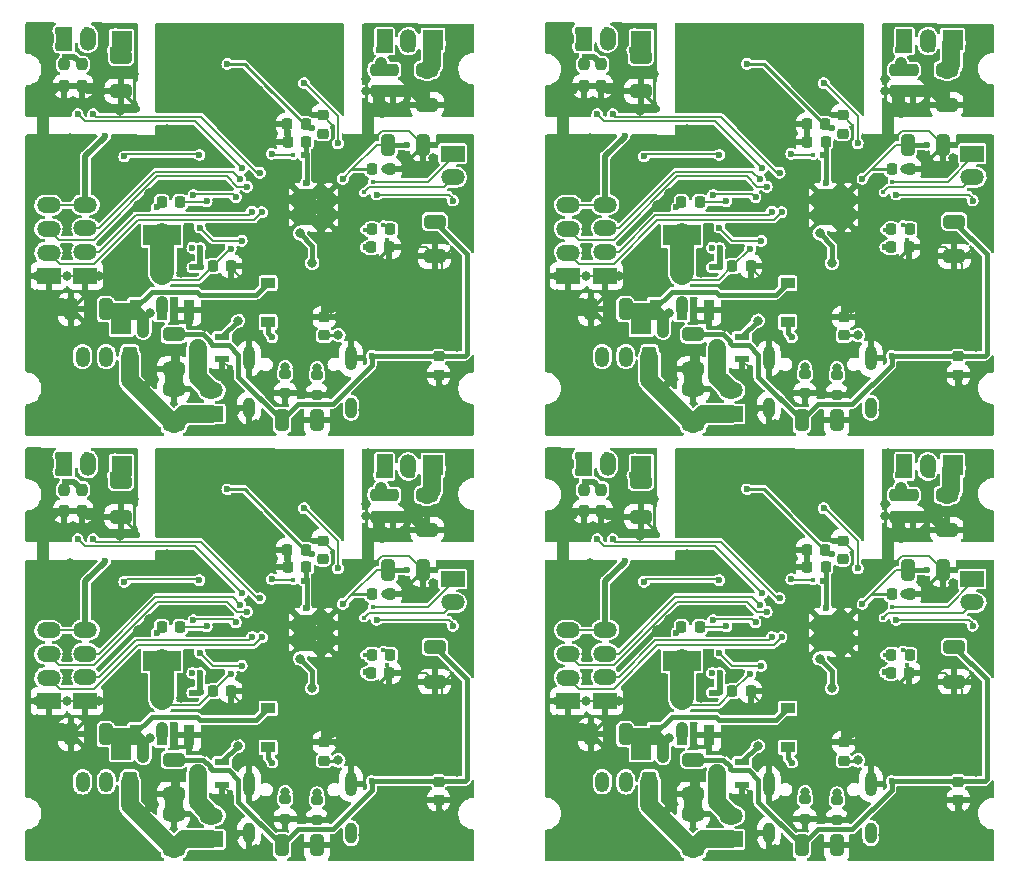
<source format=gbr>
%TF.GenerationSoftware,KiCad,Pcbnew,(6.0.4)*%
%TF.CreationDate,2022-09-20T14:12:37+09:00*%
%TF.ProjectId,mainboard_p_rev2,6d61696e-626f-4617-9264-5f705f726576,rev?*%
%TF.SameCoordinates,Original*%
%TF.FileFunction,Copper,L2,Bot*%
%TF.FilePolarity,Positive*%
%FSLAX46Y46*%
G04 Gerber Fmt 4.6, Leading zero omitted, Abs format (unit mm)*
G04 Created by KiCad (PCBNEW (6.0.4)) date 2022-09-20 14:12:37*
%MOMM*%
%LPD*%
G01*
G04 APERTURE LIST*
G04 Aperture macros list*
%AMRoundRect*
0 Rectangle with rounded corners*
0 $1 Rounding radius*
0 $2 $3 $4 $5 $6 $7 $8 $9 X,Y pos of 4 corners*
0 Add a 4 corners polygon primitive as box body*
4,1,4,$2,$3,$4,$5,$6,$7,$8,$9,$2,$3,0*
0 Add four circle primitives for the rounded corners*
1,1,$1+$1,$2,$3*
1,1,$1+$1,$4,$5*
1,1,$1+$1,$6,$7*
1,1,$1+$1,$8,$9*
0 Add four rect primitives between the rounded corners*
20,1,$1+$1,$2,$3,$4,$5,0*
20,1,$1+$1,$4,$5,$6,$7,0*
20,1,$1+$1,$6,$7,$8,$9,0*
20,1,$1+$1,$8,$9,$2,$3,0*%
G04 Aperture macros list end*
%TA.AperFunction,SMDPad,CuDef*%
%ADD10RoundRect,0.250000X-0.325000X-0.650000X0.325000X-0.650000X0.325000X0.650000X-0.325000X0.650000X0*%
%TD*%
%TA.AperFunction,SMDPad,CuDef*%
%ADD11O,2.000000X1.350000*%
%TD*%
%TA.AperFunction,SMDPad,CuDef*%
%ADD12R,2.000000X1.350000*%
%TD*%
%TA.AperFunction,SMDPad,CuDef*%
%ADD13RoundRect,0.200000X-0.275000X0.200000X-0.275000X-0.200000X0.275000X-0.200000X0.275000X0.200000X0*%
%TD*%
%TA.AperFunction,SMDPad,CuDef*%
%ADD14R,1.700000X1.700000*%
%TD*%
%TA.AperFunction,SMDPad,CuDef*%
%ADD15R,3.200000X1.750000*%
%TD*%
%TA.AperFunction,SMDPad,CuDef*%
%ADD16R,0.950000X1.750000*%
%TD*%
%TA.AperFunction,SMDPad,CuDef*%
%ADD17RoundRect,0.225000X-0.225000X-0.250000X0.225000X-0.250000X0.225000X0.250000X-0.225000X0.250000X0*%
%TD*%
%TA.AperFunction,SMDPad,CuDef*%
%ADD18R,1.300000X0.600000*%
%TD*%
%TA.AperFunction,SMDPad,CuDef*%
%ADD19RoundRect,0.237500X0.237500X-0.250000X0.237500X0.250000X-0.237500X0.250000X-0.237500X-0.250000X0*%
%TD*%
%TA.AperFunction,SMDPad,CuDef*%
%ADD20O,1.350000X2.000000*%
%TD*%
%TA.AperFunction,SMDPad,CuDef*%
%ADD21R,1.350000X2.000000*%
%TD*%
%TA.AperFunction,SMDPad,CuDef*%
%ADD22RoundRect,0.225000X0.225000X0.250000X-0.225000X0.250000X-0.225000X-0.250000X0.225000X-0.250000X0*%
%TD*%
%TA.AperFunction,SMDPad,CuDef*%
%ADD23RoundRect,0.250000X-0.650000X0.325000X-0.650000X-0.325000X0.650000X-0.325000X0.650000X0.325000X0*%
%TD*%
%TA.AperFunction,SMDPad,CuDef*%
%ADD24R,1.200000X0.900000*%
%TD*%
%TA.AperFunction,ComponentPad*%
%ADD25O,1.200000X1.750000*%
%TD*%
%TA.AperFunction,ComponentPad*%
%ADD26RoundRect,0.250000X0.350000X0.625000X-0.350000X0.625000X-0.350000X-0.625000X0.350000X-0.625000X0*%
%TD*%
%TA.AperFunction,ComponentPad*%
%ADD27O,1.000000X1.800000*%
%TD*%
%TA.AperFunction,ComponentPad*%
%ADD28O,1.000000X2.100000*%
%TD*%
%TA.AperFunction,SMDPad,CuDef*%
%ADD29RoundRect,0.225000X0.250000X-0.225000X0.250000X0.225000X-0.250000X0.225000X-0.250000X-0.225000X0*%
%TD*%
%TA.AperFunction,SMDPad,CuDef*%
%ADD30RoundRect,0.225000X-0.250000X0.225000X-0.250000X-0.225000X0.250000X-0.225000X0.250000X0.225000X0*%
%TD*%
%TA.AperFunction,SMDPad,CuDef*%
%ADD31RoundRect,0.250000X0.325000X0.650000X-0.325000X0.650000X-0.325000X-0.650000X0.325000X-0.650000X0*%
%TD*%
%TA.AperFunction,SMDPad,CuDef*%
%ADD32RoundRect,0.250000X0.650000X-0.325000X0.650000X0.325000X-0.650000X0.325000X-0.650000X-0.325000X0*%
%TD*%
%TA.AperFunction,ComponentPad*%
%ADD33C,0.600000*%
%TD*%
%TA.AperFunction,ViaPad*%
%ADD34C,0.600000*%
%TD*%
%TA.AperFunction,ViaPad*%
%ADD35C,0.800000*%
%TD*%
%TA.AperFunction,ViaPad*%
%ADD36C,0.400000*%
%TD*%
%TA.AperFunction,Conductor*%
%ADD37C,0.400000*%
%TD*%
%TA.AperFunction,Conductor*%
%ADD38C,0.250000*%
%TD*%
%TA.AperFunction,Conductor*%
%ADD39C,0.200000*%
%TD*%
%TA.AperFunction,Conductor*%
%ADD40C,1.000000*%
%TD*%
%TA.AperFunction,Conductor*%
%ADD41C,0.500000*%
%TD*%
%TA.AperFunction,Conductor*%
%ADD42C,0.300000*%
%TD*%
%TA.AperFunction,Conductor*%
%ADD43C,2.000000*%
%TD*%
%TA.AperFunction,Conductor*%
%ADD44C,1.500000*%
%TD*%
G04 APERTURE END LIST*
D10*
%TO.P,C107,2*%
%TO.N,GND*%
X194675000Y-129700000D03*
%TO.P,C107,1*%
%TO.N,+3V3*%
X191725000Y-129700000D03*
%TD*%
D11*
%TO.P,J29,4,Pin_4*%
%TO.N,+3V3*%
X175077000Y-111454000D03*
%TO.P,J29,3,Pin_3*%
%TO.N,/GPIO20_MOE_A_1*%
X175077000Y-113454000D03*
%TO.P,J29,2,Pin_2*%
%TO.N,/GPIO22_MOE_A_2*%
X175077000Y-115454000D03*
D12*
%TO.P,J29,1,Pin_1*%
%TO.N,GND*%
X175077000Y-117454000D03*
%TD*%
D13*
%TO.P,R86,2*%
%TO.N,GND*%
X192000000Y-127425000D03*
%TO.P,R86,1*%
%TO.N,Net-(R17-Pad1)*%
X192000000Y-125775000D03*
%TD*%
D14*
%TO.P,REF\u002A\u002A18,1*%
%TO.N,/+7V4*%
X204500000Y-97500000D03*
%TD*%
D15*
%TO.P,IC14,4,OUT_2*%
%TO.N,/3V3_REG_OUT*%
X181579400Y-114047200D03*
D16*
%TO.P,IC14,3,IN*%
%TO.N,/+7V4*%
X179279400Y-120347200D03*
%TO.P,IC14,2,OUT_1*%
%TO.N,/3V3_REG_OUT*%
X181579400Y-120347200D03*
%TO.P,IC14,1,GND*%
%TO.N,GND*%
X183879400Y-120347200D03*
%TD*%
D17*
%TO.P,C96,2*%
%TO.N,GND*%
X200820200Y-115063600D03*
%TO.P,C96,1*%
%TO.N,+3V3*%
X199270200Y-115063600D03*
%TD*%
D18*
%TO.P,Q12,3,D*%
%TO.N,Net-(J4-Pad2)*%
X184578200Y-123598000D03*
%TO.P,Q12,2,S*%
%TO.N,GND*%
X186678200Y-124548000D03*
%TO.P,Q12,1,G*%
%TO.N,Net-(Q7-Pad1)*%
X186678200Y-122648000D03*
%TD*%
D19*
%TO.P,R87,2*%
%TO.N,Net-(IC7-Pad7)*%
X201137400Y-100028700D03*
%TO.P,R87,1*%
%TO.N,GND*%
X201137400Y-101853700D03*
%TD*%
D10*
%TO.P,C116,2*%
%TO.N,GND*%
X203679200Y-106376800D03*
%TO.P,C116,1*%
%TO.N,+3V3*%
X200729200Y-106376800D03*
%TD*%
D20*
%TO.P,M8,2,-*%
%TO.N,/M2_MINUS*%
X175289600Y-97410600D03*
D21*
%TO.P,M8,1,+*%
%TO.N,/M2_PLUS*%
X173289600Y-97410600D03*
%TD*%
D13*
%TO.P,R85,2*%
%TO.N,GND*%
X194700000Y-127525000D03*
%TO.P,R85,1*%
%TO.N,Net-(R16-Pad1)*%
X194700000Y-125875000D03*
%TD*%
D17*
%TO.P,C103,2*%
%TO.N,GND*%
X200896400Y-108434200D03*
%TO.P,C103,1*%
%TO.N,+3V3*%
X199346400Y-108434200D03*
%TD*%
%TO.P,R76,2*%
%TO.N,Net-(D3-Pad2)*%
X200871000Y-113539600D03*
%TO.P,R76,1*%
%TO.N,/GPIO2_LED*%
X199321000Y-113539600D03*
%TD*%
D11*
%TO.P,J27,2,Pin_2*%
%TO.N,Net-(J4-Pad2)*%
X185745000Y-127170000D03*
D12*
%TO.P,J27,1,Pin_1*%
%TO.N,/+7V4*%
X185745000Y-129170000D03*
%TD*%
D19*
%TO.P,R88,2*%
%TO.N,Net-(IC8-Pad7)*%
X174772200Y-99571500D03*
%TO.P,R88,1*%
%TO.N,GND*%
X174772200Y-101396500D03*
%TD*%
D17*
%TO.P,C99,2*%
%TO.N,GND*%
X187409000Y-116663800D03*
%TO.P,C99,1*%
%TO.N,/3V3_REG_OUT*%
X185859000Y-116663800D03*
%TD*%
D22*
%TO.P,C105,2*%
%TO.N,GND*%
X192183600Y-104649600D03*
%TO.P,C105,1*%
%TO.N,+3V3*%
X193733600Y-104649600D03*
%TD*%
D23*
%TO.P,C112,2*%
%TO.N,GND*%
X178099600Y-101857400D03*
%TO.P,C112,1*%
%TO.N,/+7V4*%
X178099600Y-98907400D03*
%TD*%
D24*
%TO.P,D7,2,A*%
%TO.N,/VBUS*%
X190545600Y-121387200D03*
%TO.P,D7,1,K*%
%TO.N,/+7V4*%
X190545600Y-118087200D03*
%TD*%
D23*
%TO.P,C110,2*%
%TO.N,GND*%
X182544600Y-125377800D03*
%TO.P,C110,1*%
%TO.N,+3V3*%
X182544600Y-122427800D03*
%TD*%
D25*
%TO.P,J25,3,Pin_2*%
%TO.N,GND1*%
X174836200Y-124309200D03*
%TO.P,J25,2*%
%TO.N,N/C*%
X176836200Y-124309200D03*
D26*
%TO.P,J25,1,Pin_1*%
%TO.N,/+7V4*%
X178836200Y-124309200D03*
%TD*%
D14*
%TO.P,6,1*%
%TO.N,/+7V4*%
X178125000Y-121591400D03*
%TD*%
D27*
%TO.P,U14,SHILED*%
%TO.N,N/C*%
X197570000Y-128650000D03*
%TO.P,U14,SHIELD,SHIELD*%
%TO.N,GND*%
X188930000Y-128650000D03*
D28*
X188930000Y-124470000D03*
X197570000Y-124470000D03*
%TD*%
D23*
%TO.P,C113,2*%
%TO.N,GND*%
X204642600Y-115825600D03*
%TO.P,C113,1*%
%TO.N,+3V3*%
X204642600Y-112875600D03*
%TD*%
D14*
%TO.P,REF\u002A\u002A17,1*%
%TO.N,/+7V4*%
X178150400Y-97588400D03*
%TD*%
D17*
%TO.P,R81,2*%
%TO.N,Net-(R12-Pad2)*%
X183091000Y-111228200D03*
%TO.P,R81,1*%
%TO.N,/3V3_REG_OUT*%
X181541000Y-111228200D03*
%TD*%
D23*
%TO.P,C95,2*%
%TO.N,GND*%
X204007600Y-102975000D03*
%TO.P,C95,1*%
%TO.N,/+7V4*%
X204007600Y-100025000D03*
%TD*%
D22*
%TO.P,C93,2*%
%TO.N,GND*%
X192209000Y-106122800D03*
%TO.P,C93,1*%
%TO.N,+1V1*%
X193759000Y-106122800D03*
%TD*%
D29*
%TO.P,C92,2*%
%TO.N,GND*%
X195193800Y-103887000D03*
%TO.P,C92,1*%
%TO.N,/XIN*%
X195193800Y-105437000D03*
%TD*%
%TO.P,C101,2*%
%TO.N,GND*%
X195295400Y-120968800D03*
%TO.P,C101,1*%
%TO.N,+3V3*%
X195295400Y-122518800D03*
%TD*%
D11*
%TO.P,J32,2,Pin_2*%
%TO.N,/GPIO8_I2C_EXT_SDA*%
X206166600Y-109129400D03*
D12*
%TO.P,J32,1,Pin_1*%
%TO.N,/GPIO9_I2C_EXT_SCL*%
X206166600Y-107129400D03*
%TD*%
D30*
%TO.P,C98,2*%
%TO.N,GND*%
X204972800Y-125846200D03*
%TO.P,C98,1*%
%TO.N,+3V3*%
X204972800Y-124296200D03*
%TD*%
D20*
%TO.P,M7,2,-*%
%TO.N,/M1_MINUS*%
X202406400Y-97613800D03*
D21*
%TO.P,M7,1,+*%
%TO.N,/M1_PLUS*%
X200406400Y-97613800D03*
%TD*%
D19*
%TO.P,R90,2*%
%TO.N,Net-(IC8-Pad7)*%
X173299000Y-99571500D03*
%TO.P,R90,1*%
%TO.N,GND*%
X173299000Y-101396500D03*
%TD*%
%TO.P,R89,2*%
%TO.N,Net-(IC7-Pad7)*%
X199638800Y-100028700D03*
%TO.P,R89,1*%
%TO.N,GND*%
X199638800Y-101853700D03*
%TD*%
D31*
%TO.P,C109,2*%
%TO.N,GND*%
X173856000Y-120296000D03*
%TO.P,C109,1*%
%TO.N,/+7V4*%
X176806000Y-120296000D03*
%TD*%
D11*
%TO.P,J28,4,Pin_4*%
%TO.N,+3V3*%
X171952800Y-111500000D03*
%TO.P,J28,3,Pin_3*%
%TO.N,/GPIO21_MOE_B_1*%
X171952800Y-113500000D03*
%TO.P,J28,2,Pin_2*%
%TO.N,/GPIO23_MOE_B_2*%
X171952800Y-115500000D03*
D12*
%TO.P,J28,1,Pin_1*%
%TO.N,GND*%
X171952800Y-117500000D03*
%TD*%
D32*
%TO.P,C108,2*%
%TO.N,GND*%
X182544600Y-127076000D03*
%TO.P,C108,1*%
%TO.N,/+7V4*%
X182544600Y-130026000D03*
%TD*%
D33*
%TO.P,U13,57,GND*%
%TO.N,GND*%
X195662600Y-110401900D03*
X193112600Y-111676900D03*
X193112600Y-110401900D03*
X193112600Y-112951900D03*
X194387600Y-112951900D03*
X195662600Y-111676900D03*
X194387600Y-111676900D03*
X195662600Y-112951900D03*
X194387600Y-110401900D03*
%TD*%
D10*
%TO.P,C77,2*%
%TO.N,GND*%
X150675000Y-129700000D03*
%TO.P,C77,1*%
%TO.N,+3V3*%
X147725000Y-129700000D03*
%TD*%
D11*
%TO.P,J21,4,Pin_4*%
%TO.N,+3V3*%
X131077000Y-111454000D03*
%TO.P,J21,3,Pin_3*%
%TO.N,/GPIO20_MOE_A_1*%
X131077000Y-113454000D03*
%TO.P,J21,2,Pin_2*%
%TO.N,/GPIO22_MOE_A_2*%
X131077000Y-115454000D03*
D12*
%TO.P,J21,1,Pin_1*%
%TO.N,GND*%
X131077000Y-117454000D03*
%TD*%
D13*
%TO.P,R63,2*%
%TO.N,GND*%
X148000000Y-127425000D03*
%TO.P,R63,1*%
%TO.N,Net-(R17-Pad1)*%
X148000000Y-125775000D03*
%TD*%
D14*
%TO.P,REF\u002A\u002A12,1*%
%TO.N,/+7V4*%
X160500000Y-97500000D03*
%TD*%
D15*
%TO.P,IC6,4,OUT_2*%
%TO.N,/3V3_REG_OUT*%
X137579400Y-114047200D03*
D16*
%TO.P,IC6,3,IN*%
%TO.N,/+7V4*%
X135279400Y-120347200D03*
%TO.P,IC6,2,OUT_1*%
%TO.N,/3V3_REG_OUT*%
X137579400Y-120347200D03*
%TO.P,IC6,1,GND*%
%TO.N,GND*%
X139879400Y-120347200D03*
%TD*%
D17*
%TO.P,C66,2*%
%TO.N,GND*%
X156820200Y-115063600D03*
%TO.P,C66,1*%
%TO.N,+3V3*%
X155270200Y-115063600D03*
%TD*%
D18*
%TO.P,Q9,3,D*%
%TO.N,Net-(J4-Pad2)*%
X140578200Y-123598000D03*
%TO.P,Q9,2,S*%
%TO.N,GND*%
X142678200Y-124548000D03*
%TO.P,Q9,1,G*%
%TO.N,Net-(Q7-Pad1)*%
X142678200Y-122648000D03*
%TD*%
D19*
%TO.P,R64,2*%
%TO.N,Net-(IC7-Pad7)*%
X157137400Y-100028700D03*
%TO.P,R64,1*%
%TO.N,GND*%
X157137400Y-101853700D03*
%TD*%
D10*
%TO.P,C86,2*%
%TO.N,GND*%
X159679200Y-106376800D03*
%TO.P,C86,1*%
%TO.N,+3V3*%
X156729200Y-106376800D03*
%TD*%
D20*
%TO.P,M6,2,-*%
%TO.N,/M2_MINUS*%
X131289600Y-97410600D03*
D21*
%TO.P,M6,1,+*%
%TO.N,/M2_PLUS*%
X129289600Y-97410600D03*
%TD*%
D13*
%TO.P,R62,2*%
%TO.N,GND*%
X150700000Y-127525000D03*
%TO.P,R62,1*%
%TO.N,Net-(R16-Pad1)*%
X150700000Y-125875000D03*
%TD*%
D17*
%TO.P,C73,2*%
%TO.N,GND*%
X156896400Y-108434200D03*
%TO.P,C73,1*%
%TO.N,+3V3*%
X155346400Y-108434200D03*
%TD*%
%TO.P,R53,2*%
%TO.N,Net-(D3-Pad2)*%
X156871000Y-113539600D03*
%TO.P,R53,1*%
%TO.N,/GPIO2_LED*%
X155321000Y-113539600D03*
%TD*%
D11*
%TO.P,J19,2,Pin_2*%
%TO.N,Net-(J4-Pad2)*%
X141745000Y-127170000D03*
D12*
%TO.P,J19,1,Pin_1*%
%TO.N,/+7V4*%
X141745000Y-129170000D03*
%TD*%
D19*
%TO.P,R65,2*%
%TO.N,Net-(IC8-Pad7)*%
X130772200Y-99571500D03*
%TO.P,R65,1*%
%TO.N,GND*%
X130772200Y-101396500D03*
%TD*%
D17*
%TO.P,C69,2*%
%TO.N,GND*%
X143409000Y-116663800D03*
%TO.P,C69,1*%
%TO.N,/3V3_REG_OUT*%
X141859000Y-116663800D03*
%TD*%
D22*
%TO.P,C75,2*%
%TO.N,GND*%
X148183600Y-104649600D03*
%TO.P,C75,1*%
%TO.N,+3V3*%
X149733600Y-104649600D03*
%TD*%
D23*
%TO.P,C82,2*%
%TO.N,GND*%
X134099600Y-101857400D03*
%TO.P,C82,1*%
%TO.N,/+7V4*%
X134099600Y-98907400D03*
%TD*%
D24*
%TO.P,D5,2,A*%
%TO.N,/VBUS*%
X146545600Y-121387200D03*
%TO.P,D5,1,K*%
%TO.N,/+7V4*%
X146545600Y-118087200D03*
%TD*%
D23*
%TO.P,C80,2*%
%TO.N,GND*%
X138544600Y-125377800D03*
%TO.P,C80,1*%
%TO.N,+3V3*%
X138544600Y-122427800D03*
%TD*%
D25*
%TO.P,J17,3,Pin_2*%
%TO.N,GND1*%
X130836200Y-124309200D03*
%TO.P,J17,2*%
%TO.N,N/C*%
X132836200Y-124309200D03*
D26*
%TO.P,J17,1,Pin_1*%
%TO.N,/+7V4*%
X134836200Y-124309200D03*
%TD*%
D14*
%TO.P,4,1*%
%TO.N,/+7V4*%
X134125000Y-121591400D03*
%TD*%
D27*
%TO.P,U10,SHILED*%
%TO.N,N/C*%
X153570000Y-128650000D03*
%TO.P,U10,SHIELD,SHIELD*%
%TO.N,GND*%
X144930000Y-128650000D03*
D28*
X144930000Y-124470000D03*
X153570000Y-124470000D03*
%TD*%
D23*
%TO.P,C83,2*%
%TO.N,GND*%
X160642600Y-115825600D03*
%TO.P,C83,1*%
%TO.N,+3V3*%
X160642600Y-112875600D03*
%TD*%
D14*
%TO.P,REF\u002A\u002A11,1*%
%TO.N,/+7V4*%
X134150400Y-97588400D03*
%TD*%
D17*
%TO.P,R58,2*%
%TO.N,Net-(R12-Pad2)*%
X139091000Y-111228200D03*
%TO.P,R58,1*%
%TO.N,/3V3_REG_OUT*%
X137541000Y-111228200D03*
%TD*%
D23*
%TO.P,C65,2*%
%TO.N,GND*%
X160007600Y-102975000D03*
%TO.P,C65,1*%
%TO.N,/+7V4*%
X160007600Y-100025000D03*
%TD*%
D22*
%TO.P,C63,2*%
%TO.N,GND*%
X148209000Y-106122800D03*
%TO.P,C63,1*%
%TO.N,+1V1*%
X149759000Y-106122800D03*
%TD*%
D29*
%TO.P,C62,2*%
%TO.N,GND*%
X151193800Y-103887000D03*
%TO.P,C62,1*%
%TO.N,/XIN*%
X151193800Y-105437000D03*
%TD*%
%TO.P,C71,2*%
%TO.N,GND*%
X151295400Y-120968800D03*
%TO.P,C71,1*%
%TO.N,+3V3*%
X151295400Y-122518800D03*
%TD*%
D11*
%TO.P,J24,2,Pin_2*%
%TO.N,/GPIO8_I2C_EXT_SDA*%
X162166600Y-109129400D03*
D12*
%TO.P,J24,1,Pin_1*%
%TO.N,/GPIO9_I2C_EXT_SCL*%
X162166600Y-107129400D03*
%TD*%
D30*
%TO.P,C68,2*%
%TO.N,GND*%
X160972800Y-125846200D03*
%TO.P,C68,1*%
%TO.N,+3V3*%
X160972800Y-124296200D03*
%TD*%
D20*
%TO.P,M5,2,-*%
%TO.N,/M1_MINUS*%
X158406400Y-97613800D03*
D21*
%TO.P,M5,1,+*%
%TO.N,/M1_PLUS*%
X156406400Y-97613800D03*
%TD*%
D19*
%TO.P,R67,2*%
%TO.N,Net-(IC8-Pad7)*%
X129299000Y-99571500D03*
%TO.P,R67,1*%
%TO.N,GND*%
X129299000Y-101396500D03*
%TD*%
%TO.P,R66,2*%
%TO.N,Net-(IC7-Pad7)*%
X155638800Y-100028700D03*
%TO.P,R66,1*%
%TO.N,GND*%
X155638800Y-101853700D03*
%TD*%
D31*
%TO.P,C79,2*%
%TO.N,GND*%
X129856000Y-120296000D03*
%TO.P,C79,1*%
%TO.N,/+7V4*%
X132806000Y-120296000D03*
%TD*%
D11*
%TO.P,J20,4,Pin_4*%
%TO.N,+3V3*%
X127952800Y-111500000D03*
%TO.P,J20,3,Pin_3*%
%TO.N,/GPIO21_MOE_B_1*%
X127952800Y-113500000D03*
%TO.P,J20,2,Pin_2*%
%TO.N,/GPIO23_MOE_B_2*%
X127952800Y-115500000D03*
D12*
%TO.P,J20,1,Pin_1*%
%TO.N,GND*%
X127952800Y-117500000D03*
%TD*%
D32*
%TO.P,C78,2*%
%TO.N,GND*%
X138544600Y-127076000D03*
%TO.P,C78,1*%
%TO.N,/+7V4*%
X138544600Y-130026000D03*
%TD*%
D33*
%TO.P,U3,57,GND*%
%TO.N,GND*%
X151662600Y-110401900D03*
X149112600Y-111676900D03*
X149112600Y-110401900D03*
X149112600Y-112951900D03*
X150387600Y-112951900D03*
X151662600Y-111676900D03*
X150387600Y-111676900D03*
X151662600Y-112951900D03*
X150387600Y-110401900D03*
%TD*%
D10*
%TO.P,C47,2*%
%TO.N,GND*%
X194675000Y-93700000D03*
%TO.P,C47,1*%
%TO.N,+3V3*%
X191725000Y-93700000D03*
%TD*%
D11*
%TO.P,J13,4,Pin_4*%
%TO.N,+3V3*%
X175077000Y-75454000D03*
%TO.P,J13,3,Pin_3*%
%TO.N,/GPIO20_MOE_A_1*%
X175077000Y-77454000D03*
%TO.P,J13,2,Pin_2*%
%TO.N,/GPIO22_MOE_A_2*%
X175077000Y-79454000D03*
D12*
%TO.P,J13,1,Pin_1*%
%TO.N,GND*%
X175077000Y-81454000D03*
%TD*%
D13*
%TO.P,R40,2*%
%TO.N,GND*%
X192000000Y-91425000D03*
%TO.P,R40,1*%
%TO.N,Net-(R17-Pad1)*%
X192000000Y-89775000D03*
%TD*%
D14*
%TO.P,REF\u002A\u002A6,1*%
%TO.N,/+7V4*%
X204500000Y-61500000D03*
%TD*%
D15*
%TO.P,IC4,4,OUT_2*%
%TO.N,/3V3_REG_OUT*%
X181579400Y-78047200D03*
D16*
%TO.P,IC4,3,IN*%
%TO.N,/+7V4*%
X179279400Y-84347200D03*
%TO.P,IC4,2,OUT_1*%
%TO.N,/3V3_REG_OUT*%
X181579400Y-84347200D03*
%TO.P,IC4,1,GND*%
%TO.N,GND*%
X183879400Y-84347200D03*
%TD*%
D17*
%TO.P,C31,2*%
%TO.N,GND*%
X200820200Y-79063600D03*
%TO.P,C31,1*%
%TO.N,+3V3*%
X199270200Y-79063600D03*
%TD*%
D18*
%TO.P,Q8,3,D*%
%TO.N,Net-(J4-Pad2)*%
X184578200Y-87598000D03*
%TO.P,Q8,2,S*%
%TO.N,GND*%
X186678200Y-88548000D03*
%TO.P,Q8,1,G*%
%TO.N,Net-(Q7-Pad1)*%
X186678200Y-86648000D03*
%TD*%
D19*
%TO.P,R41,2*%
%TO.N,Net-(IC7-Pad7)*%
X201137400Y-64028700D03*
%TO.P,R41,1*%
%TO.N,GND*%
X201137400Y-65853700D03*
%TD*%
D10*
%TO.P,C56,2*%
%TO.N,GND*%
X203679200Y-70376800D03*
%TO.P,C56,1*%
%TO.N,+3V3*%
X200729200Y-70376800D03*
%TD*%
D20*
%TO.P,M4,2,-*%
%TO.N,/M2_MINUS*%
X175289600Y-61410600D03*
D21*
%TO.P,M4,1,+*%
%TO.N,/M2_PLUS*%
X173289600Y-61410600D03*
%TD*%
D13*
%TO.P,R39,2*%
%TO.N,GND*%
X194700000Y-91525000D03*
%TO.P,R39,1*%
%TO.N,Net-(R16-Pad1)*%
X194700000Y-89875000D03*
%TD*%
D17*
%TO.P,C43,2*%
%TO.N,GND*%
X200896400Y-72434200D03*
%TO.P,C43,1*%
%TO.N,+3V3*%
X199346400Y-72434200D03*
%TD*%
%TO.P,R30,2*%
%TO.N,Net-(D3-Pad2)*%
X200871000Y-77539600D03*
%TO.P,R30,1*%
%TO.N,/GPIO2_LED*%
X199321000Y-77539600D03*
%TD*%
D11*
%TO.P,J9,2,Pin_2*%
%TO.N,Net-(J4-Pad2)*%
X185745000Y-91170000D03*
D12*
%TO.P,J9,1,Pin_1*%
%TO.N,/+7V4*%
X185745000Y-93170000D03*
%TD*%
D19*
%TO.P,R42,2*%
%TO.N,Net-(IC8-Pad7)*%
X174772200Y-63571500D03*
%TO.P,R42,1*%
%TO.N,GND*%
X174772200Y-65396500D03*
%TD*%
D17*
%TO.P,C39,2*%
%TO.N,GND*%
X187409000Y-80663800D03*
%TO.P,C39,1*%
%TO.N,/3V3_REG_OUT*%
X185859000Y-80663800D03*
%TD*%
D22*
%TO.P,C45,2*%
%TO.N,GND*%
X192183600Y-68649600D03*
%TO.P,C45,1*%
%TO.N,+3V3*%
X193733600Y-68649600D03*
%TD*%
D23*
%TO.P,C52,2*%
%TO.N,GND*%
X178099600Y-65857400D03*
%TO.P,C52,1*%
%TO.N,/+7V4*%
X178099600Y-62907400D03*
%TD*%
D24*
%TO.P,D2,2,A*%
%TO.N,/VBUS*%
X190545600Y-85387200D03*
%TO.P,D2,1,K*%
%TO.N,/+7V4*%
X190545600Y-82087200D03*
%TD*%
D23*
%TO.P,C50,2*%
%TO.N,GND*%
X182544600Y-89377800D03*
%TO.P,C50,1*%
%TO.N,+3V3*%
X182544600Y-86427800D03*
%TD*%
D25*
%TO.P,J2,3,Pin_2*%
%TO.N,GND1*%
X174836200Y-88309200D03*
%TO.P,J2,2*%
%TO.N,N/C*%
X176836200Y-88309200D03*
D26*
%TO.P,J2,1,Pin_1*%
%TO.N,/+7V4*%
X178836200Y-88309200D03*
%TD*%
D14*
%TO.P,2,1*%
%TO.N,/+7V4*%
X178125000Y-85591400D03*
%TD*%
D27*
%TO.P,U7,SHILED*%
%TO.N,N/C*%
X197570000Y-92650000D03*
%TO.P,U7,SHIELD,SHIELD*%
%TO.N,GND*%
X188930000Y-92650000D03*
D28*
X188930000Y-88470000D03*
X197570000Y-88470000D03*
%TD*%
D23*
%TO.P,C53,2*%
%TO.N,GND*%
X204642600Y-79825600D03*
%TO.P,C53,1*%
%TO.N,+3V3*%
X204642600Y-76875600D03*
%TD*%
D14*
%TO.P,REF\u002A\u002A5,1*%
%TO.N,/+7V4*%
X178150400Y-61588400D03*
%TD*%
D17*
%TO.P,R35,2*%
%TO.N,Net-(R12-Pad2)*%
X183091000Y-75228200D03*
%TO.P,R35,1*%
%TO.N,/3V3_REG_OUT*%
X181541000Y-75228200D03*
%TD*%
D23*
%TO.P,C29,2*%
%TO.N,GND*%
X204007600Y-66975000D03*
%TO.P,C29,1*%
%TO.N,/+7V4*%
X204007600Y-64025000D03*
%TD*%
D22*
%TO.P,C27,2*%
%TO.N,GND*%
X192209000Y-70122800D03*
%TO.P,C27,1*%
%TO.N,+1V1*%
X193759000Y-70122800D03*
%TD*%
D29*
%TO.P,C25,2*%
%TO.N,GND*%
X195193800Y-67887000D03*
%TO.P,C25,1*%
%TO.N,/XIN*%
X195193800Y-69437000D03*
%TD*%
%TO.P,C41,2*%
%TO.N,GND*%
X195295400Y-84968800D03*
%TO.P,C41,1*%
%TO.N,+3V3*%
X195295400Y-86518800D03*
%TD*%
D11*
%TO.P,J16,2,Pin_2*%
%TO.N,/GPIO8_I2C_EXT_SDA*%
X206166600Y-73129400D03*
D12*
%TO.P,J16,1,Pin_1*%
%TO.N,/GPIO9_I2C_EXT_SCL*%
X206166600Y-71129400D03*
%TD*%
D30*
%TO.P,C38,2*%
%TO.N,GND*%
X204972800Y-89846200D03*
%TO.P,C38,1*%
%TO.N,+3V3*%
X204972800Y-88296200D03*
%TD*%
D20*
%TO.P,M3,2,-*%
%TO.N,/M1_MINUS*%
X202406400Y-61613800D03*
D21*
%TO.P,M3,1,+*%
%TO.N,/M1_PLUS*%
X200406400Y-61613800D03*
%TD*%
D19*
%TO.P,R44,2*%
%TO.N,Net-(IC8-Pad7)*%
X173299000Y-63571500D03*
%TO.P,R44,1*%
%TO.N,GND*%
X173299000Y-65396500D03*
%TD*%
%TO.P,R43,2*%
%TO.N,Net-(IC7-Pad7)*%
X199638800Y-64028700D03*
%TO.P,R43,1*%
%TO.N,GND*%
X199638800Y-65853700D03*
%TD*%
D31*
%TO.P,C49,2*%
%TO.N,GND*%
X173856000Y-84296000D03*
%TO.P,C49,1*%
%TO.N,/+7V4*%
X176806000Y-84296000D03*
%TD*%
D11*
%TO.P,J12,4,Pin_4*%
%TO.N,+3V3*%
X171952800Y-75500000D03*
%TO.P,J12,3,Pin_3*%
%TO.N,/GPIO21_MOE_B_1*%
X171952800Y-77500000D03*
%TO.P,J12,2,Pin_2*%
%TO.N,/GPIO23_MOE_B_2*%
X171952800Y-79500000D03*
D12*
%TO.P,J12,1,Pin_1*%
%TO.N,GND*%
X171952800Y-81500000D03*
%TD*%
D32*
%TO.P,C48,2*%
%TO.N,GND*%
X182544600Y-91076000D03*
%TO.P,C48,1*%
%TO.N,/+7V4*%
X182544600Y-94026000D03*
%TD*%
D33*
%TO.P,U2,57,GND*%
%TO.N,GND*%
X195662600Y-74401900D03*
X193112600Y-75676900D03*
X193112600Y-74401900D03*
X193112600Y-76951900D03*
X194387600Y-76951900D03*
X195662600Y-75676900D03*
X194387600Y-75676900D03*
X195662600Y-76951900D03*
X194387600Y-74401900D03*
%TD*%
%TO.P,U1,57,GND*%
%TO.N,GND*%
X151662600Y-74401900D03*
X149112600Y-75676900D03*
X149112600Y-74401900D03*
X149112600Y-76951900D03*
X150387600Y-76951900D03*
X151662600Y-75676900D03*
X150387600Y-75676900D03*
X151662600Y-76951900D03*
X150387600Y-74401900D03*
%TD*%
D27*
%TO.P,U4,SHILED*%
%TO.N,N/C*%
X153570000Y-92650000D03*
%TO.P,U4,SHIELD,SHIELD*%
%TO.N,GND*%
X144930000Y-92650000D03*
D28*
X144930000Y-88470000D03*
X153570000Y-88470000D03*
%TD*%
D14*
%TO.P,,1*%
%TO.N,/+7V4*%
X134125000Y-85591400D03*
%TD*%
D10*
%TO.P,C33,2*%
%TO.N,GND*%
X159679200Y-70376800D03*
%TO.P,C33,1*%
%TO.N,+3V3*%
X156729200Y-70376800D03*
%TD*%
D23*
%TO.P,C22,2*%
%TO.N,GND*%
X134099600Y-65857400D03*
%TO.P,C22,1*%
%TO.N,/+7V4*%
X134099600Y-62907400D03*
%TD*%
D24*
%TO.P,D1,2,A*%
%TO.N,/VBUS*%
X146545600Y-85387200D03*
%TO.P,D1,1,K*%
%TO.N,/+7V4*%
X146545600Y-82087200D03*
%TD*%
D23*
%TO.P,C20,2*%
%TO.N,GND*%
X138544600Y-89377800D03*
%TO.P,C20,1*%
%TO.N,+3V3*%
X138544600Y-86427800D03*
%TD*%
D22*
%TO.P,C15,2*%
%TO.N,GND*%
X148183600Y-68649600D03*
%TO.P,C15,1*%
%TO.N,+3V3*%
X149733600Y-68649600D03*
%TD*%
D11*
%TO.P,J4,2,Pin_2*%
%TO.N,Net-(J4-Pad2)*%
X141745000Y-91170000D03*
D12*
%TO.P,J4,1,Pin_1*%
%TO.N,/+7V4*%
X141745000Y-93170000D03*
%TD*%
D11*
%TO.P,J6,4,Pin_4*%
%TO.N,+3V3*%
X131077000Y-75454000D03*
%TO.P,J6,3,Pin_3*%
%TO.N,/GPIO20_MOE_A_1*%
X131077000Y-77454000D03*
%TO.P,J6,2,Pin_2*%
%TO.N,/GPIO22_MOE_A_2*%
X131077000Y-79454000D03*
D12*
%TO.P,J6,1,Pin_1*%
%TO.N,GND*%
X131077000Y-81454000D03*
%TD*%
D17*
%TO.P,C9,2*%
%TO.N,GND*%
X143409000Y-80663800D03*
%TO.P,C9,1*%
%TO.N,/3V3_REG_OUT*%
X141859000Y-80663800D03*
%TD*%
%TO.P,R7,2*%
%TO.N,Net-(D3-Pad2)*%
X156871000Y-77539600D03*
%TO.P,R7,1*%
%TO.N,/GPIO2_LED*%
X155321000Y-77539600D03*
%TD*%
D25*
%TO.P,J1,3,Pin_2*%
%TO.N,GND1*%
X130836200Y-88309200D03*
%TO.P,J1,2*%
%TO.N,N/C*%
X132836200Y-88309200D03*
D26*
%TO.P,J1,1,Pin_1*%
%TO.N,/+7V4*%
X134836200Y-88309200D03*
%TD*%
D17*
%TO.P,C13,2*%
%TO.N,GND*%
X156896400Y-72434200D03*
%TO.P,C13,1*%
%TO.N,+3V3*%
X155346400Y-72434200D03*
%TD*%
D19*
%TO.P,R18,2*%
%TO.N,Net-(IC7-Pad7)*%
X157137400Y-64028700D03*
%TO.P,R18,1*%
%TO.N,GND*%
X157137400Y-65853700D03*
%TD*%
D15*
%TO.P,IC2,4,OUT_2*%
%TO.N,/3V3_REG_OUT*%
X137579400Y-78047200D03*
D16*
%TO.P,IC2,3,IN*%
%TO.N,/+7V4*%
X135279400Y-84347200D03*
%TO.P,IC2,2,OUT_1*%
%TO.N,/3V3_REG_OUT*%
X137579400Y-84347200D03*
%TO.P,IC2,1,GND*%
%TO.N,GND*%
X139879400Y-84347200D03*
%TD*%
D18*
%TO.P,Q7,3,D*%
%TO.N,Net-(J4-Pad2)*%
X140578200Y-87598000D03*
%TO.P,Q7,2,S*%
%TO.N,GND*%
X142678200Y-88548000D03*
%TO.P,Q7,1,G*%
%TO.N,Net-(Q7-Pad1)*%
X142678200Y-86648000D03*
%TD*%
D10*
%TO.P,C17,2*%
%TO.N,GND*%
X150675000Y-93700000D03*
%TO.P,C17,1*%
%TO.N,+3V3*%
X147725000Y-93700000D03*
%TD*%
D19*
%TO.P,R19,2*%
%TO.N,Net-(IC8-Pad7)*%
X130772200Y-63571500D03*
%TO.P,R19,1*%
%TO.N,GND*%
X130772200Y-65396500D03*
%TD*%
D14*
%TO.P,REF\u002A\u002A,1*%
%TO.N,/+7V4*%
X160500000Y-61500000D03*
%TD*%
D17*
%TO.P,C6,2*%
%TO.N,GND*%
X156820200Y-79063600D03*
%TO.P,C6,1*%
%TO.N,+3V3*%
X155270200Y-79063600D03*
%TD*%
D13*
%TO.P,R17,2*%
%TO.N,GND*%
X148000000Y-91425000D03*
%TO.P,R17,1*%
%TO.N,Net-(R17-Pad1)*%
X148000000Y-89775000D03*
%TD*%
%TO.P,R16,2*%
%TO.N,GND*%
X150700000Y-91525000D03*
%TO.P,R16,1*%
%TO.N,Net-(R16-Pad1)*%
X150700000Y-89875000D03*
%TD*%
D20*
%TO.P,M2,2,-*%
%TO.N,/M2_MINUS*%
X131289600Y-61410600D03*
D21*
%TO.P,M2,1,+*%
%TO.N,/M2_PLUS*%
X129289600Y-61410600D03*
%TD*%
D11*
%TO.P,J5,4,Pin_4*%
%TO.N,+3V3*%
X127952800Y-75500000D03*
%TO.P,J5,3,Pin_3*%
%TO.N,/GPIO21_MOE_B_1*%
X127952800Y-77500000D03*
%TO.P,J5,2,Pin_2*%
%TO.N,/GPIO23_MOE_B_2*%
X127952800Y-79500000D03*
D12*
%TO.P,J5,1,Pin_1*%
%TO.N,GND*%
X127952800Y-81500000D03*
%TD*%
D23*
%TO.P,C23,2*%
%TO.N,GND*%
X160642600Y-79825600D03*
%TO.P,C23,1*%
%TO.N,+3V3*%
X160642600Y-76875600D03*
%TD*%
D30*
%TO.P,C8,2*%
%TO.N,GND*%
X160972800Y-89846200D03*
%TO.P,C8,1*%
%TO.N,+3V3*%
X160972800Y-88296200D03*
%TD*%
D17*
%TO.P,R12,2*%
%TO.N,Net-(R12-Pad2)*%
X139091000Y-75228200D03*
%TO.P,R12,1*%
%TO.N,/3V3_REG_OUT*%
X137541000Y-75228200D03*
%TD*%
D32*
%TO.P,C18,2*%
%TO.N,GND*%
X138544600Y-91076000D03*
%TO.P,C18,1*%
%TO.N,/+7V4*%
X138544600Y-94026000D03*
%TD*%
D31*
%TO.P,C19,2*%
%TO.N,GND*%
X129856000Y-84296000D03*
%TO.P,C19,1*%
%TO.N,/+7V4*%
X132806000Y-84296000D03*
%TD*%
D19*
%TO.P,R20,2*%
%TO.N,Net-(IC7-Pad7)*%
X155638800Y-64028700D03*
%TO.P,R20,1*%
%TO.N,GND*%
X155638800Y-65853700D03*
%TD*%
D14*
%TO.P,REF\u002A\u002A,1*%
%TO.N,/+7V4*%
X134150400Y-61588400D03*
%TD*%
D23*
%TO.P,C5,2*%
%TO.N,GND*%
X160007600Y-66975000D03*
%TO.P,C5,1*%
%TO.N,/+7V4*%
X160007600Y-64025000D03*
%TD*%
D20*
%TO.P,M1,2,-*%
%TO.N,/M1_MINUS*%
X158406400Y-61613800D03*
D21*
%TO.P,M1,1,+*%
%TO.N,/M1_PLUS*%
X156406400Y-61613800D03*
%TD*%
D19*
%TO.P,R21,2*%
%TO.N,Net-(IC8-Pad7)*%
X129299000Y-63571500D03*
%TO.P,R21,1*%
%TO.N,GND*%
X129299000Y-65396500D03*
%TD*%
D11*
%TO.P,J11,2,Pin_2*%
%TO.N,/GPIO8_I2C_EXT_SDA*%
X162166600Y-73129400D03*
D12*
%TO.P,J11,1,Pin_1*%
%TO.N,/GPIO9_I2C_EXT_SCL*%
X162166600Y-71129400D03*
%TD*%
D29*
%TO.P,C11,2*%
%TO.N,GND*%
X151295400Y-84968800D03*
%TO.P,C11,1*%
%TO.N,+3V3*%
X151295400Y-86518800D03*
%TD*%
D22*
%TO.P,C3,2*%
%TO.N,GND*%
X148209000Y-70122800D03*
%TO.P,C3,1*%
%TO.N,+1V1*%
X149759000Y-70122800D03*
%TD*%
D29*
%TO.P,C2,2*%
%TO.N,GND*%
X151193800Y-67887000D03*
%TO.P,C2,1*%
%TO.N,/XIN*%
X151193800Y-69437000D03*
%TD*%
D34*
%TO.N,/GPIO22_MOE_A_2*%
X189195054Y-112047624D03*
D35*
%TO.N,Net-(R17-Pad1)*%
X192011036Y-125200000D03*
D34*
%TO.N,/GPIO18_MO_B_1*%
X189854626Y-108754152D03*
%TO.N,Net-(R13-Pad1)*%
X184221000Y-110628700D03*
%TO.N,/M2_MINUS*%
X175280200Y-98121800D03*
%TO.N,Net-(R13-Pad1)*%
X187812600Y-110809283D03*
%TO.N,/GPIO6_ToF_SDA*%
X199735203Y-110588002D03*
D36*
%TO.N,/GPIO9_I2C_EXT_SCL*%
X199392730Y-109488991D03*
D34*
%TO.N,/GPIO19_MO_B_2*%
X188335800Y-108358000D03*
%TO.N,/GPIO21_MOE_B_1*%
X188762508Y-109922700D03*
%TO.N,/M2_MINUS*%
X175241102Y-97359800D03*
%TO.N,/M2_PLUS*%
X172791000Y-98045600D03*
%TO.N,/M1_PLUS*%
X200540498Y-97613800D03*
%TO.N,/M1_MINUS*%
X202189502Y-97000000D03*
%TO.N,/M2_PLUS*%
X173592098Y-96801000D03*
D36*
%TO.N,/GPIO8_I2C_EXT_SDA*%
X198635822Y-110415976D03*
D34*
%TO.N,/M2_MINUS*%
X175231588Y-96683879D03*
%TO.N,/GPIO18_MO_B_1*%
X175737400Y-103786000D03*
%TO.N,/GPIO19_MO_B_2*%
X174416600Y-103786000D03*
%TO.N,Net-(R12-Pad2)*%
X185338600Y-111152000D03*
%TO.N,/M1_MINUS*%
X202500000Y-98306898D03*
%TO.N,/M1_PLUS*%
X199918200Y-98325000D03*
%TO.N,/GPIO6_ToF_SDA*%
X206192000Y-111101200D03*
%TO.N,/M1_MINUS*%
X202189502Y-97715400D03*
%TO.N,/M1_PLUS*%
X200540498Y-96877200D03*
%TO.N,/GPIO14_IMU_SCK*%
X196469020Y-106249800D03*
%TO.N,/GPIO26_ADC_I_monitor*%
X184754400Y-113387200D03*
D36*
%TO.N,/GPIO2_LED*%
X198749800Y-113565000D03*
D34*
%TO.N,/M2_PLUS*%
X172791000Y-96724800D03*
%TO.N,/GPIO26_ADC_I_monitor*%
X188308862Y-114494503D03*
%TO.N,/GPIO14_IMU_SCK*%
X193593600Y-101152900D03*
D35*
%TO.N,GND*%
X177200000Y-108600000D03*
X206000000Y-98000000D03*
X174123249Y-125874451D03*
D34*
X179826800Y-108866000D03*
D35*
X170400000Y-114400000D03*
D36*
X206106189Y-115187011D03*
D35*
X171000000Y-110000000D03*
D34*
X171978200Y-120092800D03*
D35*
X190700000Y-127500000D03*
X199000000Y-99000000D03*
X195000000Y-97500000D03*
X181500000Y-103000000D03*
X201000000Y-119000000D03*
X186800000Y-113600000D03*
X186000000Y-115250000D03*
X206000000Y-99500000D03*
D34*
X185500000Y-99400000D03*
D35*
X198600000Y-128800000D03*
X172800000Y-124000000D03*
X187500000Y-127100000D03*
D34*
X182773200Y-121353300D03*
D35*
X190000000Y-120000000D03*
X184763933Y-105937307D03*
X178099600Y-100382400D03*
X201000000Y-122000000D03*
X199000000Y-126800000D03*
X186006128Y-98250496D03*
X181000000Y-128500000D03*
X187800000Y-120400000D03*
X196400000Y-125900000D03*
X198800000Y-100800000D03*
X198000000Y-130400000D03*
X174000000Y-128500000D03*
X204500000Y-107500000D03*
D34*
X173019600Y-120118200D03*
%TO.N,/3V3_REG_OUT*%
X181554000Y-117832200D03*
X181604800Y-113539600D03*
%TO.N,/+7V4*%
X205127355Y-97781839D03*
%TO.N,+3V3*%
X204686800Y-113101200D03*
D35*
%TO.N,GND*%
X195900000Y-127200000D03*
X178200000Y-116000000D03*
X171800000Y-100000000D03*
X198000000Y-115500000D03*
D34*
%TO.N,/GPIO20_MOE_A_1*%
X188178170Y-109301020D03*
%TO.N,/XIN*%
X195244600Y-105322400D03*
D35*
%TO.N,GND*%
X186400000Y-104400000D03*
D34*
%TO.N,/RUN*%
X190843278Y-107145922D03*
D35*
%TO.N,Net-(Q7-Pad1)*%
X188005600Y-121261200D03*
D34*
%TO.N,/VBUS*%
X190901200Y-122683600D03*
%TO.N,+3V3*%
X196870200Y-109247000D03*
D35*
%TO.N,GND*%
X193500000Y-127500000D03*
X185000000Y-130519500D03*
D34*
%TO.N,+3V3*%
X202290199Y-106377966D03*
D36*
%TO.N,/RUN*%
X192687100Y-107265800D03*
D34*
%TO.N,/+7V4*%
X204400000Y-97800000D03*
D35*
X179979200Y-122201000D03*
D34*
X177388400Y-98350400D03*
%TO.N,+3V3*%
X187100000Y-99524500D03*
D35*
%TO.N,/+7V4*%
X179877600Y-121286600D03*
D34*
%TO.N,/RUN*%
X178379000Y-107367400D03*
D35*
%TO.N,Net-(R16-Pad1)*%
X194700000Y-125300000D03*
D34*
%TO.N,+3V3*%
X194251998Y-104996800D03*
%TO.N,GND*%
X189707400Y-106478400D03*
D35*
X193000000Y-98200000D03*
D34*
%TO.N,Net-(IC8-Pad7)*%
X173380247Y-98910100D03*
%TO.N,+3V3*%
X184830600Y-116689200D03*
D35*
%TO.N,GND*%
X199800000Y-121800000D03*
D36*
%TO.N,Net-(D3-Pad2)*%
X200310570Y-113163248D03*
D34*
%TO.N,/+7V4*%
X204922000Y-97004200D03*
%TO.N,+3V3*%
X199334000Y-124245400D03*
D35*
%TO.N,GND*%
X206500000Y-103000000D03*
X199800000Y-119800000D03*
X190000000Y-104600000D03*
X177000000Y-100382400D03*
D34*
%TO.N,/GPIO23_MOE_B_2*%
X190013100Y-112077400D03*
D35*
%TO.N,GND*%
X196500000Y-97000000D03*
D34*
%TO.N,/+7V4*%
X177566200Y-97664600D03*
%TO.N,/3V3_REG_OUT*%
X181579400Y-119722320D03*
D35*
%TO.N,GND*%
X177465274Y-129944976D03*
D34*
%TO.N,/3V3_REG_OUT*%
X181528600Y-117171800D03*
X181122200Y-111685400D03*
%TO.N,GND*%
X182544600Y-127076000D03*
%TO.N,+3V3*%
X184129947Y-115099548D03*
X198800600Y-115038200D03*
%TO.N,Net-(IC7-Pad7)*%
X200121400Y-99442600D03*
%TO.N,/RUN*%
X184734220Y-107240400D03*
D35*
%TO.N,/+7V4*%
X180504237Y-120577257D03*
%TO.N,GND*%
X196500000Y-121000000D03*
D34*
%TO.N,/3V3_REG_OUT*%
X187370600Y-115165200D03*
%TO.N,/+7V4*%
X177591600Y-97004200D03*
%TO.N,+3V3*%
X176721666Y-105615542D03*
D35*
X196500000Y-122500000D03*
D34*
X184779800Y-115114400D03*
X184133992Y-116757421D03*
D35*
%TO.N,GND*%
X171500000Y-104500000D03*
X198167551Y-106677566D03*
X171600000Y-105400000D03*
X183800000Y-105200000D03*
X173321488Y-130000000D03*
X201800000Y-127200000D03*
X171000000Y-119000000D03*
X199000000Y-96500000D03*
X176750000Y-111250000D03*
X177600000Y-106400000D03*
D36*
X205277600Y-117959200D03*
D35*
X173500000Y-113500000D03*
X175400000Y-123000000D03*
X179250000Y-116750000D03*
D34*
X172486200Y-120550000D03*
D35*
X183000000Y-101500000D03*
X171000000Y-121000000D03*
D34*
X189571839Y-99027639D03*
D35*
X192800000Y-102800000D03*
X180500000Y-110500000D03*
X195500000Y-100500000D03*
X173800000Y-105800000D03*
X179500000Y-111500000D03*
X176500000Y-128000000D03*
X195880278Y-120244522D03*
D34*
X188852800Y-118270863D03*
D35*
X175500000Y-129978082D03*
X171000000Y-117500000D03*
X181500000Y-98500000D03*
X173400000Y-107600000D03*
X189200000Y-116400000D03*
X200995292Y-120480840D03*
X207000000Y-97000000D03*
X173800000Y-109200000D03*
X196500000Y-101500000D03*
X193300000Y-125300000D03*
D34*
X182849400Y-123598000D03*
D35*
X187700000Y-128900000D03*
X171000000Y-103000000D03*
X196500000Y-98500000D03*
X195000000Y-99000000D03*
X183200000Y-117200000D03*
X173500000Y-115500000D03*
X199000000Y-97500000D03*
D36*
X202991600Y-116003400D03*
D35*
X171000000Y-130000000D03*
X199000000Y-104600000D03*
D34*
X183890800Y-121362800D03*
D35*
X203000000Y-128400000D03*
X182000000Y-105000000D03*
X193500000Y-99500000D03*
X187700000Y-101400000D03*
X191500000Y-120000000D03*
X190250000Y-115250000D03*
X196300000Y-129900000D03*
D36*
X200600000Y-114414100D03*
D35*
X203000000Y-119000000D03*
X188585310Y-97296208D03*
X181500000Y-97000000D03*
X178000000Y-103500000D03*
X179250000Y-118250000D03*
X206000000Y-128500000D03*
X189600000Y-107800000D03*
X176250000Y-117500000D03*
X170600000Y-107400000D03*
D34*
X200172200Y-103608200D03*
D35*
X199000000Y-103600000D03*
X190447598Y-102630572D03*
X185300000Y-120200000D03*
D34*
X185646470Y-106500730D03*
D35*
X188000000Y-122600000D03*
X201800000Y-130000000D03*
X170600000Y-106200000D03*
X182250000Y-109750000D03*
D34*
X172410000Y-101804800D03*
D35*
X181490255Y-99995039D03*
X172000000Y-126500000D03*
X203000000Y-122000000D03*
X178000000Y-102000000D03*
X198800000Y-105800000D03*
X200500000Y-108434200D03*
X176250000Y-129000000D03*
X183000000Y-103000000D03*
X189800000Y-126600000D03*
X173500000Y-112500000D03*
D34*
X184921858Y-108017572D03*
D35*
X171000000Y-97000000D03*
X188800000Y-106600000D03*
X198800000Y-101800000D03*
X185800000Y-100900000D03*
X173496481Y-110490711D03*
X172000000Y-128500000D03*
X188750000Y-102250000D03*
D34*
X205201400Y-126900000D03*
D35*
X172000000Y-107600000D03*
X171500000Y-101500000D03*
X189750000Y-101750000D03*
D34*
%TO.N,+1V1*%
X193546083Y-107271277D03*
D35*
%TO.N,GND*%
X185700000Y-102500000D03*
X187750000Y-102500000D03*
X171000000Y-125000000D03*
X203000000Y-120500000D03*
D34*
X177800000Y-123000000D03*
D36*
X195200000Y-107200000D03*
D35*
X177750000Y-110000000D03*
X189492065Y-129994495D03*
X185200000Y-121800000D03*
X194200000Y-96600000D03*
X182400000Y-106400000D03*
D34*
%TO.N,+1V1*%
X193771400Y-109602600D03*
D35*
%TO.N,GND*%
X171500000Y-98000000D03*
X206500000Y-123500000D03*
X191400000Y-116200000D03*
X200800000Y-128400000D03*
D34*
X187324700Y-125299800D03*
D35*
%TO.N,+1V1*%
X194288100Y-116384400D03*
%TO.N,GND*%
X205500000Y-101500000D03*
X194000000Y-98500000D03*
%TO.N,+1V1*%
X193238000Y-113876400D03*
%TO.N,GND*%
X176500000Y-110000000D03*
X192000000Y-99000000D03*
X183000000Y-97000000D03*
X206500000Y-130000000D03*
X180500000Y-126500000D03*
D34*
X179445800Y-103379600D03*
D35*
X196493385Y-99992963D03*
X178400000Y-117600000D03*
X173500000Y-117500000D03*
X190500000Y-99500000D03*
X179200000Y-100400000D03*
D34*
%TO.N,/GPIO22_MOE_A_2*%
X145195054Y-112047624D03*
D35*
%TO.N,Net-(R17-Pad1)*%
X148011036Y-125200000D03*
D34*
%TO.N,/GPIO18_MO_B_1*%
X145854626Y-108754152D03*
%TO.N,Net-(R13-Pad1)*%
X140221000Y-110628700D03*
%TO.N,/M2_MINUS*%
X131280200Y-98121800D03*
%TO.N,Net-(R13-Pad1)*%
X143812600Y-110809283D03*
%TO.N,/GPIO6_ToF_SDA*%
X155735203Y-110588002D03*
D36*
%TO.N,/GPIO9_I2C_EXT_SCL*%
X155392730Y-109488991D03*
D34*
%TO.N,/GPIO19_MO_B_2*%
X144335800Y-108358000D03*
%TO.N,/GPIO21_MOE_B_1*%
X144762508Y-109922700D03*
%TO.N,/M2_MINUS*%
X131241102Y-97359800D03*
%TO.N,/M2_PLUS*%
X128791000Y-98045600D03*
%TO.N,/M1_PLUS*%
X156540498Y-97613800D03*
%TO.N,/M1_MINUS*%
X158189502Y-97000000D03*
%TO.N,/M2_PLUS*%
X129592098Y-96801000D03*
D36*
%TO.N,/GPIO8_I2C_EXT_SDA*%
X154635822Y-110415976D03*
D34*
%TO.N,/M2_MINUS*%
X131231588Y-96683879D03*
%TO.N,/GPIO18_MO_B_1*%
X131737400Y-103786000D03*
%TO.N,/GPIO19_MO_B_2*%
X130416600Y-103786000D03*
%TO.N,Net-(R12-Pad2)*%
X141338600Y-111152000D03*
%TO.N,/M1_MINUS*%
X158500000Y-98306898D03*
%TO.N,/M1_PLUS*%
X155918200Y-98325000D03*
%TO.N,/GPIO6_ToF_SDA*%
X162192000Y-111101200D03*
%TO.N,/M1_MINUS*%
X158189502Y-97715400D03*
%TO.N,/M1_PLUS*%
X156540498Y-96877200D03*
%TO.N,/GPIO14_IMU_SCK*%
X152469020Y-106249800D03*
%TO.N,/GPIO26_ADC_I_monitor*%
X140754400Y-113387200D03*
D36*
%TO.N,/GPIO2_LED*%
X154749800Y-113565000D03*
D34*
%TO.N,/M2_PLUS*%
X128791000Y-96724800D03*
%TO.N,/GPIO26_ADC_I_monitor*%
X144308862Y-114494503D03*
%TO.N,/GPIO14_IMU_SCK*%
X149593600Y-101152900D03*
D35*
%TO.N,GND*%
X133200000Y-108600000D03*
X162000000Y-98000000D03*
X130123249Y-125874451D03*
D34*
X135826800Y-108866000D03*
D35*
X126400000Y-114400000D03*
D36*
X162106189Y-115187011D03*
D35*
X127000000Y-110000000D03*
D34*
X127978200Y-120092800D03*
D35*
X146700000Y-127500000D03*
X155000000Y-99000000D03*
X151000000Y-97500000D03*
X137500000Y-103000000D03*
X157000000Y-119000000D03*
X142800000Y-113600000D03*
X142000000Y-115250000D03*
X162000000Y-99500000D03*
D34*
X141500000Y-99400000D03*
D35*
X154600000Y-128800000D03*
X128800000Y-124000000D03*
X143500000Y-127100000D03*
D34*
X138773200Y-121353300D03*
D35*
X146000000Y-120000000D03*
X140763933Y-105937307D03*
X134099600Y-100382400D03*
X157000000Y-122000000D03*
X155000000Y-126800000D03*
X142006128Y-98250496D03*
X137000000Y-128500000D03*
X143800000Y-120400000D03*
X152400000Y-125900000D03*
X154800000Y-100800000D03*
X154000000Y-130400000D03*
X130000000Y-128500000D03*
X160500000Y-107500000D03*
D34*
X129019600Y-120118200D03*
%TO.N,/3V3_REG_OUT*%
X137554000Y-117832200D03*
X137604800Y-113539600D03*
%TO.N,/+7V4*%
X161127355Y-97781839D03*
%TO.N,+3V3*%
X160686800Y-113101200D03*
D35*
%TO.N,GND*%
X151900000Y-127200000D03*
X134200000Y-116000000D03*
X127800000Y-100000000D03*
X154000000Y-115500000D03*
D34*
%TO.N,/GPIO20_MOE_A_1*%
X144178170Y-109301020D03*
%TO.N,/XIN*%
X151244600Y-105322400D03*
D35*
%TO.N,GND*%
X142400000Y-104400000D03*
D34*
%TO.N,/RUN*%
X146843278Y-107145922D03*
D35*
%TO.N,Net-(Q7-Pad1)*%
X144005600Y-121261200D03*
D34*
%TO.N,/VBUS*%
X146901200Y-122683600D03*
%TO.N,+3V3*%
X152870200Y-109247000D03*
D35*
%TO.N,GND*%
X149500000Y-127500000D03*
X141000000Y-130519500D03*
D34*
%TO.N,+3V3*%
X158290199Y-106377966D03*
D36*
%TO.N,/RUN*%
X148687100Y-107265800D03*
D34*
%TO.N,/+7V4*%
X160400000Y-97800000D03*
D35*
X135979200Y-122201000D03*
D34*
X133388400Y-98350400D03*
%TO.N,+3V3*%
X143100000Y-99524500D03*
D35*
%TO.N,/+7V4*%
X135877600Y-121286600D03*
D34*
%TO.N,/RUN*%
X134379000Y-107367400D03*
D35*
%TO.N,Net-(R16-Pad1)*%
X150700000Y-125300000D03*
D34*
%TO.N,+3V3*%
X150251998Y-104996800D03*
%TO.N,GND*%
X145707400Y-106478400D03*
D35*
X149000000Y-98200000D03*
D34*
%TO.N,Net-(IC8-Pad7)*%
X129380247Y-98910100D03*
%TO.N,+3V3*%
X140830600Y-116689200D03*
D35*
%TO.N,GND*%
X155800000Y-121800000D03*
D36*
%TO.N,Net-(D3-Pad2)*%
X156310570Y-113163248D03*
D34*
%TO.N,/+7V4*%
X160922000Y-97004200D03*
%TO.N,+3V3*%
X155334000Y-124245400D03*
D35*
%TO.N,GND*%
X162500000Y-103000000D03*
X155800000Y-119800000D03*
X146000000Y-104600000D03*
X133000000Y-100382400D03*
D34*
%TO.N,/GPIO23_MOE_B_2*%
X146013100Y-112077400D03*
D35*
%TO.N,GND*%
X152500000Y-97000000D03*
D34*
%TO.N,/+7V4*%
X133566200Y-97664600D03*
%TO.N,/3V3_REG_OUT*%
X137579400Y-119722320D03*
D35*
%TO.N,GND*%
X133465274Y-129944976D03*
D34*
%TO.N,/3V3_REG_OUT*%
X137528600Y-117171800D03*
X137122200Y-111685400D03*
%TO.N,GND*%
X138544600Y-127076000D03*
%TO.N,+3V3*%
X140129947Y-115099548D03*
X154800600Y-115038200D03*
%TO.N,Net-(IC7-Pad7)*%
X156121400Y-99442600D03*
%TO.N,/RUN*%
X140734220Y-107240400D03*
D35*
%TO.N,/+7V4*%
X136504237Y-120577257D03*
%TO.N,GND*%
X152500000Y-121000000D03*
D34*
%TO.N,/3V3_REG_OUT*%
X143370600Y-115165200D03*
%TO.N,/+7V4*%
X133591600Y-97004200D03*
%TO.N,+3V3*%
X132721666Y-105615542D03*
D35*
X152500000Y-122500000D03*
D34*
X140779800Y-115114400D03*
X140133992Y-116757421D03*
D35*
%TO.N,GND*%
X127500000Y-104500000D03*
X154167551Y-106677566D03*
X127600000Y-105400000D03*
X139800000Y-105200000D03*
X129321488Y-130000000D03*
X157800000Y-127200000D03*
X127000000Y-119000000D03*
X155000000Y-96500000D03*
X132750000Y-111250000D03*
X133600000Y-106400000D03*
D36*
X161277600Y-117959200D03*
D35*
X129500000Y-113500000D03*
X131400000Y-123000000D03*
X135250000Y-116750000D03*
D34*
X128486200Y-120550000D03*
D35*
X139000000Y-101500000D03*
X127000000Y-121000000D03*
D34*
X145571839Y-99027639D03*
D35*
X148800000Y-102800000D03*
X136500000Y-110500000D03*
X151500000Y-100500000D03*
X129800000Y-105800000D03*
X135500000Y-111500000D03*
X132500000Y-128000000D03*
X151880278Y-120244522D03*
D34*
X144852800Y-118270863D03*
D35*
X131500000Y-129978082D03*
X127000000Y-117500000D03*
X137500000Y-98500000D03*
X129400000Y-107600000D03*
X145200000Y-116400000D03*
X156995292Y-120480840D03*
X163000000Y-97000000D03*
X129800000Y-109200000D03*
X152500000Y-101500000D03*
X149300000Y-125300000D03*
D34*
X138849400Y-123598000D03*
D35*
X143700000Y-128900000D03*
X127000000Y-103000000D03*
X152500000Y-98500000D03*
X151000000Y-99000000D03*
X139200000Y-117200000D03*
X129500000Y-115500000D03*
X155000000Y-97500000D03*
D36*
X158991600Y-116003400D03*
D35*
X127000000Y-130000000D03*
X155000000Y-104600000D03*
D34*
X139890800Y-121362800D03*
D35*
X159000000Y-128400000D03*
X138000000Y-105000000D03*
X149500000Y-99500000D03*
X143700000Y-101400000D03*
X147500000Y-120000000D03*
X146250000Y-115250000D03*
X152300000Y-129900000D03*
D36*
X156600000Y-114414100D03*
D35*
X159000000Y-119000000D03*
X144585310Y-97296208D03*
X137500000Y-97000000D03*
X134000000Y-103500000D03*
X135250000Y-118250000D03*
X162000000Y-128500000D03*
X145600000Y-107800000D03*
X132250000Y-117500000D03*
X126600000Y-107400000D03*
D34*
X156172200Y-103608200D03*
D35*
X155000000Y-103600000D03*
X146447598Y-102630572D03*
X141300000Y-120200000D03*
D34*
X141646470Y-106500730D03*
D35*
X144000000Y-122600000D03*
X157800000Y-130000000D03*
X126600000Y-106200000D03*
X138250000Y-109750000D03*
D34*
X128410000Y-101804800D03*
D35*
X137490255Y-99995039D03*
X128000000Y-126500000D03*
X159000000Y-122000000D03*
X134000000Y-102000000D03*
X154800000Y-105800000D03*
X156500000Y-108434200D03*
X132250000Y-129000000D03*
X139000000Y-103000000D03*
X145800000Y-126600000D03*
X129500000Y-112500000D03*
D34*
X140921858Y-108017572D03*
D35*
X127000000Y-97000000D03*
X144800000Y-106600000D03*
X154800000Y-101800000D03*
X141800000Y-100900000D03*
X129496481Y-110490711D03*
X128000000Y-128500000D03*
X144750000Y-102250000D03*
D34*
X161201400Y-126900000D03*
D35*
X128000000Y-107600000D03*
X127500000Y-101500000D03*
X145750000Y-101750000D03*
D34*
%TO.N,+1V1*%
X149546083Y-107271277D03*
D35*
%TO.N,GND*%
X141700000Y-102500000D03*
X143750000Y-102500000D03*
X127000000Y-125000000D03*
X159000000Y-120500000D03*
D34*
X133800000Y-123000000D03*
D36*
X151200000Y-107200000D03*
D35*
X133750000Y-110000000D03*
X145492065Y-129994495D03*
X141200000Y-121800000D03*
X150200000Y-96600000D03*
X138400000Y-106400000D03*
D34*
%TO.N,+1V1*%
X149771400Y-109602600D03*
D35*
%TO.N,GND*%
X127500000Y-98000000D03*
X162500000Y-123500000D03*
X147400000Y-116200000D03*
X156800000Y-128400000D03*
D34*
X143324700Y-125299800D03*
D35*
%TO.N,+1V1*%
X150288100Y-116384400D03*
%TO.N,GND*%
X161500000Y-101500000D03*
X150000000Y-98500000D03*
%TO.N,+1V1*%
X149238000Y-113876400D03*
%TO.N,GND*%
X132500000Y-110000000D03*
X148000000Y-99000000D03*
X139000000Y-97000000D03*
X162500000Y-130000000D03*
X136500000Y-126500000D03*
D34*
X135445800Y-103379600D03*
D35*
X152493385Y-99992963D03*
X134400000Y-117600000D03*
X129500000Y-117500000D03*
X146500000Y-99500000D03*
X135200000Y-100400000D03*
D34*
%TO.N,/GPIO22_MOE_A_2*%
X189195054Y-76047624D03*
D35*
%TO.N,Net-(R17-Pad1)*%
X192011036Y-89200000D03*
D34*
%TO.N,/GPIO18_MO_B_1*%
X189854626Y-72754152D03*
%TO.N,Net-(R13-Pad1)*%
X184221000Y-74628700D03*
%TO.N,/M2_MINUS*%
X175280200Y-62121800D03*
%TO.N,Net-(R13-Pad1)*%
X187812600Y-74809283D03*
%TO.N,/GPIO6_ToF_SDA*%
X199735203Y-74588002D03*
D36*
%TO.N,/GPIO9_I2C_EXT_SCL*%
X199392730Y-73488991D03*
D34*
%TO.N,/GPIO19_MO_B_2*%
X188335800Y-72358000D03*
%TO.N,/GPIO21_MOE_B_1*%
X188762508Y-73922700D03*
%TO.N,/M2_MINUS*%
X175241102Y-61359800D03*
%TO.N,/M2_PLUS*%
X172791000Y-62045600D03*
%TO.N,/M1_PLUS*%
X200540498Y-61613800D03*
%TO.N,/M1_MINUS*%
X202189502Y-61000000D03*
%TO.N,/M2_PLUS*%
X173592098Y-60801000D03*
D36*
%TO.N,/GPIO8_I2C_EXT_SDA*%
X198635822Y-74415976D03*
D34*
%TO.N,/M2_MINUS*%
X175231588Y-60683879D03*
%TO.N,/GPIO18_MO_B_1*%
X175737400Y-67786000D03*
%TO.N,/GPIO19_MO_B_2*%
X174416600Y-67786000D03*
%TO.N,Net-(R12-Pad2)*%
X185338600Y-75152000D03*
%TO.N,/M1_MINUS*%
X202500000Y-62306898D03*
%TO.N,/M1_PLUS*%
X199918200Y-62325000D03*
%TO.N,/GPIO6_ToF_SDA*%
X206192000Y-75101200D03*
%TO.N,/M1_MINUS*%
X202189502Y-61715400D03*
%TO.N,/M1_PLUS*%
X200540498Y-60877200D03*
%TO.N,/GPIO14_IMU_SCK*%
X196469020Y-70249800D03*
%TO.N,/GPIO26_ADC_I_monitor*%
X184754400Y-77387200D03*
D36*
%TO.N,/GPIO2_LED*%
X198749800Y-77565000D03*
D34*
%TO.N,/M2_PLUS*%
X172791000Y-60724800D03*
%TO.N,/GPIO26_ADC_I_monitor*%
X188308862Y-78494503D03*
%TO.N,/GPIO14_IMU_SCK*%
X193593600Y-65152900D03*
D35*
%TO.N,GND*%
X177200000Y-72600000D03*
X206000000Y-62000000D03*
X174123249Y-89874451D03*
D34*
X179826800Y-72866000D03*
D35*
X170400000Y-78400000D03*
D36*
X206106189Y-79187011D03*
D35*
X171000000Y-74000000D03*
D34*
X171978200Y-84092800D03*
D35*
X190700000Y-91500000D03*
X199000000Y-63000000D03*
X195000000Y-61500000D03*
X181500000Y-67000000D03*
X201000000Y-83000000D03*
X186800000Y-77600000D03*
X186000000Y-79250000D03*
X206000000Y-63500000D03*
D34*
X185500000Y-63400000D03*
D35*
X198600000Y-92800000D03*
X172800000Y-88000000D03*
X187500000Y-91100000D03*
D34*
X182773200Y-85353300D03*
D35*
X190000000Y-84000000D03*
X184763933Y-69937307D03*
X178099600Y-64382400D03*
X201000000Y-86000000D03*
X199000000Y-90800000D03*
X186006128Y-62250496D03*
X181000000Y-92500000D03*
X187800000Y-84400000D03*
X196400000Y-89900000D03*
X198800000Y-64800000D03*
X198000000Y-94400000D03*
X174000000Y-92500000D03*
X204500000Y-71500000D03*
D34*
X173019600Y-84118200D03*
%TO.N,/3V3_REG_OUT*%
X181554000Y-81832200D03*
X181604800Y-77539600D03*
%TO.N,/+7V4*%
X205127355Y-61781839D03*
%TO.N,+3V3*%
X204686800Y-77101200D03*
D35*
%TO.N,GND*%
X195900000Y-91200000D03*
X178200000Y-80000000D03*
X171800000Y-64000000D03*
X198000000Y-79500000D03*
D34*
%TO.N,/GPIO20_MOE_A_1*%
X188178170Y-73301020D03*
%TO.N,/XIN*%
X195244600Y-69322400D03*
D35*
%TO.N,GND*%
X186400000Y-68400000D03*
D34*
%TO.N,/RUN*%
X190843278Y-71145922D03*
D35*
%TO.N,Net-(Q7-Pad1)*%
X188005600Y-85261200D03*
D34*
%TO.N,/VBUS*%
X190901200Y-86683600D03*
%TO.N,+3V3*%
X196870200Y-73247000D03*
D35*
%TO.N,GND*%
X193500000Y-91500000D03*
X185000000Y-94519500D03*
D34*
%TO.N,+3V3*%
X202290199Y-70377966D03*
D36*
%TO.N,/RUN*%
X192687100Y-71265800D03*
D34*
%TO.N,/+7V4*%
X204400000Y-61800000D03*
D35*
X179979200Y-86201000D03*
D34*
X177388400Y-62350400D03*
%TO.N,+3V3*%
X187100000Y-63524500D03*
D35*
%TO.N,/+7V4*%
X179877600Y-85286600D03*
D34*
%TO.N,/RUN*%
X178379000Y-71367400D03*
D35*
%TO.N,Net-(R16-Pad1)*%
X194700000Y-89300000D03*
D34*
%TO.N,+3V3*%
X194251998Y-68996800D03*
%TO.N,GND*%
X189707400Y-70478400D03*
D35*
X193000000Y-62200000D03*
D34*
%TO.N,Net-(IC8-Pad7)*%
X173380247Y-62910100D03*
%TO.N,+3V3*%
X184830600Y-80689200D03*
D35*
%TO.N,GND*%
X199800000Y-85800000D03*
D36*
%TO.N,Net-(D3-Pad2)*%
X200310570Y-77163248D03*
D34*
%TO.N,/+7V4*%
X204922000Y-61004200D03*
%TO.N,+3V3*%
X199334000Y-88245400D03*
D35*
%TO.N,GND*%
X206500000Y-67000000D03*
X199800000Y-83800000D03*
X190000000Y-68600000D03*
X177000000Y-64382400D03*
D34*
%TO.N,/GPIO23_MOE_B_2*%
X190013100Y-76077400D03*
D35*
%TO.N,GND*%
X196500000Y-61000000D03*
D34*
%TO.N,/+7V4*%
X177566200Y-61664600D03*
%TO.N,/3V3_REG_OUT*%
X181579400Y-83722320D03*
D35*
%TO.N,GND*%
X177465274Y-93944976D03*
D34*
%TO.N,/3V3_REG_OUT*%
X181528600Y-81171800D03*
X181122200Y-75685400D03*
%TO.N,GND*%
X182544600Y-91076000D03*
%TO.N,+3V3*%
X184129947Y-79099548D03*
X198800600Y-79038200D03*
%TO.N,Net-(IC7-Pad7)*%
X200121400Y-63442600D03*
%TO.N,/RUN*%
X184734220Y-71240400D03*
D35*
%TO.N,/+7V4*%
X180504237Y-84577257D03*
%TO.N,GND*%
X196500000Y-85000000D03*
D34*
%TO.N,/3V3_REG_OUT*%
X187370600Y-79165200D03*
%TO.N,/+7V4*%
X177591600Y-61004200D03*
%TO.N,+3V3*%
X176721666Y-69615542D03*
D35*
X196500000Y-86500000D03*
D34*
X184779800Y-79114400D03*
X184133992Y-80757421D03*
D35*
%TO.N,GND*%
X171500000Y-68500000D03*
X198167551Y-70677566D03*
X171600000Y-69400000D03*
X183800000Y-69200000D03*
X173321488Y-94000000D03*
X201800000Y-91200000D03*
X171000000Y-83000000D03*
X199000000Y-60500000D03*
X176750000Y-75250000D03*
X177600000Y-70400000D03*
D36*
X205277600Y-81959200D03*
D35*
X173500000Y-77500000D03*
X175400000Y-87000000D03*
X179250000Y-80750000D03*
D34*
X172486200Y-84550000D03*
D35*
X183000000Y-65500000D03*
X171000000Y-85000000D03*
D34*
X189571839Y-63027639D03*
D35*
X192800000Y-66800000D03*
X180500000Y-74500000D03*
X195500000Y-64500000D03*
X173800000Y-69800000D03*
X179500000Y-75500000D03*
X176500000Y-92000000D03*
X195880278Y-84244522D03*
D34*
X188852800Y-82270863D03*
D35*
X175500000Y-93978082D03*
X171000000Y-81500000D03*
X181500000Y-62500000D03*
X173400000Y-71600000D03*
X189200000Y-80400000D03*
X200995292Y-84480840D03*
X207000000Y-61000000D03*
X173800000Y-73200000D03*
X196500000Y-65500000D03*
X193300000Y-89300000D03*
D34*
X182849400Y-87598000D03*
D35*
X187700000Y-92900000D03*
X171000000Y-67000000D03*
X196500000Y-62500000D03*
X195000000Y-63000000D03*
X183200000Y-81200000D03*
X173500000Y-79500000D03*
X199000000Y-61500000D03*
D36*
X202991600Y-80003400D03*
D35*
X171000000Y-94000000D03*
X199000000Y-68600000D03*
D34*
X183890800Y-85362800D03*
D35*
X203000000Y-92400000D03*
X182000000Y-69000000D03*
X193500000Y-63500000D03*
X187700000Y-65400000D03*
X191500000Y-84000000D03*
X190250000Y-79250000D03*
X196300000Y-93900000D03*
D36*
X200600000Y-78414100D03*
D35*
X203000000Y-83000000D03*
X188585310Y-61296208D03*
X181500000Y-61000000D03*
X178000000Y-67500000D03*
X179250000Y-82250000D03*
X206000000Y-92500000D03*
X189600000Y-71800000D03*
X176250000Y-81500000D03*
X170600000Y-71400000D03*
D34*
X200172200Y-67608200D03*
D35*
X199000000Y-67600000D03*
X190447598Y-66630572D03*
X185300000Y-84200000D03*
D34*
X185646470Y-70500730D03*
D35*
X188000000Y-86600000D03*
X201800000Y-94000000D03*
X170600000Y-70200000D03*
X182250000Y-73750000D03*
D34*
X172410000Y-65804800D03*
D35*
X181490255Y-63995039D03*
X172000000Y-90500000D03*
X203000000Y-86000000D03*
X178000000Y-66000000D03*
X198800000Y-69800000D03*
X200500000Y-72434200D03*
X176250000Y-93000000D03*
X183000000Y-67000000D03*
X189800000Y-90600000D03*
X173500000Y-76500000D03*
D34*
X184921858Y-72017572D03*
D35*
X171000000Y-61000000D03*
X188800000Y-70600000D03*
X198800000Y-65800000D03*
X185800000Y-64900000D03*
X173496481Y-74490711D03*
X172000000Y-92500000D03*
X188750000Y-66250000D03*
D34*
X205201400Y-90900000D03*
D35*
X172000000Y-71600000D03*
X171500000Y-65500000D03*
X189750000Y-65750000D03*
D34*
%TO.N,+1V1*%
X193546083Y-71271277D03*
D35*
%TO.N,GND*%
X185700000Y-66500000D03*
X187750000Y-66500000D03*
X171000000Y-89000000D03*
X203000000Y-84500000D03*
D34*
X177800000Y-87000000D03*
D36*
X195200000Y-71200000D03*
D35*
X177750000Y-74000000D03*
X189492065Y-93994495D03*
X185200000Y-85800000D03*
X194200000Y-60600000D03*
X182400000Y-70400000D03*
D34*
%TO.N,+1V1*%
X193771400Y-73602600D03*
D35*
%TO.N,GND*%
X171500000Y-62000000D03*
X206500000Y-87500000D03*
X191400000Y-80200000D03*
X200800000Y-92400000D03*
D34*
X187324700Y-89299800D03*
D35*
%TO.N,+1V1*%
X194288100Y-80384400D03*
%TO.N,GND*%
X205500000Y-65500000D03*
X194000000Y-62500000D03*
%TO.N,+1V1*%
X193238000Y-77876400D03*
%TO.N,GND*%
X176500000Y-74000000D03*
X192000000Y-63000000D03*
X183000000Y-61000000D03*
X206500000Y-94000000D03*
X180500000Y-90500000D03*
D34*
X179445800Y-67379600D03*
D35*
X196493385Y-63992963D03*
X178400000Y-81600000D03*
X173500000Y-81500000D03*
X190500000Y-63500000D03*
X179200000Y-64400000D03*
D34*
%TO.N,+1V1*%
X149771400Y-73602600D03*
D35*
X149238000Y-77876400D03*
X150288100Y-80384400D03*
D34*
X149546083Y-71271277D03*
D35*
%TO.N,GND*%
X139000000Y-61000000D03*
X148000000Y-63000000D03*
X145750000Y-65750000D03*
X162500000Y-94000000D03*
X161500000Y-65500000D03*
X132500000Y-74000000D03*
D34*
X135445800Y-67379600D03*
D35*
X150000000Y-62500000D03*
X136500000Y-90500000D03*
X138400000Y-70400000D03*
D34*
X143324700Y-89299800D03*
X133800000Y-87000000D03*
D35*
X129500000Y-81500000D03*
X156800000Y-92400000D03*
X150200000Y-60600000D03*
X147400000Y-80200000D03*
X127500000Y-65500000D03*
X162500000Y-87500000D03*
X141200000Y-85800000D03*
X134400000Y-81600000D03*
X141700000Y-66500000D03*
X133750000Y-74000000D03*
X127500000Y-62000000D03*
X143750000Y-66500000D03*
X145492065Y-93994495D03*
X152493385Y-63992963D03*
D36*
X151200000Y-71200000D03*
D35*
X159000000Y-84500000D03*
X127000000Y-89000000D03*
X154800000Y-69800000D03*
X157800000Y-94000000D03*
X146447598Y-66630572D03*
X132250000Y-93000000D03*
D34*
X156172200Y-67608200D03*
D35*
X141800000Y-64900000D03*
X128000000Y-92500000D03*
X128000000Y-71600000D03*
X156500000Y-72434200D03*
X127000000Y-61000000D03*
X139000000Y-67000000D03*
D34*
X161201400Y-90900000D03*
D35*
X134000000Y-66000000D03*
D34*
X140921858Y-72017572D03*
D35*
X159000000Y-86000000D03*
D34*
X128410000Y-65804800D03*
D35*
X144750000Y-66250000D03*
X128000000Y-90500000D03*
X138250000Y-73750000D03*
X137490255Y-63995039D03*
X129500000Y-76500000D03*
D34*
X141646470Y-70500730D03*
D35*
X154800000Y-65800000D03*
X145800000Y-90600000D03*
X126600000Y-70200000D03*
X155000000Y-67600000D03*
X144000000Y-86600000D03*
X144800000Y-70600000D03*
X129496481Y-74490711D03*
X141300000Y-84200000D03*
X146500000Y-63500000D03*
X135200000Y-64400000D03*
X132250000Y-81500000D03*
D34*
X138849400Y-87598000D03*
D35*
X145600000Y-71800000D03*
X129500000Y-79500000D03*
X137500000Y-62500000D03*
X134000000Y-67500000D03*
X145200000Y-80400000D03*
D36*
X156600000Y-78414100D03*
D35*
X155000000Y-61500000D03*
X163000000Y-61000000D03*
X156995292Y-84480840D03*
X147500000Y-84000000D03*
X152500000Y-62500000D03*
X143700000Y-65400000D03*
X139200000Y-81200000D03*
X137500000Y-61000000D03*
X151000000Y-63000000D03*
X143700000Y-92900000D03*
X159000000Y-92400000D03*
X127000000Y-94000000D03*
X146250000Y-79250000D03*
X129400000Y-71600000D03*
X149500000Y-63500000D03*
D36*
X158991600Y-80003400D03*
D35*
X149300000Y-89300000D03*
X138000000Y-69000000D03*
D34*
X139890800Y-85362800D03*
D35*
X126600000Y-71400000D03*
X127000000Y-67000000D03*
X162000000Y-92500000D03*
X144585310Y-61296208D03*
X152500000Y-65500000D03*
X129800000Y-73200000D03*
X155000000Y-68600000D03*
X159000000Y-83000000D03*
X135250000Y-82250000D03*
X152300000Y-93900000D03*
X133600000Y-70400000D03*
X135500000Y-75500000D03*
D34*
X144852800Y-82270863D03*
D35*
X148800000Y-66800000D03*
X132750000Y-75250000D03*
X155000000Y-60500000D03*
X129321488Y-94000000D03*
X139800000Y-69200000D03*
X129800000Y-69800000D03*
X132500000Y-92000000D03*
X151500000Y-64500000D03*
D34*
X145571839Y-63027639D03*
D35*
X157800000Y-91200000D03*
X127600000Y-69400000D03*
X154167551Y-70677566D03*
X127000000Y-85000000D03*
X136500000Y-74500000D03*
X127000000Y-81500000D03*
X139000000Y-65500000D03*
X131500000Y-93978082D03*
X151880278Y-84244522D03*
D34*
X128486200Y-84550000D03*
D35*
X131400000Y-87000000D03*
X135250000Y-80750000D03*
X129500000Y-77500000D03*
D36*
X161277600Y-81959200D03*
D35*
X127000000Y-83000000D03*
X155000000Y-90800000D03*
D34*
X127978200Y-84092800D03*
D35*
X157000000Y-83000000D03*
X137500000Y-67000000D03*
X146000000Y-84000000D03*
X146700000Y-91500000D03*
X130123249Y-89874451D03*
X157000000Y-86000000D03*
X137000000Y-92500000D03*
X151000000Y-61500000D03*
X134099600Y-64382400D03*
X126400000Y-78400000D03*
X140763933Y-69937307D03*
X162000000Y-62000000D03*
X155000000Y-63000000D03*
X133200000Y-72600000D03*
X160500000Y-71500000D03*
D34*
X138773200Y-85353300D03*
D35*
X142000000Y-79250000D03*
X143500000Y-91100000D03*
D34*
X135826800Y-72866000D03*
D35*
X127000000Y-74000000D03*
D34*
X129019600Y-84118200D03*
D35*
X128800000Y-88000000D03*
X154800000Y-64800000D03*
X152400000Y-89900000D03*
X130000000Y-92500000D03*
X154600000Y-92800000D03*
D34*
X141500000Y-63400000D03*
D36*
X162106189Y-79187011D03*
D35*
X154000000Y-94400000D03*
X162000000Y-63500000D03*
X142800000Y-77600000D03*
X143800000Y-84400000D03*
X142006128Y-62250496D03*
X149500000Y-91500000D03*
X133000000Y-64382400D03*
X133465274Y-93944976D03*
X134200000Y-80000000D03*
X162500000Y-67000000D03*
X149000000Y-62200000D03*
X155800000Y-85800000D03*
D34*
X138544600Y-91076000D03*
D35*
X142400000Y-68400000D03*
X152500000Y-61000000D03*
X127500000Y-68500000D03*
X155800000Y-83800000D03*
X152500000Y-85000000D03*
X151900000Y-91200000D03*
X127800000Y-64000000D03*
X146000000Y-68600000D03*
X141000000Y-94519500D03*
D34*
X145707400Y-70478400D03*
D35*
X154000000Y-79500000D03*
D34*
%TO.N,+3V3*%
X140133992Y-80757421D03*
X155334000Y-88245400D03*
X143100000Y-63524500D03*
D35*
X152500000Y-86500000D03*
D34*
X140129947Y-79099548D03*
X150251998Y-68996800D03*
X154800600Y-79038200D03*
X152870200Y-73247000D03*
X140779800Y-79114400D03*
X140830600Y-80689200D03*
X158290199Y-70377966D03*
X132721666Y-69615542D03*
X160686800Y-77101200D03*
%TO.N,/+7V4*%
X160922000Y-61004200D03*
D35*
X135877600Y-85286600D03*
D34*
X133388400Y-62350400D03*
D35*
X136504237Y-84577257D03*
D34*
X161127355Y-61781839D03*
D35*
X135979200Y-86201000D03*
D34*
X160400000Y-61800000D03*
X133591600Y-61004200D03*
X133566200Y-61664600D03*
%TO.N,/VBUS*%
X146901200Y-86683600D03*
D36*
%TO.N,Net-(D3-Pad2)*%
X156310570Y-77163248D03*
D34*
%TO.N,Net-(IC7-Pad7)*%
X156121400Y-63442600D03*
%TO.N,Net-(IC8-Pad7)*%
X129380247Y-62910100D03*
D35*
%TO.N,Net-(R16-Pad1)*%
X150700000Y-89300000D03*
D34*
%TO.N,/GPIO23_MOE_B_2*%
X146013100Y-76077400D03*
D35*
%TO.N,Net-(Q7-Pad1)*%
X144005600Y-85261200D03*
D36*
%TO.N,/RUN*%
X148687100Y-71265800D03*
D34*
X134379000Y-71367400D03*
X146843278Y-71145922D03*
X140734220Y-71240400D03*
%TO.N,/XIN*%
X151244600Y-69322400D03*
%TO.N,/GPIO20_MOE_A_1*%
X144178170Y-73301020D03*
%TO.N,/3V3_REG_OUT*%
X137604800Y-77539600D03*
X137122200Y-75685400D03*
X137528600Y-81171800D03*
X137554000Y-81832200D03*
X137579400Y-83722320D03*
X143370600Y-79165200D03*
%TO.N,Net-(R12-Pad2)*%
X141338600Y-75152000D03*
%TO.N,/M1_MINUS*%
X158500000Y-62306898D03*
X158189502Y-61000000D03*
X158189502Y-61715400D03*
%TO.N,/M1_PLUS*%
X156540498Y-60877200D03*
X155918200Y-62325000D03*
X156540498Y-61613800D03*
%TO.N,/M2_MINUS*%
X131280200Y-62121800D03*
X131231588Y-60683879D03*
X131241102Y-61359800D03*
%TO.N,/M2_PLUS*%
X129592098Y-60801000D03*
X128791000Y-62045600D03*
X128791000Y-60724800D03*
%TO.N,/GPIO14_IMU_SCK*%
X149593600Y-65152900D03*
X152469020Y-70249800D03*
%TO.N,/GPIO19_MO_B_2*%
X130416600Y-67786000D03*
X144335800Y-72358000D03*
%TO.N,/GPIO18_MO_B_1*%
X145854626Y-72754152D03*
X131737400Y-67786000D03*
%TO.N,Net-(R13-Pad1)*%
X143812600Y-74809283D03*
X140221000Y-74628700D03*
D36*
%TO.N,/GPIO2_LED*%
X154749800Y-77565000D03*
D34*
%TO.N,/GPIO6_ToF_SDA*%
X162192000Y-75101200D03*
X155735203Y-74588002D03*
D36*
%TO.N,/GPIO8_I2C_EXT_SDA*%
X154635822Y-74415976D03*
%TO.N,/GPIO9_I2C_EXT_SCL*%
X155392730Y-73488991D03*
D34*
%TO.N,/GPIO26_ADC_I_monitor*%
X144308862Y-78494503D03*
X140754400Y-77387200D03*
%TO.N,/GPIO21_MOE_B_1*%
X144762508Y-73922700D03*
%TO.N,/GPIO22_MOE_A_2*%
X145195054Y-76047624D03*
D35*
%TO.N,Net-(R17-Pad1)*%
X148011036Y-89200000D03*
%TD*%
D37*
%TO.N,+1V1*%
X194288100Y-116384400D02*
X194288100Y-114926500D01*
X193787600Y-109568000D02*
X193796800Y-109577200D01*
X194288100Y-114926500D02*
X193238000Y-113876400D01*
X193787600Y-107167400D02*
X193787600Y-106151400D01*
D38*
%TO.N,GND*%
X179200000Y-100400000D02*
X179200000Y-103133800D01*
D39*
X205467600Y-115825600D02*
X206106189Y-115187011D01*
X184921858Y-108017572D02*
X184886230Y-108053200D01*
D40*
X199967100Y-103403100D02*
X199967100Y-101853700D01*
D39*
X202991600Y-116003400D02*
X202991600Y-115393800D01*
D41*
X194387600Y-112951900D02*
X194387600Y-110401900D01*
D39*
X195193800Y-103887000D02*
X195181880Y-103875080D01*
X189707400Y-106478400D02*
X190063000Y-106122800D01*
X195200000Y-107200000D02*
X195200000Y-106647583D01*
D42*
X182773200Y-121353300D02*
X182782700Y-121362800D01*
D38*
X198800000Y-101800000D02*
X198800000Y-103400000D01*
X175077000Y-119075000D02*
X175077000Y-117454000D01*
D39*
X198153862Y-107200000D02*
X200176582Y-105177280D01*
X184921858Y-108017572D02*
X185646470Y-107292960D01*
X200820200Y-114634300D02*
X200820200Y-115063600D01*
D42*
X182782700Y-121362800D02*
X183890800Y-121362800D01*
D39*
X185646470Y-107292960D02*
X185646470Y-106500730D01*
X192183600Y-106097400D02*
X192209000Y-106122800D01*
X205277600Y-116460600D02*
X204642600Y-115825600D01*
X175031000Y-117500000D02*
X175077000Y-117454000D01*
X200045680Y-115838120D02*
X198548820Y-115838120D01*
X184886230Y-108053200D02*
X180639600Y-108053200D01*
X205201400Y-126900000D02*
X205201400Y-126074800D01*
X195200000Y-106647583D02*
X195968320Y-105879263D01*
D37*
X180104087Y-123598000D02*
X182849400Y-123598000D01*
%TO.N,+1V1*%
X193796800Y-109577200D02*
X193796800Y-107176600D01*
X193787600Y-106151400D02*
X193759000Y-106122800D01*
X193796800Y-107176600D02*
X193787600Y-107167400D01*
D39*
%TO.N,/GPIO22_MOE_A_2*%
X176215173Y-115454000D02*
X175077000Y-115454000D01*
%TO.N,/GPIO21_MOE_B_1*%
X187091632Y-109062320D02*
X181171859Y-109062320D01*
X181171859Y-109062320D02*
X175805659Y-114428520D01*
X175805659Y-114428520D02*
X172881320Y-114428520D01*
%TO.N,Net-(R17-Pad1)*%
X192000000Y-125775000D02*
X192000000Y-125211036D01*
%TO.N,/GPIO21_MOE_B_1*%
X172881320Y-114428520D02*
X171952800Y-113500000D01*
X188762508Y-109922700D02*
X187952012Y-109922700D01*
%TO.N,Net-(R17-Pad1)*%
X192000000Y-125211036D02*
X192011036Y-125200000D01*
%TO.N,/GPIO22_MOE_A_2*%
X188915398Y-112327280D02*
X179341893Y-112327280D01*
X189195054Y-112047624D02*
X188915398Y-112327280D01*
%TO.N,/GPIO21_MOE_B_1*%
X187952012Y-109922700D02*
X187091632Y-109062320D01*
%TO.N,/GPIO22_MOE_A_2*%
X179341893Y-112327280D02*
X176215173Y-115454000D01*
%TO.N,/GPIO19_MO_B_2*%
X175016111Y-104385511D02*
X174416600Y-103786000D01*
X184379073Y-104385511D02*
X175016111Y-104385511D01*
%TO.N,/GPIO2_LED*%
X198749800Y-113565000D02*
X199295600Y-113565000D01*
%TO.N,Net-(R13-Pad1)*%
X184297211Y-110552489D02*
X184221000Y-110628700D01*
%TO.N,/GPIO2_LED*%
X199295600Y-113565000D02*
X199321000Y-113539600D01*
%TO.N,/GPIO19_MO_B_2*%
X188335800Y-108358000D02*
X188335800Y-108342238D01*
%TO.N,/GPIO18_MO_B_1*%
X189854626Y-108754152D02*
X189620952Y-108754152D01*
X184852791Y-103985991D02*
X175937391Y-103985991D01*
%TO.N,Net-(R13-Pad1)*%
X187812600Y-110809283D02*
X187555806Y-110552489D01*
%TO.N,/GPIO19_MO_B_2*%
X188335800Y-108342238D02*
X184379073Y-104385511D01*
%TO.N,/GPIO18_MO_B_1*%
X175937391Y-103985991D02*
X175737400Y-103786000D01*
%TO.N,Net-(R13-Pad1)*%
X187555806Y-110552489D02*
X184297211Y-110552489D01*
%TO.N,/GPIO18_MO_B_1*%
X189620952Y-108754152D02*
X184852791Y-103985991D01*
%TO.N,/GPIO6_ToF_SDA*%
X206192000Y-110898000D02*
X206192000Y-111101200D01*
%TO.N,/GPIO9_I2C_EXT_SCL*%
X199392730Y-109488991D02*
X204103830Y-109488991D01*
%TO.N,/GPIO6_ToF_SDA*%
X205887200Y-110593200D02*
X206192000Y-110898000D01*
X199735203Y-110588002D02*
X199740401Y-110593200D01*
%TO.N,/GPIO8_I2C_EXT_SDA*%
X206166600Y-109221600D02*
X206166600Y-109129400D01*
X199063307Y-109988491D02*
X205399709Y-109988491D01*
%TO.N,/GPIO26_ADC_I_monitor*%
X185861703Y-114494503D02*
X184754400Y-113387200D01*
%TO.N,/GPIO8_I2C_EXT_SDA*%
X205399709Y-109988491D02*
X206166600Y-109221600D01*
%TO.N,/GPIO9_I2C_EXT_SCL*%
X204103830Y-109488991D02*
X206166600Y-107426221D01*
%TO.N,/GPIO8_I2C_EXT_SDA*%
X198635822Y-110415976D02*
X199063307Y-109988491D01*
%TO.N,/GPIO9_I2C_EXT_SCL*%
X206166600Y-107426221D02*
X206166600Y-107129400D01*
%TO.N,/GPIO26_ADC_I_monitor*%
X188308862Y-114494503D02*
X185861703Y-114494503D01*
%TO.N,/GPIO6_ToF_SDA*%
X199740401Y-110593200D02*
X205887200Y-110593200D01*
%TO.N,/GPIO14_IMU_SCK*%
X196469020Y-106249800D02*
X196469020Y-103945437D01*
X196469020Y-103945437D02*
X193676483Y-101152900D01*
X193676483Y-101152900D02*
X193593600Y-101152900D01*
D37*
%TO.N,/M1_PLUS*%
X200540498Y-97727102D02*
X199942600Y-98325000D01*
X200540498Y-96877200D02*
X200623784Y-96960486D01*
X200623784Y-96960486D02*
X200623784Y-98328063D01*
X200540498Y-97479702D02*
X200540498Y-96877200D01*
X200540498Y-96877200D02*
X200540498Y-97727102D01*
D39*
%TO.N,/3V3_REG_OUT*%
X185821200Y-116663800D02*
X185541800Y-116943200D01*
%TO.N,/RUN*%
X178582200Y-107164200D02*
X178379000Y-107367400D01*
X184658020Y-107164200D02*
X178582200Y-107164200D01*
X190940256Y-107145922D02*
X190843278Y-107145922D01*
%TO.N,/3V3_REG_OUT*%
X187370600Y-115165200D02*
X187357600Y-115165200D01*
X184690600Y-117832200D02*
X181554000Y-117832200D01*
D37*
%TO.N,/M1_MINUS*%
X202500000Y-98306898D02*
X202312098Y-98306898D01*
D39*
%TO.N,/RUN*%
X192687100Y-107265800D02*
X191060134Y-107265800D01*
%TO.N,/GPIO20_MOE_A_1*%
X187539950Y-108662800D02*
X181006373Y-108662800D01*
%TO.N,/RUN*%
X184734220Y-107240400D02*
X184658020Y-107164200D01*
%TO.N,/GPIO20_MOE_A_1*%
X188178170Y-109301020D02*
X187539950Y-108662800D01*
%TO.N,/RUN*%
X178379000Y-107367400D02*
X178388433Y-107376833D01*
D43*
%TO.N,/3V3_REG_OUT*%
X181594100Y-114061900D02*
X181579400Y-114047200D01*
D39*
X181541000Y-111228200D02*
X181541000Y-111266600D01*
X187357600Y-115165200D02*
X185859000Y-116663800D01*
X181541000Y-111266600D02*
X181122200Y-111685400D01*
%TO.N,/RUN*%
X191060134Y-107265800D02*
X190940256Y-107145922D01*
%TO.N,/3V3_REG_OUT*%
X185859000Y-116663800D02*
X185821200Y-116663800D01*
D42*
X185821200Y-116793500D02*
X185821200Y-116701600D01*
X185821200Y-116701600D02*
X185859000Y-116663800D01*
D39*
X187379017Y-115165200D02*
X187409000Y-115195183D01*
%TO.N,/GPIO20_MOE_A_1*%
X181006373Y-108662800D02*
X176215173Y-113454000D01*
D37*
%TO.N,/M1_MINUS*%
X202189502Y-97715400D02*
X202189502Y-97424298D01*
X202312098Y-98306898D02*
X202279400Y-98274200D01*
X202189502Y-97424298D02*
X202203200Y-97410600D01*
X202500000Y-98306898D02*
X202736600Y-98306898D01*
D39*
%TO.N,/3V3_REG_OUT*%
X181809820Y-117438320D02*
X181594100Y-117222600D01*
%TO.N,/XIN*%
X195244600Y-105322400D02*
X195244600Y-105589400D01*
%TO.N,/3V3_REG_OUT*%
X185859000Y-116663800D02*
X184690600Y-117832200D01*
D43*
X181594100Y-117222600D02*
X181594100Y-114061900D01*
D39*
%TO.N,Net-(R12-Pad2)*%
X183091000Y-111228200D02*
X185262400Y-111228200D01*
X185262400Y-111228200D02*
X185338600Y-111152000D01*
D40*
%TO.N,/3V3_REG_OUT*%
X181579400Y-120347200D02*
X181579400Y-119722320D01*
D39*
%TO.N,/GPIO20_MOE_A_1*%
X176215173Y-113454000D02*
X175077000Y-113454000D01*
%TO.N,/3V3_REG_OUT*%
X187370600Y-115165200D02*
X187379017Y-115165200D01*
D37*
%TO.N,/M1_MINUS*%
X202189502Y-97996400D02*
X202500000Y-98306898D01*
X202189502Y-97715400D02*
X202189502Y-97996400D01*
D41*
%TO.N,Net-(IC8-Pad7)*%
X174110800Y-98910100D02*
X174772200Y-99571500D01*
D40*
%TO.N,Net-(IC7-Pad7)*%
X200121400Y-99442600D02*
X200121400Y-99722000D01*
X199638800Y-100028700D02*
X199814700Y-100028700D01*
X200121400Y-99722000D02*
X199814700Y-100028700D01*
X199814700Y-100028700D02*
X201137400Y-100028700D01*
D41*
%TO.N,Net-(IC8-Pad7)*%
X173380247Y-99490253D02*
X173299000Y-99571500D01*
X173380247Y-98910100D02*
X173380247Y-99490253D01*
D37*
%TO.N,Net-(Q7-Pad1)*%
X186678200Y-122588600D02*
X188005600Y-121261200D01*
D39*
%TO.N,Net-(R16-Pad1)*%
X195000000Y-125875000D02*
X195000000Y-125600000D01*
%TO.N,/GPIO23_MOE_B_2*%
X190013100Y-112077400D02*
X189363700Y-112726800D01*
D37*
%TO.N,Net-(Q7-Pad1)*%
X186678200Y-122648000D02*
X186678200Y-122588600D01*
D44*
%TO.N,Net-(J4-Pad2)*%
X184578200Y-126003200D02*
X184578200Y-123598000D01*
D39*
%TO.N,/GPIO23_MOE_B_2*%
X179507379Y-112726800D02*
X175798979Y-116435200D01*
%TO.N,Net-(R16-Pad1)*%
X195000000Y-125600000D02*
X194700000Y-125300000D01*
D44*
%TO.N,Net-(J4-Pad2)*%
X185745000Y-127170000D02*
X184578200Y-126003200D01*
D39*
%TO.N,/GPIO23_MOE_B_2*%
X172888000Y-116435200D02*
X171952800Y-115500000D01*
X189363700Y-112726800D02*
X179507379Y-112726800D01*
X175798979Y-116435200D02*
X172888000Y-116435200D01*
D41*
%TO.N,Net-(IC8-Pad7)*%
X173380247Y-98910100D02*
X174110800Y-98910100D01*
D38*
%TO.N,+3V3*%
X195295400Y-122518800D02*
X196481200Y-122518800D01*
D39*
X171952800Y-111500000D02*
X175031000Y-111500000D01*
D37*
X188024211Y-124144989D02*
X188024211Y-125999211D01*
D39*
X194251998Y-104996800D02*
X194080800Y-104996800D01*
D38*
X196481200Y-122518800D02*
X196500000Y-122500000D01*
D37*
X188024211Y-125999211D02*
X191725000Y-129700000D01*
X185628689Y-122999089D02*
X185628689Y-123100689D01*
D41*
X176721666Y-105697334D02*
X175077000Y-107342000D01*
D39*
X199740400Y-106376800D02*
X197683000Y-108434200D01*
D41*
X175077000Y-107342000D02*
X175077000Y-111454000D01*
D37*
X185668800Y-123191600D02*
X185824711Y-123347511D01*
X185824711Y-123347511D02*
X187226733Y-123347511D01*
D39*
X194080800Y-104996800D02*
X193733600Y-104649600D01*
X200729200Y-106376800D02*
X199740400Y-106376800D01*
X175031000Y-111500000D02*
X175077000Y-111454000D01*
D37*
X196016880Y-128324520D02*
X199334000Y-125007400D01*
X207239440Y-124245400D02*
X207382620Y-124102220D01*
X185668800Y-123140800D02*
X185668800Y-123191600D01*
D38*
X188549114Y-99524500D02*
X190474511Y-101449897D01*
X190474511Y-101499125D02*
X193972186Y-104996800D01*
D37*
X200729200Y-106376800D02*
X202289033Y-106376800D01*
D41*
X176721666Y-105615542D02*
X176721666Y-105697334D01*
D38*
X187100000Y-99524500D02*
X188549114Y-99524500D01*
X199346400Y-108434200D02*
X197683000Y-108434200D01*
D39*
X197683000Y-108434200D02*
X196870200Y-109247000D01*
D37*
X187226733Y-123347511D02*
X188024211Y-124144989D01*
X207382620Y-124102220D02*
X207382620Y-115615620D01*
D41*
X184830600Y-116689200D02*
X184779800Y-116638400D01*
X184762379Y-116757421D02*
X184133992Y-116757421D01*
D37*
X191725000Y-129700000D02*
X193100480Y-128324520D01*
X185057400Y-122427800D02*
X185628689Y-122999089D01*
X199334000Y-124245400D02*
X207239440Y-124245400D01*
X193100480Y-128324520D02*
X196016880Y-128324520D01*
X199334000Y-124245400D02*
X199334000Y-125007400D01*
D38*
X190474511Y-101449897D02*
X190474511Y-101499125D01*
D37*
X185628689Y-123100689D02*
X185668800Y-123140800D01*
D41*
X184830600Y-116689200D02*
X184762379Y-116757421D01*
D38*
X193972186Y-104996800D02*
X194251998Y-104996800D01*
D37*
X182544600Y-122427800D02*
X185057400Y-122427800D01*
X202289033Y-106376800D02*
X202290199Y-106377966D01*
X207382620Y-115615620D02*
X204642600Y-112875600D01*
D41*
X184779800Y-116638400D02*
X184779800Y-115114400D01*
%TO.N,GND*%
X193112600Y-110401900D02*
X195662600Y-110401900D01*
D37*
X183879400Y-121351400D02*
X183879400Y-120347200D01*
X176548400Y-122988400D02*
X179494487Y-122988400D01*
D41*
X195662600Y-111676900D02*
X194387600Y-112951900D01*
D39*
X195968320Y-104661520D02*
X195193800Y-103887000D01*
D41*
X194387600Y-110401900D02*
X195662600Y-111676900D01*
D37*
X182849400Y-125073000D02*
X182544600Y-125377800D01*
D38*
X198800000Y-101800000D02*
X198800000Y-100800000D01*
D39*
X194387600Y-112951900D02*
X195662600Y-112951900D01*
D40*
X199967100Y-101853700D02*
X201137400Y-101853700D01*
D37*
X179494487Y-122988400D02*
X180104087Y-123598000D01*
D39*
X200820200Y-115063600D02*
X200045680Y-115838120D01*
X192183600Y-104649600D02*
X192183600Y-106097400D01*
X194387600Y-110401900D02*
X195662600Y-110401900D01*
D44*
X172003600Y-120118200D02*
X173019600Y-120118200D01*
D38*
X186000000Y-98900000D02*
X189444200Y-98900000D01*
D39*
X186678200Y-124548000D02*
X186678200Y-124653300D01*
D38*
X179200000Y-103133800D02*
X179445800Y-103379600D01*
D39*
X198548820Y-115838120D02*
X195662600Y-112951900D01*
D41*
X193112600Y-111676900D02*
X194387600Y-110401900D01*
D39*
X203321800Y-115063600D02*
X203880600Y-115063600D01*
X194387600Y-112951900D02*
X193112600Y-112951900D01*
D40*
X202886300Y-101853700D02*
X204007600Y-102975000D01*
D39*
X187409000Y-116827063D02*
X188852800Y-118270863D01*
D41*
X173299000Y-101396500D02*
X172818300Y-101396500D01*
D39*
X189707400Y-106996700D02*
X193112600Y-110401900D01*
X205277600Y-117959200D02*
X205277600Y-116460600D01*
D41*
X175233100Y-101857400D02*
X174772200Y-101396500D01*
D39*
X195200000Y-109939300D02*
X195662600Y-110401900D01*
D41*
X173299000Y-101396500D02*
X174772200Y-101396500D01*
X172818300Y-101396500D02*
X172410000Y-101804800D01*
D37*
X182849400Y-123598000D02*
X182849400Y-125073000D01*
D39*
X187409000Y-116663800D02*
X187075783Y-116663800D01*
D40*
X199638800Y-101853700D02*
X199967100Y-101853700D01*
D41*
X178099600Y-101857400D02*
X175233100Y-101857400D01*
D39*
X202991600Y-115393800D02*
X203321800Y-115063600D01*
X193112600Y-110401900D02*
X194387600Y-110401900D01*
D44*
X171978200Y-120092800D02*
X172003600Y-120118200D01*
D39*
X193112600Y-110401900D02*
X194387600Y-111676900D01*
X195200000Y-107200000D02*
X195200000Y-109939300D01*
X186678200Y-124653300D02*
X187324700Y-125299800D01*
D38*
X173856000Y-120296000D02*
X175077000Y-119075000D01*
X195880278Y-120244522D02*
X195295400Y-120829400D01*
D39*
X195200000Y-107200000D02*
X198153862Y-107200000D01*
X190063000Y-106122800D02*
X192209000Y-106122800D01*
D40*
X201137400Y-101853700D02*
X202886300Y-101853700D01*
D38*
X200896400Y-108434200D02*
X201621800Y-108434200D01*
D41*
X195662600Y-110401900D02*
X195662600Y-112951900D01*
D39*
X204642600Y-115825600D02*
X205467600Y-115825600D01*
D38*
X179445800Y-103203600D02*
X178099600Y-101857400D01*
D41*
X195662600Y-112951900D02*
X193112600Y-112951900D01*
X193112600Y-112951900D02*
X195662600Y-110401900D01*
D39*
X195880278Y-120244522D02*
X200820200Y-115304600D01*
D38*
X185500000Y-99400000D02*
X186000000Y-98900000D01*
X195295400Y-120829400D02*
X195295400Y-120968800D01*
X201621800Y-108434200D02*
X203679200Y-106376800D01*
D39*
X195662600Y-112951900D02*
X194387600Y-111676900D01*
D38*
X198800000Y-103400000D02*
X199000000Y-103600000D01*
D39*
X205201400Y-126074800D02*
X204972800Y-125846200D01*
X195968320Y-105879263D02*
X195968320Y-104661520D01*
X203880600Y-115063600D02*
X204642600Y-115825600D01*
D37*
X173856000Y-120296000D02*
X176548400Y-122988400D01*
D39*
X180639600Y-108053200D02*
X179826800Y-108866000D01*
D38*
X179445800Y-103379600D02*
X179445800Y-103203600D01*
D39*
X200176582Y-105177280D02*
X202479680Y-105177280D01*
X202479680Y-105177280D02*
X203679200Y-106376800D01*
D40*
X200172200Y-103608200D02*
X199967100Y-103403100D01*
D39*
X200820200Y-115063600D02*
X203321800Y-115063600D01*
X189707400Y-106478400D02*
X189707400Y-106996700D01*
X200820200Y-115304600D02*
X200820200Y-115063600D01*
D37*
X183890800Y-121362800D02*
X183879400Y-121351400D01*
D41*
X193112600Y-110401900D02*
X195662600Y-112951900D01*
D38*
X189444200Y-98900000D02*
X189571839Y-99027639D01*
D44*
X182544600Y-127076000D02*
X182544600Y-125377800D01*
D39*
X171952800Y-117500000D02*
X175031000Y-117500000D01*
X200600000Y-114414100D02*
X200820200Y-114634300D01*
D41*
X193112600Y-112951900D02*
X193112600Y-110401900D01*
X194387600Y-112951900D02*
X193112600Y-111676900D01*
X195662600Y-111676900D02*
X193112600Y-111676900D01*
D39*
X187409000Y-116663800D02*
X187409000Y-116827063D01*
D44*
%TO.N,/+7V4*%
X178836200Y-124309200D02*
X178836200Y-126317600D01*
D39*
%TO.N,Net-(D3-Pad2)*%
X200494648Y-113163248D02*
X200871000Y-113539600D01*
D37*
%TO.N,/VBUS*%
X190545600Y-122328000D02*
X190901200Y-122683600D01*
D44*
%TO.N,/+7V4*%
X183400600Y-129170000D02*
X182544600Y-130026000D01*
D40*
X179979200Y-122201000D02*
X179979200Y-121047000D01*
X176806000Y-120296000D02*
X179228200Y-120296000D01*
X179979200Y-121047000D02*
X179228200Y-120296000D01*
D39*
%TO.N,Net-(D3-Pad2)*%
X200310570Y-113163248D02*
X200494648Y-113163248D01*
D37*
%TO.N,/+7V4*%
X180701400Y-118822800D02*
X179228200Y-120296000D01*
D44*
X204400000Y-99632600D02*
X204007600Y-100025000D01*
D37*
X184499911Y-118822800D02*
X180701400Y-118822800D01*
X184753911Y-119076800D02*
X184499911Y-118822800D01*
D44*
X185745000Y-129170000D02*
X183400600Y-129170000D01*
X178836200Y-126317600D02*
X182544600Y-130026000D01*
X204400000Y-97800000D02*
X204400000Y-99632600D01*
D37*
X189556000Y-119076800D02*
X184753911Y-119076800D01*
%TO.N,/VBUS*%
X190545600Y-121387200D02*
X190545600Y-122328000D01*
%TO.N,/+7V4*%
X190545600Y-118087200D02*
X189556000Y-119076800D01*
%TO.N,+1V1*%
X150288100Y-116384400D02*
X150288100Y-114926500D01*
X149787600Y-109568000D02*
X149796800Y-109577200D01*
X150288100Y-114926500D02*
X149238000Y-113876400D01*
X149787600Y-107167400D02*
X149787600Y-106151400D01*
D38*
%TO.N,GND*%
X135200000Y-100400000D02*
X135200000Y-103133800D01*
D39*
X161467600Y-115825600D02*
X162106189Y-115187011D01*
X140921858Y-108017572D02*
X140886230Y-108053200D01*
D40*
X155967100Y-103403100D02*
X155967100Y-101853700D01*
D39*
X158991600Y-116003400D02*
X158991600Y-115393800D01*
D41*
X150387600Y-112951900D02*
X150387600Y-110401900D01*
D39*
X151193800Y-103887000D02*
X151181880Y-103875080D01*
X145707400Y-106478400D02*
X146063000Y-106122800D01*
X151200000Y-107200000D02*
X151200000Y-106647583D01*
D42*
X138773200Y-121353300D02*
X138782700Y-121362800D01*
D38*
X154800000Y-101800000D02*
X154800000Y-103400000D01*
X131077000Y-119075000D02*
X131077000Y-117454000D01*
D39*
X154153862Y-107200000D02*
X156176582Y-105177280D01*
X140921858Y-108017572D02*
X141646470Y-107292960D01*
X156820200Y-114634300D02*
X156820200Y-115063600D01*
D42*
X138782700Y-121362800D02*
X139890800Y-121362800D01*
D39*
X141646470Y-107292960D02*
X141646470Y-106500730D01*
X148183600Y-106097400D02*
X148209000Y-106122800D01*
X161277600Y-116460600D02*
X160642600Y-115825600D01*
X131031000Y-117500000D02*
X131077000Y-117454000D01*
X156045680Y-115838120D02*
X154548820Y-115838120D01*
X140886230Y-108053200D02*
X136639600Y-108053200D01*
X161201400Y-126900000D02*
X161201400Y-126074800D01*
X151200000Y-106647583D02*
X151968320Y-105879263D01*
D37*
X136104087Y-123598000D02*
X138849400Y-123598000D01*
%TO.N,+1V1*%
X149796800Y-109577200D02*
X149796800Y-107176600D01*
X149787600Y-106151400D02*
X149759000Y-106122800D01*
X149796800Y-107176600D02*
X149787600Y-107167400D01*
D39*
%TO.N,/GPIO22_MOE_A_2*%
X132215173Y-115454000D02*
X131077000Y-115454000D01*
%TO.N,/GPIO21_MOE_B_1*%
X143091632Y-109062320D02*
X137171859Y-109062320D01*
X137171859Y-109062320D02*
X131805659Y-114428520D01*
X131805659Y-114428520D02*
X128881320Y-114428520D01*
%TO.N,Net-(R17-Pad1)*%
X148000000Y-125775000D02*
X148000000Y-125211036D01*
%TO.N,/GPIO21_MOE_B_1*%
X128881320Y-114428520D02*
X127952800Y-113500000D01*
X144762508Y-109922700D02*
X143952012Y-109922700D01*
%TO.N,Net-(R17-Pad1)*%
X148000000Y-125211036D02*
X148011036Y-125200000D01*
%TO.N,/GPIO22_MOE_A_2*%
X144915398Y-112327280D02*
X135341893Y-112327280D01*
X145195054Y-112047624D02*
X144915398Y-112327280D01*
%TO.N,/GPIO21_MOE_B_1*%
X143952012Y-109922700D02*
X143091632Y-109062320D01*
%TO.N,/GPIO22_MOE_A_2*%
X135341893Y-112327280D02*
X132215173Y-115454000D01*
%TO.N,/GPIO19_MO_B_2*%
X131016111Y-104385511D02*
X130416600Y-103786000D01*
X140379073Y-104385511D02*
X131016111Y-104385511D01*
%TO.N,/GPIO2_LED*%
X154749800Y-113565000D02*
X155295600Y-113565000D01*
%TO.N,Net-(R13-Pad1)*%
X140297211Y-110552489D02*
X140221000Y-110628700D01*
%TO.N,/GPIO2_LED*%
X155295600Y-113565000D02*
X155321000Y-113539600D01*
%TO.N,/GPIO19_MO_B_2*%
X144335800Y-108358000D02*
X144335800Y-108342238D01*
%TO.N,/GPIO18_MO_B_1*%
X145854626Y-108754152D02*
X145620952Y-108754152D01*
X140852791Y-103985991D02*
X131937391Y-103985991D01*
%TO.N,Net-(R13-Pad1)*%
X143812600Y-110809283D02*
X143555806Y-110552489D01*
%TO.N,/GPIO19_MO_B_2*%
X144335800Y-108342238D02*
X140379073Y-104385511D01*
%TO.N,/GPIO18_MO_B_1*%
X131937391Y-103985991D02*
X131737400Y-103786000D01*
%TO.N,Net-(R13-Pad1)*%
X143555806Y-110552489D02*
X140297211Y-110552489D01*
%TO.N,/GPIO18_MO_B_1*%
X145620952Y-108754152D02*
X140852791Y-103985991D01*
%TO.N,/GPIO6_ToF_SDA*%
X162192000Y-110898000D02*
X162192000Y-111101200D01*
%TO.N,/GPIO9_I2C_EXT_SCL*%
X155392730Y-109488991D02*
X160103830Y-109488991D01*
%TO.N,/GPIO6_ToF_SDA*%
X161887200Y-110593200D02*
X162192000Y-110898000D01*
X155735203Y-110588002D02*
X155740401Y-110593200D01*
%TO.N,/GPIO8_I2C_EXT_SDA*%
X162166600Y-109221600D02*
X162166600Y-109129400D01*
X155063307Y-109988491D02*
X161399709Y-109988491D01*
%TO.N,/GPIO26_ADC_I_monitor*%
X141861703Y-114494503D02*
X140754400Y-113387200D01*
%TO.N,/GPIO8_I2C_EXT_SDA*%
X161399709Y-109988491D02*
X162166600Y-109221600D01*
%TO.N,/GPIO9_I2C_EXT_SCL*%
X160103830Y-109488991D02*
X162166600Y-107426221D01*
%TO.N,/GPIO8_I2C_EXT_SDA*%
X154635822Y-110415976D02*
X155063307Y-109988491D01*
%TO.N,/GPIO9_I2C_EXT_SCL*%
X162166600Y-107426221D02*
X162166600Y-107129400D01*
%TO.N,/GPIO26_ADC_I_monitor*%
X144308862Y-114494503D02*
X141861703Y-114494503D01*
%TO.N,/GPIO6_ToF_SDA*%
X155740401Y-110593200D02*
X161887200Y-110593200D01*
%TO.N,/GPIO14_IMU_SCK*%
X152469020Y-106249800D02*
X152469020Y-103945437D01*
X152469020Y-103945437D02*
X149676483Y-101152900D01*
X149676483Y-101152900D02*
X149593600Y-101152900D01*
D37*
%TO.N,/M1_PLUS*%
X156540498Y-97727102D02*
X155942600Y-98325000D01*
X156540498Y-96877200D02*
X156623784Y-96960486D01*
X156623784Y-96960486D02*
X156623784Y-98328063D01*
X156540498Y-97479702D02*
X156540498Y-96877200D01*
X156540498Y-96877200D02*
X156540498Y-97727102D01*
D39*
%TO.N,/3V3_REG_OUT*%
X141821200Y-116663800D02*
X141541800Y-116943200D01*
%TO.N,/RUN*%
X134582200Y-107164200D02*
X134379000Y-107367400D01*
X140658020Y-107164200D02*
X134582200Y-107164200D01*
X146940256Y-107145922D02*
X146843278Y-107145922D01*
%TO.N,/3V3_REG_OUT*%
X143370600Y-115165200D02*
X143357600Y-115165200D01*
X140690600Y-117832200D02*
X137554000Y-117832200D01*
D37*
%TO.N,/M1_MINUS*%
X158500000Y-98306898D02*
X158312098Y-98306898D01*
D39*
%TO.N,/RUN*%
X148687100Y-107265800D02*
X147060134Y-107265800D01*
%TO.N,/GPIO20_MOE_A_1*%
X143539950Y-108662800D02*
X137006373Y-108662800D01*
%TO.N,/RUN*%
X140734220Y-107240400D02*
X140658020Y-107164200D01*
%TO.N,/GPIO20_MOE_A_1*%
X144178170Y-109301020D02*
X143539950Y-108662800D01*
%TO.N,/RUN*%
X134379000Y-107367400D02*
X134388433Y-107376833D01*
D43*
%TO.N,/3V3_REG_OUT*%
X137594100Y-114061900D02*
X137579400Y-114047200D01*
D39*
X137541000Y-111228200D02*
X137541000Y-111266600D01*
X143357600Y-115165200D02*
X141859000Y-116663800D01*
X137541000Y-111266600D02*
X137122200Y-111685400D01*
%TO.N,/RUN*%
X147060134Y-107265800D02*
X146940256Y-107145922D01*
%TO.N,/3V3_REG_OUT*%
X141859000Y-116663800D02*
X141821200Y-116663800D01*
D42*
X141821200Y-116793500D02*
X141821200Y-116701600D01*
X141821200Y-116701600D02*
X141859000Y-116663800D01*
D39*
X143379017Y-115165200D02*
X143409000Y-115195183D01*
%TO.N,/GPIO20_MOE_A_1*%
X137006373Y-108662800D02*
X132215173Y-113454000D01*
D37*
%TO.N,/M1_MINUS*%
X158189502Y-97715400D02*
X158189502Y-97424298D01*
X158312098Y-98306898D02*
X158279400Y-98274200D01*
X158189502Y-97424298D02*
X158203200Y-97410600D01*
X158500000Y-98306898D02*
X158736600Y-98306898D01*
D39*
%TO.N,/3V3_REG_OUT*%
X137809820Y-117438320D02*
X137594100Y-117222600D01*
%TO.N,/XIN*%
X151244600Y-105322400D02*
X151244600Y-105589400D01*
%TO.N,/3V3_REG_OUT*%
X141859000Y-116663800D02*
X140690600Y-117832200D01*
D43*
X137594100Y-117222600D02*
X137594100Y-114061900D01*
D39*
%TO.N,Net-(R12-Pad2)*%
X139091000Y-111228200D02*
X141262400Y-111228200D01*
X141262400Y-111228200D02*
X141338600Y-111152000D01*
D40*
%TO.N,/3V3_REG_OUT*%
X137579400Y-120347200D02*
X137579400Y-119722320D01*
D39*
%TO.N,/GPIO20_MOE_A_1*%
X132215173Y-113454000D02*
X131077000Y-113454000D01*
%TO.N,/3V3_REG_OUT*%
X143370600Y-115165200D02*
X143379017Y-115165200D01*
D37*
%TO.N,/M1_MINUS*%
X158189502Y-97996400D02*
X158500000Y-98306898D01*
X158189502Y-97715400D02*
X158189502Y-97996400D01*
D41*
%TO.N,Net-(IC8-Pad7)*%
X130110800Y-98910100D02*
X130772200Y-99571500D01*
D40*
%TO.N,Net-(IC7-Pad7)*%
X156121400Y-99442600D02*
X156121400Y-99722000D01*
X155638800Y-100028700D02*
X155814700Y-100028700D01*
X156121400Y-99722000D02*
X155814700Y-100028700D01*
X155814700Y-100028700D02*
X157137400Y-100028700D01*
D41*
%TO.N,Net-(IC8-Pad7)*%
X129380247Y-99490253D02*
X129299000Y-99571500D01*
X129380247Y-98910100D02*
X129380247Y-99490253D01*
D37*
%TO.N,Net-(Q7-Pad1)*%
X142678200Y-122588600D02*
X144005600Y-121261200D01*
D39*
%TO.N,Net-(R16-Pad1)*%
X151000000Y-125875000D02*
X151000000Y-125600000D01*
%TO.N,/GPIO23_MOE_B_2*%
X146013100Y-112077400D02*
X145363700Y-112726800D01*
D37*
%TO.N,Net-(Q7-Pad1)*%
X142678200Y-122648000D02*
X142678200Y-122588600D01*
D44*
%TO.N,Net-(J4-Pad2)*%
X140578200Y-126003200D02*
X140578200Y-123598000D01*
D39*
%TO.N,/GPIO23_MOE_B_2*%
X135507379Y-112726800D02*
X131798979Y-116435200D01*
%TO.N,Net-(R16-Pad1)*%
X151000000Y-125600000D02*
X150700000Y-125300000D01*
D44*
%TO.N,Net-(J4-Pad2)*%
X141745000Y-127170000D02*
X140578200Y-126003200D01*
D39*
%TO.N,/GPIO23_MOE_B_2*%
X128888000Y-116435200D02*
X127952800Y-115500000D01*
X145363700Y-112726800D02*
X135507379Y-112726800D01*
X131798979Y-116435200D02*
X128888000Y-116435200D01*
D41*
%TO.N,Net-(IC8-Pad7)*%
X129380247Y-98910100D02*
X130110800Y-98910100D01*
D38*
%TO.N,+3V3*%
X151295400Y-122518800D02*
X152481200Y-122518800D01*
D39*
X127952800Y-111500000D02*
X131031000Y-111500000D01*
D37*
X144024211Y-124144989D02*
X144024211Y-125999211D01*
D39*
X150251998Y-104996800D02*
X150080800Y-104996800D01*
D38*
X152481200Y-122518800D02*
X152500000Y-122500000D01*
D37*
X144024211Y-125999211D02*
X147725000Y-129700000D01*
X141628689Y-122999089D02*
X141628689Y-123100689D01*
D41*
X132721666Y-105697334D02*
X131077000Y-107342000D01*
D39*
X155740400Y-106376800D02*
X153683000Y-108434200D01*
D41*
X131077000Y-107342000D02*
X131077000Y-111454000D01*
D37*
X141668800Y-123191600D02*
X141824711Y-123347511D01*
X141824711Y-123347511D02*
X143226733Y-123347511D01*
D39*
X150080800Y-104996800D02*
X149733600Y-104649600D01*
X156729200Y-106376800D02*
X155740400Y-106376800D01*
X131031000Y-111500000D02*
X131077000Y-111454000D01*
D37*
X152016880Y-128324520D02*
X155334000Y-125007400D01*
X163239440Y-124245400D02*
X163382620Y-124102220D01*
X141668800Y-123140800D02*
X141668800Y-123191600D01*
D38*
X144549114Y-99524500D02*
X146474511Y-101449897D01*
X146474511Y-101499125D02*
X149972186Y-104996800D01*
D37*
X156729200Y-106376800D02*
X158289033Y-106376800D01*
D41*
X132721666Y-105615542D02*
X132721666Y-105697334D01*
D38*
X143100000Y-99524500D02*
X144549114Y-99524500D01*
X155346400Y-108434200D02*
X153683000Y-108434200D01*
D39*
X153683000Y-108434200D02*
X152870200Y-109247000D01*
D37*
X143226733Y-123347511D02*
X144024211Y-124144989D01*
X163382620Y-124102220D02*
X163382620Y-115615620D01*
D41*
X140830600Y-116689200D02*
X140779800Y-116638400D01*
X140762379Y-116757421D02*
X140133992Y-116757421D01*
D37*
X147725000Y-129700000D02*
X149100480Y-128324520D01*
X141057400Y-122427800D02*
X141628689Y-122999089D01*
X155334000Y-124245400D02*
X163239440Y-124245400D01*
X149100480Y-128324520D02*
X152016880Y-128324520D01*
X155334000Y-124245400D02*
X155334000Y-125007400D01*
D38*
X146474511Y-101449897D02*
X146474511Y-101499125D01*
D37*
X141628689Y-123100689D02*
X141668800Y-123140800D01*
D41*
X140830600Y-116689200D02*
X140762379Y-116757421D01*
D38*
X149972186Y-104996800D02*
X150251998Y-104996800D01*
D37*
X138544600Y-122427800D02*
X141057400Y-122427800D01*
X158289033Y-106376800D02*
X158290199Y-106377966D01*
X163382620Y-115615620D02*
X160642600Y-112875600D01*
D41*
X140779800Y-116638400D02*
X140779800Y-115114400D01*
%TO.N,GND*%
X149112600Y-110401900D02*
X151662600Y-110401900D01*
D37*
X139879400Y-121351400D02*
X139879400Y-120347200D01*
X132548400Y-122988400D02*
X135494487Y-122988400D01*
D41*
X151662600Y-111676900D02*
X150387600Y-112951900D01*
D39*
X151968320Y-104661520D02*
X151193800Y-103887000D01*
D41*
X150387600Y-110401900D02*
X151662600Y-111676900D01*
D37*
X138849400Y-125073000D02*
X138544600Y-125377800D01*
D38*
X154800000Y-101800000D02*
X154800000Y-100800000D01*
D39*
X150387600Y-112951900D02*
X151662600Y-112951900D01*
D40*
X155967100Y-101853700D02*
X157137400Y-101853700D01*
D37*
X135494487Y-122988400D02*
X136104087Y-123598000D01*
D39*
X156820200Y-115063600D02*
X156045680Y-115838120D01*
X148183600Y-104649600D02*
X148183600Y-106097400D01*
X150387600Y-110401900D02*
X151662600Y-110401900D01*
D44*
X128003600Y-120118200D02*
X129019600Y-120118200D01*
D38*
X142000000Y-98900000D02*
X145444200Y-98900000D01*
D39*
X142678200Y-124548000D02*
X142678200Y-124653300D01*
D38*
X135200000Y-103133800D02*
X135445800Y-103379600D01*
D39*
X154548820Y-115838120D02*
X151662600Y-112951900D01*
D41*
X149112600Y-111676900D02*
X150387600Y-110401900D01*
D39*
X159321800Y-115063600D02*
X159880600Y-115063600D01*
X150387600Y-112951900D02*
X149112600Y-112951900D01*
D40*
X158886300Y-101853700D02*
X160007600Y-102975000D01*
D39*
X143409000Y-116827063D02*
X144852800Y-118270863D01*
D41*
X129299000Y-101396500D02*
X128818300Y-101396500D01*
D39*
X145707400Y-106996700D02*
X149112600Y-110401900D01*
X161277600Y-117959200D02*
X161277600Y-116460600D01*
D41*
X131233100Y-101857400D02*
X130772200Y-101396500D01*
D39*
X151200000Y-109939300D02*
X151662600Y-110401900D01*
D41*
X129299000Y-101396500D02*
X130772200Y-101396500D01*
X128818300Y-101396500D02*
X128410000Y-101804800D01*
D37*
X138849400Y-123598000D02*
X138849400Y-125073000D01*
D39*
X143409000Y-116663800D02*
X143075783Y-116663800D01*
D40*
X155638800Y-101853700D02*
X155967100Y-101853700D01*
D41*
X134099600Y-101857400D02*
X131233100Y-101857400D01*
D39*
X158991600Y-115393800D02*
X159321800Y-115063600D01*
X149112600Y-110401900D02*
X150387600Y-110401900D01*
D44*
X127978200Y-120092800D02*
X128003600Y-120118200D01*
D39*
X149112600Y-110401900D02*
X150387600Y-111676900D01*
X151200000Y-107200000D02*
X151200000Y-109939300D01*
X142678200Y-124653300D02*
X143324700Y-125299800D01*
D38*
X129856000Y-120296000D02*
X131077000Y-119075000D01*
X151880278Y-120244522D02*
X151295400Y-120829400D01*
D39*
X151200000Y-107200000D02*
X154153862Y-107200000D01*
X146063000Y-106122800D02*
X148209000Y-106122800D01*
D40*
X157137400Y-101853700D02*
X158886300Y-101853700D01*
D38*
X156896400Y-108434200D02*
X157621800Y-108434200D01*
D41*
X151662600Y-110401900D02*
X151662600Y-112951900D01*
D39*
X160642600Y-115825600D02*
X161467600Y-115825600D01*
D38*
X135445800Y-103203600D02*
X134099600Y-101857400D01*
D41*
X151662600Y-112951900D02*
X149112600Y-112951900D01*
X149112600Y-112951900D02*
X151662600Y-110401900D01*
D39*
X151880278Y-120244522D02*
X156820200Y-115304600D01*
D38*
X141500000Y-99400000D02*
X142000000Y-98900000D01*
X151295400Y-120829400D02*
X151295400Y-120968800D01*
X157621800Y-108434200D02*
X159679200Y-106376800D01*
D39*
X151662600Y-112951900D02*
X150387600Y-111676900D01*
D38*
X154800000Y-103400000D02*
X155000000Y-103600000D01*
D39*
X161201400Y-126074800D02*
X160972800Y-125846200D01*
X151968320Y-105879263D02*
X151968320Y-104661520D01*
X159880600Y-115063600D02*
X160642600Y-115825600D01*
D37*
X129856000Y-120296000D02*
X132548400Y-122988400D01*
D39*
X136639600Y-108053200D02*
X135826800Y-108866000D01*
D38*
X135445800Y-103379600D02*
X135445800Y-103203600D01*
D39*
X156176582Y-105177280D02*
X158479680Y-105177280D01*
X158479680Y-105177280D02*
X159679200Y-106376800D01*
D40*
X156172200Y-103608200D02*
X155967100Y-103403100D01*
D39*
X156820200Y-115063600D02*
X159321800Y-115063600D01*
X145707400Y-106478400D02*
X145707400Y-106996700D01*
X156820200Y-115304600D02*
X156820200Y-115063600D01*
D37*
X139890800Y-121362800D02*
X139879400Y-121351400D01*
D41*
X149112600Y-110401900D02*
X151662600Y-112951900D01*
D38*
X145444200Y-98900000D02*
X145571839Y-99027639D01*
D44*
X138544600Y-127076000D02*
X138544600Y-125377800D01*
D39*
X127952800Y-117500000D02*
X131031000Y-117500000D01*
X156600000Y-114414100D02*
X156820200Y-114634300D01*
D41*
X149112600Y-112951900D02*
X149112600Y-110401900D01*
X150387600Y-112951900D02*
X149112600Y-111676900D01*
X151662600Y-111676900D02*
X149112600Y-111676900D01*
D39*
X143409000Y-116663800D02*
X143409000Y-116827063D01*
D44*
%TO.N,/+7V4*%
X134836200Y-124309200D02*
X134836200Y-126317600D01*
D39*
%TO.N,Net-(D3-Pad2)*%
X156494648Y-113163248D02*
X156871000Y-113539600D01*
D37*
%TO.N,/VBUS*%
X146545600Y-122328000D02*
X146901200Y-122683600D01*
D44*
%TO.N,/+7V4*%
X139400600Y-129170000D02*
X138544600Y-130026000D01*
D40*
X135979200Y-122201000D02*
X135979200Y-121047000D01*
X132806000Y-120296000D02*
X135228200Y-120296000D01*
X135979200Y-121047000D02*
X135228200Y-120296000D01*
D39*
%TO.N,Net-(D3-Pad2)*%
X156310570Y-113163248D02*
X156494648Y-113163248D01*
D37*
%TO.N,/+7V4*%
X136701400Y-118822800D02*
X135228200Y-120296000D01*
D44*
X160400000Y-99632600D02*
X160007600Y-100025000D01*
D37*
X140499911Y-118822800D02*
X136701400Y-118822800D01*
X140753911Y-119076800D02*
X140499911Y-118822800D01*
D44*
X141745000Y-129170000D02*
X139400600Y-129170000D01*
X134836200Y-126317600D02*
X138544600Y-130026000D01*
X160400000Y-97800000D02*
X160400000Y-99632600D01*
D37*
X145556000Y-119076800D02*
X140753911Y-119076800D01*
%TO.N,/VBUS*%
X146545600Y-121387200D02*
X146545600Y-122328000D01*
%TO.N,/+7V4*%
X146545600Y-118087200D02*
X145556000Y-119076800D01*
%TO.N,+1V1*%
X194288100Y-80384400D02*
X194288100Y-78926500D01*
X193787600Y-73568000D02*
X193796800Y-73577200D01*
X194288100Y-78926500D02*
X193238000Y-77876400D01*
X193787600Y-71167400D02*
X193787600Y-70151400D01*
D38*
%TO.N,GND*%
X179200000Y-64400000D02*
X179200000Y-67133800D01*
D39*
X205467600Y-79825600D02*
X206106189Y-79187011D01*
X184921858Y-72017572D02*
X184886230Y-72053200D01*
D40*
X199967100Y-67403100D02*
X199967100Y-65853700D01*
D39*
X202991600Y-80003400D02*
X202991600Y-79393800D01*
D41*
X194387600Y-76951900D02*
X194387600Y-74401900D01*
D39*
X195193800Y-67887000D02*
X195181880Y-67875080D01*
X189707400Y-70478400D02*
X190063000Y-70122800D01*
X195200000Y-71200000D02*
X195200000Y-70647583D01*
D42*
X182773200Y-85353300D02*
X182782700Y-85362800D01*
D38*
X198800000Y-65800000D02*
X198800000Y-67400000D01*
X175077000Y-83075000D02*
X175077000Y-81454000D01*
D39*
X198153862Y-71200000D02*
X200176582Y-69177280D01*
X184921858Y-72017572D02*
X185646470Y-71292960D01*
X200820200Y-78634300D02*
X200820200Y-79063600D01*
D42*
X182782700Y-85362800D02*
X183890800Y-85362800D01*
D39*
X185646470Y-71292960D02*
X185646470Y-70500730D01*
X192183600Y-70097400D02*
X192209000Y-70122800D01*
X205277600Y-80460600D02*
X204642600Y-79825600D01*
X175031000Y-81500000D02*
X175077000Y-81454000D01*
X200045680Y-79838120D02*
X198548820Y-79838120D01*
X184886230Y-72053200D02*
X180639600Y-72053200D01*
X205201400Y-90900000D02*
X205201400Y-90074800D01*
X195200000Y-70647583D02*
X195968320Y-69879263D01*
D37*
X180104087Y-87598000D02*
X182849400Y-87598000D01*
%TO.N,+1V1*%
X193796800Y-73577200D02*
X193796800Y-71176600D01*
X193787600Y-70151400D02*
X193759000Y-70122800D01*
X193796800Y-71176600D02*
X193787600Y-71167400D01*
D39*
%TO.N,/GPIO22_MOE_A_2*%
X176215173Y-79454000D02*
X175077000Y-79454000D01*
%TO.N,/GPIO21_MOE_B_1*%
X187091632Y-73062320D02*
X181171859Y-73062320D01*
X181171859Y-73062320D02*
X175805659Y-78428520D01*
X175805659Y-78428520D02*
X172881320Y-78428520D01*
%TO.N,Net-(R17-Pad1)*%
X192000000Y-89775000D02*
X192000000Y-89211036D01*
%TO.N,/GPIO21_MOE_B_1*%
X172881320Y-78428520D02*
X171952800Y-77500000D01*
X188762508Y-73922700D02*
X187952012Y-73922700D01*
%TO.N,Net-(R17-Pad1)*%
X192000000Y-89211036D02*
X192011036Y-89200000D01*
%TO.N,/GPIO22_MOE_A_2*%
X188915398Y-76327280D02*
X179341893Y-76327280D01*
X189195054Y-76047624D02*
X188915398Y-76327280D01*
%TO.N,/GPIO21_MOE_B_1*%
X187952012Y-73922700D02*
X187091632Y-73062320D01*
%TO.N,/GPIO22_MOE_A_2*%
X179341893Y-76327280D02*
X176215173Y-79454000D01*
%TO.N,/GPIO19_MO_B_2*%
X175016111Y-68385511D02*
X174416600Y-67786000D01*
X184379073Y-68385511D02*
X175016111Y-68385511D01*
%TO.N,/GPIO2_LED*%
X198749800Y-77565000D02*
X199295600Y-77565000D01*
%TO.N,Net-(R13-Pad1)*%
X184297211Y-74552489D02*
X184221000Y-74628700D01*
%TO.N,/GPIO2_LED*%
X199295600Y-77565000D02*
X199321000Y-77539600D01*
%TO.N,/GPIO19_MO_B_2*%
X188335800Y-72358000D02*
X188335800Y-72342238D01*
%TO.N,/GPIO18_MO_B_1*%
X189854626Y-72754152D02*
X189620952Y-72754152D01*
X184852791Y-67985991D02*
X175937391Y-67985991D01*
%TO.N,Net-(R13-Pad1)*%
X187812600Y-74809283D02*
X187555806Y-74552489D01*
%TO.N,/GPIO19_MO_B_2*%
X188335800Y-72342238D02*
X184379073Y-68385511D01*
%TO.N,/GPIO18_MO_B_1*%
X175937391Y-67985991D02*
X175737400Y-67786000D01*
%TO.N,Net-(R13-Pad1)*%
X187555806Y-74552489D02*
X184297211Y-74552489D01*
%TO.N,/GPIO18_MO_B_1*%
X189620952Y-72754152D02*
X184852791Y-67985991D01*
%TO.N,/GPIO6_ToF_SDA*%
X206192000Y-74898000D02*
X206192000Y-75101200D01*
%TO.N,/GPIO9_I2C_EXT_SCL*%
X199392730Y-73488991D02*
X204103830Y-73488991D01*
%TO.N,/GPIO6_ToF_SDA*%
X205887200Y-74593200D02*
X206192000Y-74898000D01*
X199735203Y-74588002D02*
X199740401Y-74593200D01*
%TO.N,/GPIO8_I2C_EXT_SDA*%
X206166600Y-73221600D02*
X206166600Y-73129400D01*
X199063307Y-73988491D02*
X205399709Y-73988491D01*
%TO.N,/GPIO26_ADC_I_monitor*%
X185861703Y-78494503D02*
X184754400Y-77387200D01*
%TO.N,/GPIO8_I2C_EXT_SDA*%
X205399709Y-73988491D02*
X206166600Y-73221600D01*
%TO.N,/GPIO9_I2C_EXT_SCL*%
X204103830Y-73488991D02*
X206166600Y-71426221D01*
%TO.N,/GPIO8_I2C_EXT_SDA*%
X198635822Y-74415976D02*
X199063307Y-73988491D01*
%TO.N,/GPIO9_I2C_EXT_SCL*%
X206166600Y-71426221D02*
X206166600Y-71129400D01*
%TO.N,/GPIO26_ADC_I_monitor*%
X188308862Y-78494503D02*
X185861703Y-78494503D01*
%TO.N,/GPIO6_ToF_SDA*%
X199740401Y-74593200D02*
X205887200Y-74593200D01*
%TO.N,/GPIO14_IMU_SCK*%
X196469020Y-70249800D02*
X196469020Y-67945437D01*
X196469020Y-67945437D02*
X193676483Y-65152900D01*
X193676483Y-65152900D02*
X193593600Y-65152900D01*
D37*
%TO.N,/M1_PLUS*%
X200540498Y-61727102D02*
X199942600Y-62325000D01*
X200540498Y-60877200D02*
X200623784Y-60960486D01*
X200623784Y-60960486D02*
X200623784Y-62328063D01*
X200540498Y-61479702D02*
X200540498Y-60877200D01*
X200540498Y-60877200D02*
X200540498Y-61727102D01*
D39*
%TO.N,/3V3_REG_OUT*%
X185821200Y-80663800D02*
X185541800Y-80943200D01*
%TO.N,/RUN*%
X178582200Y-71164200D02*
X178379000Y-71367400D01*
X184658020Y-71164200D02*
X178582200Y-71164200D01*
X190940256Y-71145922D02*
X190843278Y-71145922D01*
%TO.N,/3V3_REG_OUT*%
X187370600Y-79165200D02*
X187357600Y-79165200D01*
X184690600Y-81832200D02*
X181554000Y-81832200D01*
D37*
%TO.N,/M1_MINUS*%
X202500000Y-62306898D02*
X202312098Y-62306898D01*
D39*
%TO.N,/RUN*%
X192687100Y-71265800D02*
X191060134Y-71265800D01*
%TO.N,/GPIO20_MOE_A_1*%
X187539950Y-72662800D02*
X181006373Y-72662800D01*
%TO.N,/RUN*%
X184734220Y-71240400D02*
X184658020Y-71164200D01*
%TO.N,/GPIO20_MOE_A_1*%
X188178170Y-73301020D02*
X187539950Y-72662800D01*
%TO.N,/RUN*%
X178379000Y-71367400D02*
X178388433Y-71376833D01*
D43*
%TO.N,/3V3_REG_OUT*%
X181594100Y-78061900D02*
X181579400Y-78047200D01*
D39*
X181541000Y-75228200D02*
X181541000Y-75266600D01*
X187357600Y-79165200D02*
X185859000Y-80663800D01*
X181541000Y-75266600D02*
X181122200Y-75685400D01*
%TO.N,/RUN*%
X191060134Y-71265800D02*
X190940256Y-71145922D01*
%TO.N,/3V3_REG_OUT*%
X185859000Y-80663800D02*
X185821200Y-80663800D01*
D42*
X185821200Y-80793500D02*
X185821200Y-80701600D01*
X185821200Y-80701600D02*
X185859000Y-80663800D01*
D39*
X187379017Y-79165200D02*
X187409000Y-79195183D01*
%TO.N,/GPIO20_MOE_A_1*%
X181006373Y-72662800D02*
X176215173Y-77454000D01*
D37*
%TO.N,/M1_MINUS*%
X202189502Y-61715400D02*
X202189502Y-61424298D01*
X202312098Y-62306898D02*
X202279400Y-62274200D01*
X202189502Y-61424298D02*
X202203200Y-61410600D01*
X202500000Y-62306898D02*
X202736600Y-62306898D01*
D39*
%TO.N,/3V3_REG_OUT*%
X181809820Y-81438320D02*
X181594100Y-81222600D01*
%TO.N,/XIN*%
X195244600Y-69322400D02*
X195244600Y-69589400D01*
%TO.N,/3V3_REG_OUT*%
X185859000Y-80663800D02*
X184690600Y-81832200D01*
D43*
X181594100Y-81222600D02*
X181594100Y-78061900D01*
D39*
%TO.N,Net-(R12-Pad2)*%
X183091000Y-75228200D02*
X185262400Y-75228200D01*
X185262400Y-75228200D02*
X185338600Y-75152000D01*
D40*
%TO.N,/3V3_REG_OUT*%
X181579400Y-84347200D02*
X181579400Y-83722320D01*
D39*
%TO.N,/GPIO20_MOE_A_1*%
X176215173Y-77454000D02*
X175077000Y-77454000D01*
%TO.N,/3V3_REG_OUT*%
X187370600Y-79165200D02*
X187379017Y-79165200D01*
D37*
%TO.N,/M1_MINUS*%
X202189502Y-61996400D02*
X202500000Y-62306898D01*
X202189502Y-61715400D02*
X202189502Y-61996400D01*
D41*
%TO.N,Net-(IC8-Pad7)*%
X174110800Y-62910100D02*
X174772200Y-63571500D01*
D40*
%TO.N,Net-(IC7-Pad7)*%
X200121400Y-63442600D02*
X200121400Y-63722000D01*
X199638800Y-64028700D02*
X199814700Y-64028700D01*
X200121400Y-63722000D02*
X199814700Y-64028700D01*
X199814700Y-64028700D02*
X201137400Y-64028700D01*
D41*
%TO.N,Net-(IC8-Pad7)*%
X173380247Y-63490253D02*
X173299000Y-63571500D01*
X173380247Y-62910100D02*
X173380247Y-63490253D01*
D37*
%TO.N,Net-(Q7-Pad1)*%
X186678200Y-86588600D02*
X188005600Y-85261200D01*
D39*
%TO.N,Net-(R16-Pad1)*%
X195000000Y-89875000D02*
X195000000Y-89600000D01*
%TO.N,/GPIO23_MOE_B_2*%
X190013100Y-76077400D02*
X189363700Y-76726800D01*
D37*
%TO.N,Net-(Q7-Pad1)*%
X186678200Y-86648000D02*
X186678200Y-86588600D01*
D44*
%TO.N,Net-(J4-Pad2)*%
X184578200Y-90003200D02*
X184578200Y-87598000D01*
D39*
%TO.N,/GPIO23_MOE_B_2*%
X179507379Y-76726800D02*
X175798979Y-80435200D01*
%TO.N,Net-(R16-Pad1)*%
X195000000Y-89600000D02*
X194700000Y-89300000D01*
D44*
%TO.N,Net-(J4-Pad2)*%
X185745000Y-91170000D02*
X184578200Y-90003200D01*
D39*
%TO.N,/GPIO23_MOE_B_2*%
X172888000Y-80435200D02*
X171952800Y-79500000D01*
X189363700Y-76726800D02*
X179507379Y-76726800D01*
X175798979Y-80435200D02*
X172888000Y-80435200D01*
D41*
%TO.N,Net-(IC8-Pad7)*%
X173380247Y-62910100D02*
X174110800Y-62910100D01*
D38*
%TO.N,+3V3*%
X195295400Y-86518800D02*
X196481200Y-86518800D01*
D39*
X171952800Y-75500000D02*
X175031000Y-75500000D01*
D37*
X188024211Y-88144989D02*
X188024211Y-89999211D01*
D39*
X194251998Y-68996800D02*
X194080800Y-68996800D01*
D38*
X196481200Y-86518800D02*
X196500000Y-86500000D01*
D37*
X188024211Y-89999211D02*
X191725000Y-93700000D01*
X185628689Y-86999089D02*
X185628689Y-87100689D01*
D41*
X176721666Y-69697334D02*
X175077000Y-71342000D01*
D39*
X199740400Y-70376800D02*
X197683000Y-72434200D01*
D41*
X175077000Y-71342000D02*
X175077000Y-75454000D01*
D37*
X185668800Y-87191600D02*
X185824711Y-87347511D01*
X185824711Y-87347511D02*
X187226733Y-87347511D01*
D39*
X194080800Y-68996800D02*
X193733600Y-68649600D01*
X200729200Y-70376800D02*
X199740400Y-70376800D01*
X175031000Y-75500000D02*
X175077000Y-75454000D01*
D37*
X196016880Y-92324520D02*
X199334000Y-89007400D01*
X207239440Y-88245400D02*
X207382620Y-88102220D01*
X185668800Y-87140800D02*
X185668800Y-87191600D01*
D38*
X188549114Y-63524500D02*
X190474511Y-65449897D01*
X190474511Y-65499125D02*
X193972186Y-68996800D01*
D37*
X200729200Y-70376800D02*
X202289033Y-70376800D01*
D41*
X176721666Y-69615542D02*
X176721666Y-69697334D01*
D38*
X187100000Y-63524500D02*
X188549114Y-63524500D01*
X199346400Y-72434200D02*
X197683000Y-72434200D01*
D39*
X197683000Y-72434200D02*
X196870200Y-73247000D01*
D37*
X187226733Y-87347511D02*
X188024211Y-88144989D01*
X207382620Y-88102220D02*
X207382620Y-79615620D01*
D41*
X184830600Y-80689200D02*
X184779800Y-80638400D01*
X184762379Y-80757421D02*
X184133992Y-80757421D01*
D37*
X191725000Y-93700000D02*
X193100480Y-92324520D01*
X185057400Y-86427800D02*
X185628689Y-86999089D01*
X199334000Y-88245400D02*
X207239440Y-88245400D01*
X193100480Y-92324520D02*
X196016880Y-92324520D01*
X199334000Y-88245400D02*
X199334000Y-89007400D01*
D38*
X190474511Y-65449897D02*
X190474511Y-65499125D01*
D37*
X185628689Y-87100689D02*
X185668800Y-87140800D01*
D41*
X184830600Y-80689200D02*
X184762379Y-80757421D01*
D38*
X193972186Y-68996800D02*
X194251998Y-68996800D01*
D37*
X182544600Y-86427800D02*
X185057400Y-86427800D01*
X202289033Y-70376800D02*
X202290199Y-70377966D01*
X207382620Y-79615620D02*
X204642600Y-76875600D01*
D41*
X184779800Y-80638400D02*
X184779800Y-79114400D01*
%TO.N,GND*%
X193112600Y-74401900D02*
X195662600Y-74401900D01*
D37*
X183879400Y-85351400D02*
X183879400Y-84347200D01*
X176548400Y-86988400D02*
X179494487Y-86988400D01*
D41*
X195662600Y-75676900D02*
X194387600Y-76951900D01*
D39*
X195968320Y-68661520D02*
X195193800Y-67887000D01*
D41*
X194387600Y-74401900D02*
X195662600Y-75676900D01*
D37*
X182849400Y-89073000D02*
X182544600Y-89377800D01*
D38*
X198800000Y-65800000D02*
X198800000Y-64800000D01*
D39*
X194387600Y-76951900D02*
X195662600Y-76951900D01*
D40*
X199967100Y-65853700D02*
X201137400Y-65853700D01*
D37*
X179494487Y-86988400D02*
X180104087Y-87598000D01*
D39*
X200820200Y-79063600D02*
X200045680Y-79838120D01*
X192183600Y-68649600D02*
X192183600Y-70097400D01*
X194387600Y-74401900D02*
X195662600Y-74401900D01*
D44*
X172003600Y-84118200D02*
X173019600Y-84118200D01*
D38*
X186000000Y-62900000D02*
X189444200Y-62900000D01*
D39*
X186678200Y-88548000D02*
X186678200Y-88653300D01*
D38*
X179200000Y-67133800D02*
X179445800Y-67379600D01*
D39*
X198548820Y-79838120D02*
X195662600Y-76951900D01*
D41*
X193112600Y-75676900D02*
X194387600Y-74401900D01*
D39*
X203321800Y-79063600D02*
X203880600Y-79063600D01*
X194387600Y-76951900D02*
X193112600Y-76951900D01*
D40*
X202886300Y-65853700D02*
X204007600Y-66975000D01*
D39*
X187409000Y-80827063D02*
X188852800Y-82270863D01*
D41*
X173299000Y-65396500D02*
X172818300Y-65396500D01*
D39*
X189707400Y-70996700D02*
X193112600Y-74401900D01*
X205277600Y-81959200D02*
X205277600Y-80460600D01*
D41*
X175233100Y-65857400D02*
X174772200Y-65396500D01*
D39*
X195200000Y-73939300D02*
X195662600Y-74401900D01*
D41*
X173299000Y-65396500D02*
X174772200Y-65396500D01*
X172818300Y-65396500D02*
X172410000Y-65804800D01*
D37*
X182849400Y-87598000D02*
X182849400Y-89073000D01*
D39*
X187409000Y-80663800D02*
X187075783Y-80663800D01*
D40*
X199638800Y-65853700D02*
X199967100Y-65853700D01*
D41*
X178099600Y-65857400D02*
X175233100Y-65857400D01*
D39*
X202991600Y-79393800D02*
X203321800Y-79063600D01*
X193112600Y-74401900D02*
X194387600Y-74401900D01*
D44*
X171978200Y-84092800D02*
X172003600Y-84118200D01*
D39*
X193112600Y-74401900D02*
X194387600Y-75676900D01*
X195200000Y-71200000D02*
X195200000Y-73939300D01*
X186678200Y-88653300D02*
X187324700Y-89299800D01*
D38*
X173856000Y-84296000D02*
X175077000Y-83075000D01*
X195880278Y-84244522D02*
X195295400Y-84829400D01*
D39*
X195200000Y-71200000D02*
X198153862Y-71200000D01*
X190063000Y-70122800D02*
X192209000Y-70122800D01*
D40*
X201137400Y-65853700D02*
X202886300Y-65853700D01*
D38*
X200896400Y-72434200D02*
X201621800Y-72434200D01*
D41*
X195662600Y-74401900D02*
X195662600Y-76951900D01*
D39*
X204642600Y-79825600D02*
X205467600Y-79825600D01*
D38*
X179445800Y-67203600D02*
X178099600Y-65857400D01*
D41*
X195662600Y-76951900D02*
X193112600Y-76951900D01*
X193112600Y-76951900D02*
X195662600Y-74401900D01*
D39*
X195880278Y-84244522D02*
X200820200Y-79304600D01*
D38*
X185500000Y-63400000D02*
X186000000Y-62900000D01*
X195295400Y-84829400D02*
X195295400Y-84968800D01*
X201621800Y-72434200D02*
X203679200Y-70376800D01*
D39*
X195662600Y-76951900D02*
X194387600Y-75676900D01*
D38*
X198800000Y-67400000D02*
X199000000Y-67600000D01*
D39*
X205201400Y-90074800D02*
X204972800Y-89846200D01*
X195968320Y-69879263D02*
X195968320Y-68661520D01*
X203880600Y-79063600D02*
X204642600Y-79825600D01*
D37*
X173856000Y-84296000D02*
X176548400Y-86988400D01*
D39*
X180639600Y-72053200D02*
X179826800Y-72866000D01*
D38*
X179445800Y-67379600D02*
X179445800Y-67203600D01*
D39*
X200176582Y-69177280D02*
X202479680Y-69177280D01*
X202479680Y-69177280D02*
X203679200Y-70376800D01*
D40*
X200172200Y-67608200D02*
X199967100Y-67403100D01*
D39*
X200820200Y-79063600D02*
X203321800Y-79063600D01*
X189707400Y-70478400D02*
X189707400Y-70996700D01*
X200820200Y-79304600D02*
X200820200Y-79063600D01*
D37*
X183890800Y-85362800D02*
X183879400Y-85351400D01*
D41*
X193112600Y-74401900D02*
X195662600Y-76951900D01*
D38*
X189444200Y-62900000D02*
X189571839Y-63027639D01*
D44*
X182544600Y-91076000D02*
X182544600Y-89377800D01*
D39*
X171952800Y-81500000D02*
X175031000Y-81500000D01*
X200600000Y-78414100D02*
X200820200Y-78634300D01*
D41*
X193112600Y-76951900D02*
X193112600Y-74401900D01*
X194387600Y-76951900D02*
X193112600Y-75676900D01*
X195662600Y-75676900D02*
X193112600Y-75676900D01*
D39*
X187409000Y-80663800D02*
X187409000Y-80827063D01*
D44*
%TO.N,/+7V4*%
X178836200Y-88309200D02*
X178836200Y-90317600D01*
D39*
%TO.N,Net-(D3-Pad2)*%
X200494648Y-77163248D02*
X200871000Y-77539600D01*
D37*
%TO.N,/VBUS*%
X190545600Y-86328000D02*
X190901200Y-86683600D01*
D44*
%TO.N,/+7V4*%
X183400600Y-93170000D02*
X182544600Y-94026000D01*
D40*
X179979200Y-86201000D02*
X179979200Y-85047000D01*
X176806000Y-84296000D02*
X179228200Y-84296000D01*
X179979200Y-85047000D02*
X179228200Y-84296000D01*
D39*
%TO.N,Net-(D3-Pad2)*%
X200310570Y-77163248D02*
X200494648Y-77163248D01*
D37*
%TO.N,/+7V4*%
X180701400Y-82822800D02*
X179228200Y-84296000D01*
D44*
X204400000Y-63632600D02*
X204007600Y-64025000D01*
D37*
X184499911Y-82822800D02*
X180701400Y-82822800D01*
X184753911Y-83076800D02*
X184499911Y-82822800D01*
D44*
X185745000Y-93170000D02*
X183400600Y-93170000D01*
X178836200Y-90317600D02*
X182544600Y-94026000D01*
X204400000Y-61800000D02*
X204400000Y-63632600D01*
D37*
X189556000Y-83076800D02*
X184753911Y-83076800D01*
%TO.N,/VBUS*%
X190545600Y-85387200D02*
X190545600Y-86328000D01*
%TO.N,/+7V4*%
X190545600Y-82087200D02*
X189556000Y-83076800D01*
%TO.N,+1V1*%
X149787600Y-70151400D02*
X149759000Y-70122800D01*
X149796800Y-73577200D02*
X149796800Y-71176600D01*
X149796800Y-71176600D02*
X149787600Y-71167400D01*
X149787600Y-71167400D02*
X149787600Y-70151400D01*
X150288100Y-80384400D02*
X150288100Y-78926500D01*
X149787600Y-73568000D02*
X149796800Y-73577200D01*
X150288100Y-78926500D02*
X149238000Y-77876400D01*
%TO.N,GND*%
X136104087Y-87598000D02*
X138849400Y-87598000D01*
D39*
X141646470Y-71292960D02*
X141646470Y-70500730D01*
X151200000Y-70647583D02*
X151968320Y-69879263D01*
X161201400Y-90900000D02*
X161201400Y-90074800D01*
D38*
X131077000Y-83075000D02*
X131077000Y-81454000D01*
D39*
X158991600Y-80003400D02*
X158991600Y-79393800D01*
D42*
X138782700Y-85362800D02*
X139890800Y-85362800D01*
D39*
X154153862Y-71200000D02*
X156176582Y-69177280D01*
X140886230Y-72053200D02*
X136639600Y-72053200D01*
D38*
X154800000Y-65800000D02*
X154800000Y-67400000D01*
D39*
X131031000Y-81500000D02*
X131077000Y-81454000D01*
D40*
X155967100Y-67403100D02*
X155967100Y-65853700D01*
D39*
X151193800Y-67887000D02*
X151181880Y-67875080D01*
D41*
X150387600Y-76951900D02*
X150387600Y-74401900D01*
D39*
X151200000Y-71200000D02*
X151200000Y-70647583D01*
X161467600Y-79825600D02*
X162106189Y-79187011D01*
D42*
X138773200Y-85353300D02*
X138782700Y-85362800D01*
D39*
X156820200Y-78634300D02*
X156820200Y-79063600D01*
X148183600Y-70097400D02*
X148209000Y-70122800D01*
X145707400Y-70478400D02*
X146063000Y-70122800D01*
X140921858Y-72017572D02*
X140886230Y-72053200D01*
D38*
X135200000Y-64400000D02*
X135200000Y-67133800D01*
D39*
X161277600Y-80460600D02*
X160642600Y-79825600D01*
X156045680Y-79838120D02*
X154548820Y-79838120D01*
X140921858Y-72017572D02*
X141646470Y-71292960D01*
X158479680Y-69177280D02*
X159679200Y-70376800D01*
X151662600Y-76951900D02*
X150387600Y-75676900D01*
X156820200Y-79304600D02*
X156820200Y-79063600D01*
X143409000Y-80663800D02*
X143409000Y-80827063D01*
X151968320Y-69879263D02*
X151968320Y-68661520D01*
D38*
X157621800Y-72434200D02*
X159679200Y-70376800D01*
D37*
X129856000Y-84296000D02*
X132548400Y-86988400D01*
D39*
X161201400Y-90074800D02*
X160972800Y-89846200D01*
D38*
X141500000Y-63400000D02*
X142000000Y-62900000D01*
D39*
X159880600Y-79063600D02*
X160642600Y-79825600D01*
D37*
X139890800Y-85362800D02*
X139879400Y-85351400D01*
D41*
X151662600Y-75676900D02*
X149112600Y-75676900D01*
D39*
X156600000Y-78414100D02*
X156820200Y-78634300D01*
X156176582Y-69177280D02*
X158479680Y-69177280D01*
D41*
X150387600Y-76951900D02*
X149112600Y-75676900D01*
D39*
X127952800Y-81500000D02*
X131031000Y-81500000D01*
X145707400Y-70478400D02*
X145707400Y-70996700D01*
D38*
X151295400Y-84829400D02*
X151295400Y-84968800D01*
D44*
X138544600Y-91076000D02*
X138544600Y-89377800D01*
D39*
X151880278Y-84244522D02*
X156820200Y-79304600D01*
D38*
X154800000Y-67400000D02*
X155000000Y-67600000D01*
X135445800Y-67379600D02*
X135445800Y-67203600D01*
D41*
X149112600Y-76951900D02*
X151662600Y-74401900D01*
D39*
X156820200Y-79063600D02*
X159321800Y-79063600D01*
X136639600Y-72053200D02*
X135826800Y-72866000D01*
D38*
X135445800Y-67203600D02*
X134099600Y-65857400D01*
X145444200Y-62900000D02*
X145571839Y-63027639D01*
D41*
X149112600Y-76951900D02*
X149112600Y-74401900D01*
X151662600Y-76951900D02*
X149112600Y-76951900D01*
X149112600Y-74401900D02*
X151662600Y-76951900D01*
D40*
X156172200Y-67608200D02*
X155967100Y-67403100D01*
D39*
X161277600Y-81959200D02*
X161277600Y-80460600D01*
X158991600Y-79393800D02*
X159321800Y-79063600D01*
D44*
X127978200Y-84092800D02*
X128003600Y-84118200D01*
D41*
X134099600Y-65857400D02*
X131233100Y-65857400D01*
D39*
X145707400Y-70996700D02*
X149112600Y-74401900D01*
D41*
X151662600Y-74401900D02*
X151662600Y-76951900D01*
D39*
X149112600Y-74401900D02*
X150387600Y-74401900D01*
D40*
X155638800Y-65853700D02*
X155967100Y-65853700D01*
D41*
X129299000Y-65396500D02*
X128818300Y-65396500D01*
D39*
X143409000Y-80663800D02*
X143075783Y-80663800D01*
X151200000Y-73939300D02*
X151662600Y-74401900D01*
D37*
X138849400Y-87598000D02*
X138849400Y-89073000D01*
D40*
X157137400Y-65853700D02*
X158886300Y-65853700D01*
D41*
X128818300Y-65396500D02*
X128410000Y-65804800D01*
X131233100Y-65857400D02*
X130772200Y-65396500D01*
D39*
X143409000Y-80827063D02*
X144852800Y-82270863D01*
D41*
X129299000Y-65396500D02*
X130772200Y-65396500D01*
D38*
X156896400Y-72434200D02*
X157621800Y-72434200D01*
D40*
X158886300Y-65853700D02*
X160007600Y-66975000D01*
D39*
X150387600Y-76951900D02*
X149112600Y-76951900D01*
X159321800Y-79063600D02*
X159880600Y-79063600D01*
D41*
X149112600Y-75676900D02*
X150387600Y-74401900D01*
D39*
X154548820Y-79838120D02*
X151662600Y-76951900D01*
D38*
X151880278Y-84244522D02*
X151295400Y-84829400D01*
D39*
X160642600Y-79825600D02*
X161467600Y-79825600D01*
X146063000Y-70122800D02*
X148209000Y-70122800D01*
X151200000Y-71200000D02*
X154153862Y-71200000D01*
D38*
X129856000Y-84296000D02*
X131077000Y-83075000D01*
D39*
X142678200Y-88653300D02*
X143324700Y-89299800D01*
X151200000Y-71200000D02*
X151200000Y-73939300D01*
X149112600Y-74401900D02*
X150387600Y-75676900D01*
D41*
X149112600Y-74401900D02*
X151662600Y-74401900D01*
D39*
X142678200Y-88548000D02*
X142678200Y-88653300D01*
D38*
X135200000Y-67133800D02*
X135445800Y-67379600D01*
D39*
X148183600Y-68649600D02*
X148183600Y-70097400D01*
D44*
X128003600Y-84118200D02*
X129019600Y-84118200D01*
D37*
X139879400Y-85351400D02*
X139879400Y-84347200D01*
X135494487Y-86988400D02*
X136104087Y-87598000D01*
D40*
X155967100Y-65853700D02*
X157137400Y-65853700D01*
D39*
X151968320Y-68661520D02*
X151193800Y-67887000D01*
D38*
X154800000Y-65800000D02*
X154800000Y-64800000D01*
D39*
X150387600Y-74401900D02*
X151662600Y-74401900D01*
D37*
X138849400Y-89073000D02*
X138544600Y-89377800D01*
D41*
X151662600Y-75676900D02*
X150387600Y-76951900D01*
D38*
X142000000Y-62900000D02*
X145444200Y-62900000D01*
D39*
X150387600Y-76951900D02*
X151662600Y-76951900D01*
X156820200Y-79063600D02*
X156045680Y-79838120D01*
D37*
X132548400Y-86988400D02*
X135494487Y-86988400D01*
D41*
X150387600Y-74401900D02*
X151662600Y-75676900D01*
D37*
%TO.N,+3V3*%
X158289033Y-70376800D02*
X158290199Y-70377966D01*
D41*
X140779800Y-80638400D02*
X140779800Y-79114400D01*
D37*
X163382620Y-79615620D02*
X160642600Y-76875600D01*
X138544600Y-86427800D02*
X141057400Y-86427800D01*
D38*
X149972186Y-68996800D02*
X150251998Y-68996800D01*
D41*
X140830600Y-80689200D02*
X140762379Y-80757421D01*
D37*
X141628689Y-87100689D02*
X141668800Y-87140800D01*
X149100480Y-92324520D02*
X152016880Y-92324520D01*
D38*
X146474511Y-65449897D02*
X146474511Y-65499125D01*
D37*
X155334000Y-88245400D02*
X163239440Y-88245400D01*
X155334000Y-88245400D02*
X155334000Y-89007400D01*
X141057400Y-86427800D02*
X141628689Y-86999089D01*
X147725000Y-93700000D02*
X149100480Y-92324520D01*
X144024211Y-88144989D02*
X144024211Y-89999211D01*
D38*
X152481200Y-86518800D02*
X152500000Y-86500000D01*
D41*
X132721666Y-69697334D02*
X131077000Y-71342000D01*
X131077000Y-71342000D02*
X131077000Y-75454000D01*
D39*
X150251998Y-68996800D02*
X150080800Y-68996800D01*
X155740400Y-70376800D02*
X153683000Y-72434200D01*
D38*
X143100000Y-63524500D02*
X144549114Y-63524500D01*
D41*
X132721666Y-69615542D02*
X132721666Y-69697334D01*
D37*
X163239440Y-88245400D02*
X163382620Y-88102220D01*
D39*
X153683000Y-72434200D02*
X152870200Y-73247000D01*
X156729200Y-70376800D02*
X155740400Y-70376800D01*
D37*
X143226733Y-87347511D02*
X144024211Y-88144989D01*
X144024211Y-89999211D02*
X147725000Y-93700000D01*
D41*
X140830600Y-80689200D02*
X140779800Y-80638400D01*
X140762379Y-80757421D02*
X140133992Y-80757421D01*
D37*
X141668800Y-87140800D02*
X141668800Y-87191600D01*
X156729200Y-70376800D02*
X158289033Y-70376800D01*
D39*
X131031000Y-75500000D02*
X131077000Y-75454000D01*
X127952800Y-75500000D02*
X131031000Y-75500000D01*
D37*
X152016880Y-92324520D02*
X155334000Y-89007400D01*
D38*
X155346400Y-72434200D02*
X153683000Y-72434200D01*
D37*
X163382620Y-88102220D02*
X163382620Y-79615620D01*
X141824711Y-87347511D02*
X143226733Y-87347511D01*
D39*
X150080800Y-68996800D02*
X149733600Y-68649600D01*
D37*
X141628689Y-86999089D02*
X141628689Y-87100689D01*
X141668800Y-87191600D02*
X141824711Y-87347511D01*
D38*
X151295400Y-86518800D02*
X152481200Y-86518800D01*
X144549114Y-63524500D02*
X146474511Y-65449897D01*
X146474511Y-65499125D02*
X149972186Y-68996800D01*
D40*
%TO.N,/+7V4*%
X135979200Y-85047000D02*
X135228200Y-84296000D01*
X132806000Y-84296000D02*
X135228200Y-84296000D01*
D44*
X139400600Y-93170000D02*
X138544600Y-94026000D01*
D37*
X140753911Y-83076800D02*
X140499911Y-82822800D01*
X140499911Y-82822800D02*
X136701400Y-82822800D01*
D40*
X135979200Y-86201000D02*
X135979200Y-85047000D01*
D44*
X134836200Y-88309200D02*
X134836200Y-90317600D01*
X141745000Y-93170000D02*
X139400600Y-93170000D01*
X160400000Y-63632600D02*
X160007600Y-64025000D01*
D37*
X145556000Y-83076800D02*
X140753911Y-83076800D01*
X146545600Y-82087200D02*
X145556000Y-83076800D01*
X136701400Y-82822800D02*
X135228200Y-84296000D01*
D44*
X134836200Y-90317600D02*
X138544600Y-94026000D01*
X160400000Y-61800000D02*
X160400000Y-63632600D01*
D37*
%TO.N,/VBUS*%
X146545600Y-86328000D02*
X146901200Y-86683600D01*
X146545600Y-85387200D02*
X146545600Y-86328000D01*
D39*
%TO.N,Net-(D3-Pad2)*%
X156310570Y-77163248D02*
X156494648Y-77163248D01*
X156494648Y-77163248D02*
X156871000Y-77539600D01*
D40*
%TO.N,Net-(IC7-Pad7)*%
X156121400Y-63442600D02*
X156121400Y-63722000D01*
X155814700Y-64028700D02*
X157137400Y-64028700D01*
X156121400Y-63722000D02*
X155814700Y-64028700D01*
X155638800Y-64028700D02*
X155814700Y-64028700D01*
D41*
%TO.N,Net-(IC8-Pad7)*%
X130110800Y-62910100D02*
X130772200Y-63571500D01*
X129380247Y-62910100D02*
X129380247Y-63490253D01*
X129380247Y-63490253D02*
X129299000Y-63571500D01*
X129380247Y-62910100D02*
X130110800Y-62910100D01*
D39*
%TO.N,Net-(R16-Pad1)*%
X151000000Y-89875000D02*
X151000000Y-89600000D01*
X151000000Y-89600000D02*
X150700000Y-89300000D01*
D44*
%TO.N,Net-(J4-Pad2)*%
X140578200Y-90003200D02*
X140578200Y-87598000D01*
X141745000Y-91170000D02*
X140578200Y-90003200D01*
D39*
%TO.N,/GPIO23_MOE_B_2*%
X131798979Y-80435200D02*
X128888000Y-80435200D01*
X146013100Y-76077400D02*
X145363700Y-76726800D01*
X135507379Y-76726800D02*
X131798979Y-80435200D01*
X145363700Y-76726800D02*
X135507379Y-76726800D01*
X128888000Y-80435200D02*
X127952800Y-79500000D01*
D37*
%TO.N,Net-(Q7-Pad1)*%
X142678200Y-86648000D02*
X142678200Y-86588600D01*
X142678200Y-86588600D02*
X144005600Y-85261200D01*
D39*
%TO.N,/RUN*%
X140734220Y-71240400D02*
X140658020Y-71164200D01*
X147060134Y-71265800D02*
X146940256Y-71145922D01*
X148687100Y-71265800D02*
X147060134Y-71265800D01*
X134379000Y-71367400D02*
X134388433Y-71376833D01*
X140658020Y-71164200D02*
X134582200Y-71164200D01*
X146940256Y-71145922D02*
X146843278Y-71145922D01*
X134582200Y-71164200D02*
X134379000Y-71367400D01*
%TO.N,/XIN*%
X151244600Y-69322400D02*
X151244600Y-69589400D01*
%TO.N,/GPIO20_MOE_A_1*%
X144178170Y-73301020D02*
X143539950Y-72662800D01*
X143539950Y-72662800D02*
X137006373Y-72662800D01*
X132215173Y-77454000D02*
X131077000Y-77454000D01*
X137006373Y-72662800D02*
X132215173Y-77454000D01*
%TO.N,/3V3_REG_OUT*%
X143379017Y-79165200D02*
X143409000Y-79195183D01*
D43*
X137594100Y-81222600D02*
X137594100Y-78061900D01*
D39*
X143370600Y-79165200D02*
X143379017Y-79165200D01*
X143370600Y-79165200D02*
X143357600Y-79165200D01*
D42*
X141821200Y-80793500D02*
X141821200Y-80701600D01*
D43*
X137594100Y-78061900D02*
X137579400Y-78047200D01*
D39*
X143357600Y-79165200D02*
X141859000Y-80663800D01*
X137809820Y-81438320D02*
X137594100Y-81222600D01*
X141859000Y-80663800D02*
X140690600Y-81832200D01*
D42*
X141821200Y-80701600D02*
X141859000Y-80663800D01*
D40*
X137579400Y-84347200D02*
X137579400Y-83722320D01*
D39*
X141859000Y-80663800D02*
X141821200Y-80663800D01*
X137541000Y-75266600D02*
X137122200Y-75685400D01*
X140690600Y-81832200D02*
X137554000Y-81832200D01*
X137541000Y-75228200D02*
X137541000Y-75266600D01*
X141821200Y-80663800D02*
X141541800Y-80943200D01*
%TO.N,Net-(R12-Pad2)*%
X141262400Y-75228200D02*
X141338600Y-75152000D01*
X139091000Y-75228200D02*
X141262400Y-75228200D01*
D37*
%TO.N,/M1_MINUS*%
X158500000Y-62306898D02*
X158312098Y-62306898D01*
X158500000Y-62306898D02*
X158736600Y-62306898D01*
X158189502Y-61715400D02*
X158189502Y-61996400D01*
X158189502Y-61996400D02*
X158500000Y-62306898D01*
X158189502Y-61424298D02*
X158203200Y-61410600D01*
X158312098Y-62306898D02*
X158279400Y-62274200D01*
X158189502Y-61715400D02*
X158189502Y-61424298D01*
%TO.N,/M1_PLUS*%
X156540498Y-61727102D02*
X155942600Y-62325000D01*
X156540498Y-61479702D02*
X156540498Y-60877200D01*
X156540498Y-60877200D02*
X156623784Y-60960486D01*
X156540498Y-60877200D02*
X156540498Y-61727102D01*
X156623784Y-60960486D02*
X156623784Y-62328063D01*
D39*
%TO.N,/GPIO14_IMU_SCK*%
X149676483Y-65152900D02*
X149593600Y-65152900D01*
X152469020Y-67945437D02*
X149676483Y-65152900D01*
X152469020Y-70249800D02*
X152469020Y-67945437D01*
%TO.N,/GPIO19_MO_B_2*%
X131016111Y-68385511D02*
X130416600Y-67786000D01*
X140379073Y-68385511D02*
X131016111Y-68385511D01*
X144335800Y-72358000D02*
X144335800Y-72342238D01*
X144335800Y-72342238D02*
X140379073Y-68385511D01*
%TO.N,/GPIO18_MO_B_1*%
X145620952Y-72754152D02*
X140852791Y-67985991D01*
X131937391Y-67985991D02*
X131737400Y-67786000D01*
X145854626Y-72754152D02*
X145620952Y-72754152D01*
X140852791Y-67985991D02*
X131937391Y-67985991D01*
%TO.N,Net-(R13-Pad1)*%
X143555806Y-74552489D02*
X140297211Y-74552489D01*
X143812600Y-74809283D02*
X143555806Y-74552489D01*
X140297211Y-74552489D02*
X140221000Y-74628700D01*
%TO.N,/GPIO2_LED*%
X155295600Y-77565000D02*
X155321000Y-77539600D01*
X154749800Y-77565000D02*
X155295600Y-77565000D01*
%TO.N,/GPIO6_ToF_SDA*%
X155735203Y-74588002D02*
X155740401Y-74593200D01*
X162192000Y-74898000D02*
X162192000Y-75101200D01*
X155740401Y-74593200D02*
X161887200Y-74593200D01*
X161887200Y-74593200D02*
X162192000Y-74898000D01*
%TO.N,/GPIO8_I2C_EXT_SDA*%
X162166600Y-73221600D02*
X162166600Y-73129400D01*
X161399709Y-73988491D02*
X162166600Y-73221600D01*
X155063307Y-73988491D02*
X161399709Y-73988491D01*
X154635822Y-74415976D02*
X155063307Y-73988491D01*
%TO.N,/GPIO9_I2C_EXT_SCL*%
X160103830Y-73488991D02*
X162166600Y-71426221D01*
X155392730Y-73488991D02*
X160103830Y-73488991D01*
X162166600Y-71426221D02*
X162166600Y-71129400D01*
%TO.N,/GPIO26_ADC_I_monitor*%
X144308862Y-78494503D02*
X141861703Y-78494503D01*
X141861703Y-78494503D02*
X140754400Y-77387200D01*
%TO.N,/GPIO21_MOE_B_1*%
X143091632Y-73062320D02*
X137171859Y-73062320D01*
X131805659Y-78428520D02*
X128881320Y-78428520D01*
X128881320Y-78428520D02*
X127952800Y-77500000D01*
X143952012Y-73922700D02*
X143091632Y-73062320D01*
X144762508Y-73922700D02*
X143952012Y-73922700D01*
X137171859Y-73062320D02*
X131805659Y-78428520D01*
%TO.N,/GPIO22_MOE_A_2*%
X145195054Y-76047624D02*
X144915398Y-76327280D01*
X135341893Y-76327280D02*
X132215173Y-79454000D01*
X144915398Y-76327280D02*
X135341893Y-76327280D01*
X132215173Y-79454000D02*
X131077000Y-79454000D01*
%TO.N,Net-(R17-Pad1)*%
X148000000Y-89211036D02*
X148011036Y-89200000D01*
X148000000Y-89775000D02*
X148000000Y-89211036D01*
%TD*%
%TA.AperFunction,Conductor*%
%TO.N,GND*%
G36*
X142874321Y-88314002D02*
G01*
X142920814Y-88367658D01*
X142932200Y-88420000D01*
X142932200Y-89337884D01*
X142936675Y-89353123D01*
X142938065Y-89354328D01*
X142945748Y-89355999D01*
X143372869Y-89355999D01*
X143379690Y-89355629D01*
X143430552Y-89350105D01*
X143445804Y-89346479D01*
X143453481Y-89343601D01*
X143524289Y-89338418D01*
X143586658Y-89372339D01*
X143620787Y-89434594D01*
X143623711Y-89461583D01*
X143623711Y-90062644D01*
X143626775Y-90072075D01*
X143626776Y-90072079D01*
X143630508Y-90083564D01*
X143635124Y-90102789D01*
X143635170Y-90103076D01*
X143638565Y-90124515D01*
X143643066Y-90133348D01*
X143643067Y-90133352D01*
X143648552Y-90144117D01*
X143656116Y-90162377D01*
X143662915Y-90183301D01*
X143675850Y-90201104D01*
X143686176Y-90217956D01*
X143696161Y-90237553D01*
X143718724Y-90260116D01*
X143718727Y-90260120D01*
X144573040Y-91114433D01*
X144607066Y-91176745D01*
X144602001Y-91247560D01*
X144559454Y-91304396D01*
X144542320Y-91315190D01*
X144380846Y-91399607D01*
X144370585Y-91406321D01*
X144226127Y-91522468D01*
X144217368Y-91531046D01*
X144098222Y-91673039D01*
X144091292Y-91683159D01*
X144001998Y-91845585D01*
X143997166Y-91856858D01*
X143941120Y-92033538D01*
X143938570Y-92045532D01*
X143922393Y-92189761D01*
X143922000Y-92196785D01*
X143922000Y-92377885D01*
X143926475Y-92393124D01*
X143927865Y-92394329D01*
X143935548Y-92396000D01*
X145058000Y-92396000D01*
X145126121Y-92416002D01*
X145172614Y-92469658D01*
X145184000Y-92522000D01*
X145184000Y-94007924D01*
X145187973Y-94021455D01*
X145195768Y-94022575D01*
X145303521Y-93990862D01*
X145314889Y-93986269D01*
X145479154Y-93900393D01*
X145489415Y-93893679D01*
X145633873Y-93777532D01*
X145642632Y-93768954D01*
X145761778Y-93626961D01*
X145768708Y-93616841D01*
X145858002Y-93454415D01*
X145862834Y-93443142D01*
X145918880Y-93266462D01*
X145921430Y-93254468D01*
X145937607Y-93110239D01*
X145938000Y-93103215D01*
X145938000Y-92783583D01*
X145958002Y-92715462D01*
X146011658Y-92668969D01*
X146081932Y-92658865D01*
X146146512Y-92688359D01*
X146153095Y-92694488D01*
X146912595Y-93453988D01*
X146946621Y-93516300D01*
X146949500Y-93543083D01*
X146949500Y-94403834D01*
X146952481Y-94435369D01*
X146997366Y-94563184D01*
X147002958Y-94570754D01*
X147002959Y-94570757D01*
X147003698Y-94571757D01*
X147077850Y-94672150D01*
X147085421Y-94677742D01*
X147179243Y-94747041D01*
X147179246Y-94747042D01*
X147186816Y-94752634D01*
X147195698Y-94755753D01*
X147204027Y-94760163D01*
X147202765Y-94762547D01*
X147248685Y-94795560D01*
X147274773Y-94861590D01*
X147261022Y-94931242D01*
X147211797Y-94982403D01*
X147149291Y-94999000D01*
X139448157Y-94999000D01*
X139380036Y-94978998D01*
X139333543Y-94925342D01*
X139323439Y-94855068D01*
X139352933Y-94790488D01*
X139392022Y-94763900D01*
X139390573Y-94761163D01*
X139398902Y-94756753D01*
X139407784Y-94753634D01*
X139415354Y-94748042D01*
X139415357Y-94748041D01*
X139509179Y-94678742D01*
X139516750Y-94673150D01*
X139529265Y-94656206D01*
X139591641Y-94571757D01*
X139591642Y-94571754D01*
X139597234Y-94564184D01*
X139642119Y-94436369D01*
X139642937Y-94427722D01*
X139644821Y-94407782D01*
X139645100Y-94404834D01*
X139645100Y-94321900D01*
X139665102Y-94253779D01*
X139682005Y-94232805D01*
X139757405Y-94157405D01*
X139819717Y-94123379D01*
X139846500Y-94120500D01*
X141793259Y-94120500D01*
X141863649Y-94113350D01*
X141930761Y-94106533D01*
X141930762Y-94106533D01*
X141937110Y-94105888D01*
X142111410Y-94051266D01*
X142149090Y-94045500D01*
X142764748Y-94045500D01*
X142770816Y-94044293D01*
X142811061Y-94036288D01*
X142811062Y-94036288D01*
X142823231Y-94033867D01*
X142889552Y-93989552D01*
X142933867Y-93923231D01*
X142945500Y-93864748D01*
X142945500Y-93096657D01*
X143922000Y-93096657D01*
X143922301Y-93102805D01*
X143935812Y-93240603D01*
X143938195Y-93252638D01*
X143991767Y-93430076D01*
X143996441Y-93441416D01*
X144083460Y-93605077D01*
X144090249Y-93615294D01*
X144207397Y-93758933D01*
X144216041Y-93767637D01*
X144358856Y-93885784D01*
X144369027Y-93892644D01*
X144532076Y-93980804D01*
X144543381Y-93985556D01*
X144658692Y-94021250D01*
X144672795Y-94021456D01*
X144676000Y-94014701D01*
X144676000Y-92922115D01*
X144671525Y-92906876D01*
X144670135Y-92905671D01*
X144662452Y-92904000D01*
X143940115Y-92904000D01*
X143924876Y-92908475D01*
X143923671Y-92909865D01*
X143922000Y-92917548D01*
X143922000Y-93096657D01*
X142945500Y-93096657D01*
X142945500Y-92475252D01*
X142944293Y-92469184D01*
X142936288Y-92428939D01*
X142936288Y-92428938D01*
X142933867Y-92416769D01*
X142889552Y-92350448D01*
X142823231Y-92306133D01*
X142811062Y-92303712D01*
X142811061Y-92303712D01*
X142770816Y-92295707D01*
X142764748Y-92294500D01*
X142152370Y-92294500D01*
X142084249Y-92274498D01*
X142037756Y-92220842D01*
X142027652Y-92150568D01*
X142057146Y-92085988D01*
X142111600Y-92049278D01*
X142111620Y-92049271D01*
X142111795Y-92049211D01*
X142138951Y-92043172D01*
X142259109Y-92030118D01*
X142439396Y-91969445D01*
X142602447Y-91871474D01*
X142698469Y-91780671D01*
X142735704Y-91745460D01*
X142735705Y-91745459D01*
X142740658Y-91740775D01*
X142780374Y-91682334D01*
X142843744Y-91589088D01*
X142843745Y-91589086D01*
X142847578Y-91583446D01*
X142880862Y-91500232D01*
X142915685Y-91413168D01*
X142915686Y-91413166D01*
X142918221Y-91406827D01*
X142943093Y-91256586D01*
X142948174Y-91225897D01*
X142948174Y-91225894D01*
X142949289Y-91219160D01*
X142948374Y-91201685D01*
X142939690Y-91036012D01*
X142939333Y-91029199D01*
X142888819Y-90845807D01*
X142800102Y-90677540D01*
X142677322Y-90532249D01*
X142652929Y-90513599D01*
X142531628Y-90420857D01*
X142531624Y-90420854D01*
X142526207Y-90416713D01*
X142353807Y-90336322D01*
X142312806Y-90327157D01*
X142262964Y-90316016D01*
X142201356Y-90282146D01*
X141565605Y-89646395D01*
X141531579Y-89584083D01*
X141528700Y-89557300D01*
X141528700Y-89360421D01*
X141548702Y-89292300D01*
X141602358Y-89245807D01*
X141672632Y-89235703D01*
X141730265Y-89259595D01*
X141774552Y-89292786D01*
X141790146Y-89301324D01*
X141910594Y-89346478D01*
X141925849Y-89350105D01*
X141976714Y-89355631D01*
X141983528Y-89356000D01*
X142406085Y-89356000D01*
X142421324Y-89351525D01*
X142422529Y-89350135D01*
X142424200Y-89342452D01*
X142424200Y-88420000D01*
X142444202Y-88351879D01*
X142497858Y-88305386D01*
X142550200Y-88294000D01*
X142806200Y-88294000D01*
X142874321Y-88314002D01*
G37*
%TD.AperFunction*%
%TA.AperFunction,Conductor*%
G36*
X126268251Y-60001001D02*
G01*
X128439696Y-60009104D01*
X128507742Y-60029360D01*
X128554034Y-60083189D01*
X128563876Y-60153500D01*
X128534142Y-60217970D01*
X128509228Y-60239868D01*
X128480363Y-60259155D01*
X128480361Y-60259157D01*
X128470048Y-60266048D01*
X128425733Y-60332369D01*
X128423312Y-60344538D01*
X128423312Y-60344539D01*
X128419561Y-60363398D01*
X128390424Y-60422224D01*
X128368377Y-60447188D01*
X128307447Y-60576963D01*
X128301633Y-60614307D01*
X128290330Y-60686903D01*
X128285391Y-60718623D01*
X128286555Y-60727525D01*
X128286555Y-60727528D01*
X128294685Y-60789701D01*
X128303980Y-60860779D01*
X128361720Y-60992003D01*
X128374266Y-61006928D01*
X128384551Y-61019164D01*
X128413072Y-61084180D01*
X128414100Y-61100239D01*
X128414100Y-61668542D01*
X128394098Y-61736663D01*
X128382542Y-61751949D01*
X128368377Y-61767988D01*
X128307447Y-61897763D01*
X128302245Y-61931177D01*
X128286792Y-62030427D01*
X128285391Y-62039423D01*
X128286555Y-62048325D01*
X128286555Y-62048328D01*
X128293120Y-62098526D01*
X128303980Y-62181579D01*
X128361720Y-62312803D01*
X128374266Y-62327728D01*
X128384551Y-62339964D01*
X128413072Y-62404980D01*
X128414100Y-62421039D01*
X128414100Y-62430348D01*
X128415307Y-62436416D01*
X128420837Y-62464215D01*
X128425733Y-62488831D01*
X128470048Y-62555152D01*
X128480361Y-62562043D01*
X128521688Y-62589657D01*
X128536369Y-62599467D01*
X128548538Y-62601888D01*
X128548539Y-62601888D01*
X128586220Y-62609383D01*
X128594852Y-62611100D01*
X128773961Y-62611100D01*
X128842082Y-62631102D01*
X128888575Y-62684758D01*
X128898679Y-62755032D01*
X128897399Y-62760762D01*
X128896694Y-62762263D01*
X128889469Y-62808668D01*
X128880665Y-62865212D01*
X128850421Y-62929445D01*
X128831024Y-62947179D01*
X128755864Y-63002693D01*
X128755860Y-63002697D01*
X128748289Y-63008289D01*
X128742697Y-63015860D01*
X128678387Y-63102930D01*
X128670039Y-63114232D01*
X128666918Y-63123119D01*
X128666917Y-63123121D01*
X128631159Y-63224946D01*
X128626399Y-63238500D01*
X128625676Y-63246144D01*
X128625676Y-63246146D01*
X128625560Y-63247371D01*
X128623500Y-63269167D01*
X128623501Y-63873832D01*
X128626399Y-63904500D01*
X128628944Y-63911748D01*
X128628945Y-63911751D01*
X128658014Y-63994525D01*
X128670039Y-64028768D01*
X128675634Y-64036343D01*
X128675635Y-64036345D01*
X128740756Y-64124512D01*
X128748289Y-64134711D01*
X128755860Y-64140303D01*
X128845271Y-64206342D01*
X128847472Y-64207968D01*
X128847475Y-64207971D01*
X128854232Y-64212961D01*
X128853547Y-64213888D01*
X128897934Y-64257143D01*
X128913921Y-64326316D01*
X128889971Y-64393151D01*
X128828013Y-64438475D01*
X128750052Y-64464485D01*
X128736885Y-64470653D01*
X128601508Y-64554426D01*
X128590110Y-64563460D01*
X128477637Y-64676129D01*
X128468625Y-64687540D01*
X128385088Y-64823063D01*
X128378944Y-64836241D01*
X128328685Y-64987766D01*
X128325819Y-65001132D01*
X128316328Y-65093770D01*
X128316000Y-65100185D01*
X128316000Y-65124385D01*
X128320475Y-65139624D01*
X128321865Y-65140829D01*
X128329548Y-65142500D01*
X131737085Y-65142500D01*
X131752324Y-65138025D01*
X131753529Y-65136635D01*
X131755200Y-65128952D01*
X131755200Y-65100234D01*
X131754863Y-65093718D01*
X131745125Y-64999868D01*
X131742232Y-64986472D01*
X131691712Y-64835047D01*
X131685547Y-64821885D01*
X131601774Y-64686508D01*
X131592740Y-64675110D01*
X131480071Y-64562637D01*
X131468660Y-64553625D01*
X131333137Y-64470088D01*
X131319960Y-64463944D01*
X131243393Y-64438548D01*
X131185033Y-64398118D01*
X131157796Y-64332554D01*
X131170329Y-64262672D01*
X131217786Y-64214068D01*
X131216968Y-64212961D01*
X131223777Y-64207932D01*
X131223778Y-64207931D01*
X131322911Y-64134711D01*
X131330444Y-64124512D01*
X131395565Y-64036345D01*
X131395566Y-64036343D01*
X131401161Y-64028768D01*
X131413187Y-63994525D01*
X131442256Y-63911748D01*
X131442257Y-63911746D01*
X131444801Y-63904500D01*
X131447700Y-63873833D01*
X131447699Y-63269168D01*
X131446111Y-63252357D01*
X131445524Y-63246150D01*
X131445524Y-63246149D01*
X131444801Y-63238500D01*
X131442255Y-63231249D01*
X131404283Y-63123121D01*
X131404282Y-63123119D01*
X131401161Y-63114232D01*
X131392814Y-63102930D01*
X131328503Y-63015860D01*
X131322911Y-63008289D01*
X131271655Y-62970431D01*
X131224545Y-62935635D01*
X131224543Y-62935634D01*
X131216968Y-62930039D01*
X131208081Y-62926918D01*
X131208079Y-62926917D01*
X131099948Y-62888944D01*
X131099946Y-62888943D01*
X131092700Y-62886399D01*
X131085056Y-62885676D01*
X131085054Y-62885676D01*
X131077079Y-62884922D01*
X131062033Y-62883500D01*
X131043728Y-62883500D01*
X130773493Y-62883501D01*
X130705374Y-62863499D01*
X130684399Y-62846596D01*
X130453553Y-62615750D01*
X130443699Y-62604661D01*
X130428507Y-62585391D01*
X130428505Y-62585389D01*
X130422672Y-62577990D01*
X130414925Y-62572635D01*
X130414923Y-62572634D01*
X130374425Y-62544645D01*
X130371203Y-62542343D01*
X130331558Y-62513060D01*
X130331557Y-62513059D01*
X130323984Y-62507466D01*
X130317168Y-62505073D01*
X130311231Y-62500969D01*
X130302251Y-62498129D01*
X130302249Y-62498128D01*
X130282083Y-62491750D01*
X130255281Y-62483274D01*
X130251538Y-62482025D01*
X130250331Y-62481601D01*
X130249315Y-62481244D01*
X130191682Y-62439783D01*
X130165614Y-62373745D01*
X130165100Y-62362374D01*
X130165100Y-61817556D01*
X130185102Y-61749435D01*
X130238758Y-61702942D01*
X130309032Y-61692838D01*
X130373612Y-61722332D01*
X130411996Y-61782058D01*
X130416363Y-61803948D01*
X130429482Y-61924709D01*
X130490155Y-62104996D01*
X130588126Y-62268047D01*
X130631627Y-62314048D01*
X130708186Y-62395007D01*
X130718825Y-62406258D01*
X130724468Y-62410093D01*
X130864228Y-62505073D01*
X130876154Y-62513178D01*
X130882483Y-62515710D01*
X130882486Y-62515711D01*
X130949071Y-62542343D01*
X131052773Y-62583821D01*
X131103195Y-62592168D01*
X131120189Y-62596209D01*
X131182738Y-62615750D01*
X131199357Y-62620942D01*
X131208329Y-62621106D01*
X131208332Y-62621107D01*
X131273663Y-62622304D01*
X131342699Y-62623570D01*
X131393414Y-62609743D01*
X131419952Y-62605481D01*
X131430401Y-62604933D01*
X131613793Y-62554419D01*
X131782060Y-62465702D01*
X131925811Y-62344223D01*
X132882791Y-62344223D01*
X132883955Y-62353125D01*
X132883955Y-62353128D01*
X132889432Y-62395007D01*
X132901380Y-62486379D01*
X132921441Y-62531972D01*
X132948558Y-62593598D01*
X132959120Y-62617603D01*
X132964899Y-62624478D01*
X132969550Y-62630011D01*
X132998072Y-62695026D01*
X132999100Y-62711087D01*
X132999100Y-63286234D01*
X133002081Y-63317769D01*
X133046966Y-63445584D01*
X133052558Y-63453154D01*
X133052559Y-63453157D01*
X133110318Y-63531355D01*
X133127450Y-63554550D01*
X133135021Y-63560142D01*
X133228843Y-63629441D01*
X133228846Y-63629442D01*
X133236416Y-63635034D01*
X133364231Y-63679919D01*
X133371877Y-63680642D01*
X133371878Y-63680642D01*
X133377848Y-63681206D01*
X133395766Y-63682900D01*
X134803434Y-63682900D01*
X134821352Y-63681206D01*
X134827322Y-63680642D01*
X134827323Y-63680642D01*
X134834969Y-63679919D01*
X134962784Y-63635034D01*
X134970354Y-63629442D01*
X134970357Y-63629441D01*
X135064179Y-63560142D01*
X135071750Y-63554550D01*
X135088882Y-63531355D01*
X135146641Y-63453157D01*
X135146642Y-63453154D01*
X135152234Y-63445584D01*
X135197119Y-63317769D01*
X135200100Y-63286234D01*
X135200100Y-62528566D01*
X135198885Y-62515711D01*
X135197581Y-62501912D01*
X135199191Y-62470390D01*
X135199086Y-62470380D01*
X135199305Y-62468152D01*
X135199442Y-62465478D01*
X135199693Y-62464215D01*
X135200900Y-62458148D01*
X135200900Y-60718652D01*
X135189267Y-60660169D01*
X135144952Y-60593848D01*
X135078631Y-60549533D01*
X135066462Y-60547112D01*
X135066461Y-60547112D01*
X135026216Y-60539107D01*
X135020148Y-60537900D01*
X133797773Y-60537900D01*
X133761671Y-60532617D01*
X133733235Y-60524113D01*
X133666339Y-60504107D01*
X133657363Y-60504052D01*
X133657362Y-60504052D01*
X133597155Y-60503684D01*
X133522976Y-60503231D01*
X133479135Y-60515761D01*
X133418645Y-60533049D01*
X133384020Y-60537900D01*
X133280652Y-60537900D01*
X133274584Y-60539107D01*
X133234339Y-60547112D01*
X133234338Y-60547112D01*
X133222169Y-60549533D01*
X133155848Y-60593848D01*
X133111533Y-60660169D01*
X133099900Y-60718652D01*
X133099900Y-60898939D01*
X133098400Y-60918323D01*
X133087640Y-60987434D01*
X133085991Y-60998023D01*
X133087155Y-61006925D01*
X133087155Y-61006928D01*
X133098836Y-61096253D01*
X133099900Y-61112590D01*
X133099900Y-61451908D01*
X133087954Y-61505459D01*
X133082647Y-61516763D01*
X133081266Y-61525633D01*
X133063472Y-61639921D01*
X133060591Y-61658423D01*
X133061755Y-61667325D01*
X133061755Y-61667328D01*
X133068148Y-61716216D01*
X133079180Y-61800579D01*
X133082797Y-61808799D01*
X133089229Y-61823417D01*
X133099900Y-61874163D01*
X133099900Y-61875402D01*
X133079898Y-61943523D01*
X133061018Y-61965116D01*
X133060680Y-61965330D01*
X132965777Y-62072788D01*
X132904847Y-62202563D01*
X132903466Y-62211435D01*
X132886613Y-62319677D01*
X132882791Y-62344223D01*
X131925811Y-62344223D01*
X131927351Y-62342922D01*
X131931499Y-62337497D01*
X132038743Y-62197228D01*
X132038746Y-62197224D01*
X132042887Y-62191807D01*
X132123278Y-62019407D01*
X132150469Y-61897763D01*
X132163647Y-61838810D01*
X132163648Y-61838804D01*
X132164774Y-61833766D01*
X132165100Y-61827935D01*
X132165100Y-61038083D01*
X132149718Y-60896491D01*
X132089045Y-60716204D01*
X131991074Y-60553153D01*
X131893055Y-60449500D01*
X131865060Y-60419896D01*
X131865059Y-60419895D01*
X131860375Y-60414942D01*
X131852909Y-60409868D01*
X131708688Y-60311856D01*
X131708686Y-60311855D01*
X131703046Y-60308022D01*
X131696717Y-60305490D01*
X131696714Y-60305489D01*
X131593072Y-60264035D01*
X131537251Y-60220165D01*
X131514010Y-60153081D01*
X131530726Y-60084080D01*
X131582093Y-60035071D01*
X131640334Y-60021047D01*
X133340508Y-60027392D01*
X135374470Y-60034982D01*
X135442516Y-60055238D01*
X135488808Y-60109067D01*
X135500000Y-60160981D01*
X135500000Y-64906600D01*
X135479998Y-64974721D01*
X135426342Y-65021214D01*
X135356068Y-65031318D01*
X135291488Y-65001824D01*
X135284982Y-64995773D01*
X135227771Y-64938661D01*
X135216360Y-64929649D01*
X135078357Y-64844584D01*
X135065176Y-64838437D01*
X134910890Y-64787262D01*
X134897514Y-64784395D01*
X134803162Y-64774728D01*
X134796745Y-64774400D01*
X134371715Y-64774400D01*
X134356476Y-64778875D01*
X134355271Y-64780265D01*
X134353600Y-64787948D01*
X134353600Y-66922284D01*
X134358075Y-66937523D01*
X134359465Y-66938728D01*
X134367148Y-66940399D01*
X134796695Y-66940399D01*
X134803214Y-66940062D01*
X134898806Y-66930143D01*
X134912200Y-66927251D01*
X135066384Y-66875812D01*
X135079562Y-66869639D01*
X135217407Y-66784337D01*
X135228808Y-66775301D01*
X135284827Y-66719185D01*
X135347110Y-66685106D01*
X135417930Y-66690109D01*
X135474803Y-66732607D01*
X135499671Y-66799106D01*
X135500000Y-66808203D01*
X135500000Y-67559491D01*
X135479998Y-67627612D01*
X135426342Y-67674105D01*
X135374000Y-67685491D01*
X132322675Y-67685491D01*
X132254554Y-67665489D01*
X132207974Y-67611643D01*
X132167100Y-67521746D01*
X132163384Y-67513572D01*
X132144998Y-67492234D01*
X132075660Y-67411763D01*
X132075657Y-67411760D01*
X132069800Y-67404963D01*
X131949495Y-67326985D01*
X131812139Y-67285907D01*
X131803163Y-67285852D01*
X131803162Y-67285852D01*
X131742955Y-67285484D01*
X131668776Y-67285031D01*
X131530929Y-67324428D01*
X131409680Y-67400930D01*
X131314777Y-67508388D01*
X131253847Y-67638163D01*
X131246743Y-67683793D01*
X131233359Y-67769754D01*
X131231791Y-67779823D01*
X131232955Y-67788725D01*
X131232955Y-67788727D01*
X131236312Y-67814398D01*
X131241762Y-67856068D01*
X131241970Y-67857662D01*
X131230970Y-67927802D01*
X131183796Y-67980859D01*
X131117034Y-68000000D01*
X131107762Y-68000000D01*
X131039641Y-67979998D01*
X131018667Y-67963095D01*
X130957804Y-67902232D01*
X130923778Y-67839920D01*
X130921430Y-67802312D01*
X130922096Y-67798354D01*
X130922247Y-67786000D01*
X130911697Y-67712330D01*
X130903196Y-67652968D01*
X130903195Y-67652965D01*
X130901923Y-67644082D01*
X130896885Y-67633000D01*
X130846300Y-67521746D01*
X130842584Y-67513572D01*
X130824198Y-67492234D01*
X130754860Y-67411763D01*
X130754857Y-67411760D01*
X130749000Y-67404963D01*
X130628695Y-67326985D01*
X130491339Y-67285907D01*
X130482363Y-67285852D01*
X130482362Y-67285852D01*
X130422155Y-67285484D01*
X130347976Y-67285031D01*
X130210129Y-67324428D01*
X130088880Y-67400930D01*
X129993977Y-67508388D01*
X129933047Y-67638163D01*
X129925943Y-67683793D01*
X129912559Y-67769754D01*
X129910991Y-67779823D01*
X129912155Y-67788725D01*
X129912155Y-67788727D01*
X129915512Y-67814398D01*
X129920962Y-67856068D01*
X129921170Y-67857662D01*
X129910170Y-67927802D01*
X129862996Y-67980859D01*
X129796234Y-68000000D01*
X128000000Y-68000000D01*
X128000000Y-69500000D01*
X131977707Y-69500000D01*
X132045828Y-69520002D01*
X132092321Y-69573658D01*
X132102425Y-69643932D01*
X132072931Y-69708512D01*
X132066802Y-69715095D01*
X130782650Y-70999247D01*
X130771561Y-71009101D01*
X130752291Y-71024293D01*
X130752289Y-71024295D01*
X130744890Y-71030128D01*
X130712032Y-71077671D01*
X130711545Y-71078375D01*
X130709250Y-71081587D01*
X130700125Y-71093941D01*
X130685925Y-71113167D01*
X130674366Y-71128816D01*
X130671973Y-71135632D01*
X130667869Y-71141569D01*
X130665029Y-71150549D01*
X130665028Y-71150551D01*
X130650182Y-71197495D01*
X130648929Y-71201250D01*
X130632668Y-71247557D01*
X130629481Y-71256631D01*
X130629199Y-71263819D01*
X130629188Y-71263878D01*
X130627020Y-71270730D01*
X130626500Y-71277337D01*
X130626500Y-71330016D01*
X130626403Y-71334962D01*
X130624162Y-71391994D01*
X130626046Y-71399100D01*
X130626500Y-71407347D01*
X130626500Y-74481935D01*
X130606498Y-74550056D01*
X130552842Y-74596549D01*
X130540693Y-74601352D01*
X130382604Y-74654555D01*
X130219553Y-74752526D01*
X130151610Y-74816776D01*
X130103524Y-74862249D01*
X130081342Y-74883225D01*
X129974422Y-75040554D01*
X129971890Y-75046884D01*
X129971888Y-75046888D01*
X129942529Y-75120292D01*
X129898660Y-75176113D01*
X129825540Y-75199500D01*
X129185119Y-75199500D01*
X129116998Y-75179498D01*
X129073662Y-75132265D01*
X129024103Y-75038268D01*
X129007902Y-75007540D01*
X128885122Y-74862249D01*
X128875464Y-74854865D01*
X128739428Y-74750857D01*
X128739424Y-74750854D01*
X128734007Y-74746713D01*
X128561607Y-74666322D01*
X128475484Y-74647071D01*
X128381010Y-74625953D01*
X128381004Y-74625952D01*
X128375966Y-74624826D01*
X128370135Y-74624500D01*
X127580283Y-74624500D01*
X127576887Y-74624869D01*
X127576886Y-74624869D01*
X127545902Y-74628235D01*
X127438691Y-74639882D01*
X127258404Y-74700555D01*
X127095353Y-74798526D01*
X127022454Y-74867463D01*
X126999819Y-74888868D01*
X126957142Y-74929225D01*
X126953307Y-74934868D01*
X126873561Y-75052212D01*
X126850222Y-75086554D01*
X126847690Y-75092883D01*
X126847689Y-75092886D01*
X126789976Y-75237179D01*
X126779579Y-75263173D01*
X126769842Y-75321989D01*
X126749926Y-75442294D01*
X126748511Y-75450840D01*
X126748868Y-75457656D01*
X126748868Y-75457661D01*
X126756355Y-75600507D01*
X126758467Y-75640801D01*
X126808981Y-75824193D01*
X126897698Y-75992460D01*
X127020478Y-76137751D01*
X127025902Y-76141898D01*
X127025903Y-76141899D01*
X127166172Y-76249143D01*
X127166176Y-76249146D01*
X127171593Y-76253287D01*
X127343993Y-76333678D01*
X127400456Y-76346299D01*
X127524590Y-76374047D01*
X127524596Y-76374048D01*
X127529634Y-76375174D01*
X127535465Y-76375500D01*
X127545844Y-76375500D01*
X127613965Y-76395502D01*
X127660458Y-76449158D01*
X127670562Y-76519432D01*
X127641068Y-76584012D01*
X127581342Y-76622396D01*
X127559452Y-76626763D01*
X127438691Y-76639882D01*
X127258404Y-76700555D01*
X127095353Y-76798526D01*
X127027380Y-76862805D01*
X126979727Y-76907868D01*
X126957142Y-76929225D01*
X126953307Y-76934868D01*
X126861045Y-77070629D01*
X126850222Y-77086554D01*
X126847690Y-77092883D01*
X126847689Y-77092886D01*
X126790002Y-77237113D01*
X126779579Y-77263173D01*
X126764896Y-77351864D01*
X126754646Y-77413784D01*
X126748511Y-77450840D01*
X126748868Y-77457656D01*
X126748868Y-77457661D01*
X126753981Y-77555207D01*
X126758467Y-77640801D01*
X126808981Y-77824193D01*
X126897698Y-77992460D01*
X127020478Y-78137751D01*
X127025902Y-78141898D01*
X127025903Y-78141899D01*
X127166172Y-78249143D01*
X127166176Y-78249146D01*
X127171593Y-78253287D01*
X127343993Y-78333678D01*
X127392032Y-78344416D01*
X127524590Y-78374047D01*
X127524596Y-78374048D01*
X127529634Y-78375174D01*
X127535465Y-78375500D01*
X127545844Y-78375500D01*
X127613965Y-78395502D01*
X127660458Y-78449158D01*
X127670562Y-78519432D01*
X127641068Y-78584012D01*
X127581342Y-78622396D01*
X127559452Y-78626763D01*
X127438691Y-78639882D01*
X127258404Y-78700555D01*
X127095353Y-78798526D01*
X127022437Y-78867479D01*
X126982617Y-78905135D01*
X126957142Y-78929225D01*
X126953307Y-78934868D01*
X126875746Y-79048997D01*
X126850222Y-79086554D01*
X126847690Y-79092883D01*
X126847689Y-79092886D01*
X126787349Y-79243747D01*
X126779579Y-79263173D01*
X126766975Y-79339310D01*
X126751708Y-79431530D01*
X126748511Y-79450840D01*
X126748868Y-79457656D01*
X126748868Y-79457661D01*
X126754840Y-79571600D01*
X126758467Y-79640801D01*
X126808981Y-79824193D01*
X126897698Y-79992460D01*
X126909055Y-80005899D01*
X126996935Y-80109892D01*
X127025626Y-80174833D01*
X127014653Y-80244976D01*
X126967499Y-80298052D01*
X126907506Y-80317035D01*
X126901313Y-80317370D01*
X126850448Y-80322895D01*
X126835196Y-80326521D01*
X126714746Y-80371676D01*
X126699151Y-80380214D01*
X126597076Y-80456715D01*
X126584515Y-80469276D01*
X126508014Y-80571351D01*
X126499476Y-80586946D01*
X126454322Y-80707394D01*
X126450695Y-80722649D01*
X126445169Y-80773514D01*
X126444800Y-80780328D01*
X126444800Y-81227885D01*
X126449275Y-81243124D01*
X126450665Y-81244329D01*
X126458348Y-81246000D01*
X128080800Y-81246000D01*
X128148921Y-81266002D01*
X128195414Y-81319658D01*
X128206800Y-81372000D01*
X128206800Y-82664884D01*
X128211275Y-82680123D01*
X128212665Y-82681328D01*
X128220348Y-82682999D01*
X128997469Y-82682999D01*
X129004290Y-82682629D01*
X129055152Y-82677105D01*
X129070404Y-82673479D01*
X129190854Y-82628324D01*
X129206449Y-82619786D01*
X129308524Y-82543285D01*
X129321085Y-82530724D01*
X129397586Y-82428649D01*
X129406125Y-82413052D01*
X129408321Y-82407195D01*
X129450963Y-82350432D01*
X129517525Y-82325733D01*
X129586874Y-82340941D01*
X129627128Y-82375862D01*
X129708715Y-82484724D01*
X129721276Y-82497285D01*
X129823351Y-82573786D01*
X129838946Y-82582324D01*
X129959394Y-82627478D01*
X129974649Y-82631105D01*
X130025514Y-82636631D01*
X130032328Y-82637000D01*
X130106594Y-82637000D01*
X130174715Y-82657002D01*
X130179160Y-82662132D01*
X130224572Y-82639115D01*
X130247563Y-82637000D01*
X130804885Y-82637000D01*
X130820124Y-82632525D01*
X130821329Y-82631135D01*
X130823000Y-82623452D01*
X130823000Y-82618884D01*
X131331000Y-82618884D01*
X131335475Y-82634123D01*
X131336865Y-82635328D01*
X131344548Y-82636999D01*
X132121669Y-82636999D01*
X132128490Y-82636629D01*
X132179352Y-82631105D01*
X132194604Y-82627479D01*
X132315054Y-82582324D01*
X132330649Y-82573786D01*
X132432724Y-82497285D01*
X132445285Y-82484724D01*
X132521786Y-82382649D01*
X132530324Y-82367054D01*
X132575478Y-82246606D01*
X132579105Y-82231351D01*
X132584631Y-82180486D01*
X132585000Y-82173672D01*
X132585000Y-81726115D01*
X132580525Y-81710876D01*
X132579135Y-81709671D01*
X132571452Y-81708000D01*
X131349115Y-81708000D01*
X131333876Y-81712475D01*
X131332671Y-81713865D01*
X131331000Y-81721548D01*
X131331000Y-82618884D01*
X130823000Y-82618884D01*
X130823000Y-81326000D01*
X130843002Y-81257879D01*
X130896658Y-81211386D01*
X130949000Y-81200000D01*
X132566884Y-81200000D01*
X132582123Y-81195525D01*
X132583328Y-81194135D01*
X132584999Y-81186452D01*
X132584999Y-80734331D01*
X132584629Y-80727510D01*
X132579105Y-80676648D01*
X132575479Y-80661396D01*
X132530324Y-80540946D01*
X132521786Y-80525351D01*
X132445284Y-80423275D01*
X132429673Y-80407663D01*
X132395649Y-80345350D01*
X132400715Y-80274535D01*
X132429675Y-80229475D01*
X135563805Y-77095345D01*
X135626117Y-77061319D01*
X135696932Y-77066384D01*
X135753768Y-77108931D01*
X135778579Y-77175451D01*
X135778900Y-77184440D01*
X135778900Y-78941948D01*
X135780107Y-78948016D01*
X135785517Y-78975212D01*
X135790533Y-79000431D01*
X135834848Y-79066752D01*
X135845161Y-79073643D01*
X135888013Y-79102276D01*
X135901169Y-79111067D01*
X135913338Y-79113488D01*
X135913339Y-79113488D01*
X135935018Y-79117800D01*
X135959652Y-79122700D01*
X136267600Y-79122700D01*
X136335721Y-79142702D01*
X136382214Y-79196358D01*
X136393600Y-79248700D01*
X136393600Y-81278570D01*
X136408646Y-81442311D01*
X136410215Y-81447873D01*
X136410215Y-81447875D01*
X136417376Y-81473267D01*
X136468535Y-81654664D01*
X136566120Y-81852547D01*
X136698133Y-82029333D01*
X136774168Y-82099619D01*
X136811566Y-82134189D01*
X136860151Y-82179101D01*
X136865038Y-82182184D01*
X136865040Y-82182186D01*
X136877009Y-82189738D01*
X136923948Y-82243004D01*
X136934638Y-82313191D01*
X136905684Y-82378015D01*
X136846280Y-82416896D01*
X136809775Y-82422300D01*
X136669881Y-82422300D01*
X136669877Y-82422301D01*
X136637967Y-82422301D01*
X136628540Y-82425364D01*
X136628533Y-82425365D01*
X136617047Y-82429097D01*
X136597827Y-82433711D01*
X136585893Y-82435601D01*
X136585885Y-82435603D01*
X136576096Y-82437154D01*
X136567265Y-82441654D01*
X136567261Y-82441655D01*
X136556493Y-82447142D01*
X136538232Y-82454706D01*
X136517310Y-82461504D01*
X136502318Y-82472397D01*
X136499516Y-82474432D01*
X136482659Y-82484762D01*
X136471893Y-82490248D01*
X136471892Y-82490249D01*
X136463058Y-82494750D01*
X135723013Y-83234795D01*
X135660701Y-83268821D01*
X135633918Y-83271700D01*
X134784652Y-83271700D01*
X134778584Y-83272907D01*
X134738339Y-83280912D01*
X134738338Y-83280912D01*
X134726169Y-83283333D01*
X134659848Y-83327648D01*
X134615533Y-83393969D01*
X134613112Y-83406138D01*
X134613112Y-83406139D01*
X134609312Y-83425243D01*
X134603900Y-83452452D01*
X134603900Y-83469500D01*
X134583898Y-83537621D01*
X134530242Y-83584114D01*
X134477900Y-83595500D01*
X133680060Y-83595500D01*
X133611939Y-83575498D01*
X133565446Y-83521842D01*
X133561177Y-83511248D01*
X133559024Y-83505117D01*
X133533634Y-83432816D01*
X133528042Y-83425246D01*
X133528041Y-83425243D01*
X133458742Y-83331421D01*
X133453150Y-83323850D01*
X133436206Y-83311335D01*
X133351757Y-83248959D01*
X133351754Y-83248958D01*
X133344184Y-83243366D01*
X133216369Y-83198481D01*
X133208723Y-83197758D01*
X133208722Y-83197758D01*
X133202752Y-83197194D01*
X133184834Y-83195500D01*
X132427166Y-83195500D01*
X132409248Y-83197194D01*
X132403278Y-83197758D01*
X132403277Y-83197758D01*
X132395631Y-83198481D01*
X132267816Y-83243366D01*
X132260246Y-83248958D01*
X132260243Y-83248959D01*
X132175794Y-83311335D01*
X132158850Y-83323850D01*
X132153258Y-83331421D01*
X132083959Y-83425243D01*
X132083958Y-83425246D01*
X132078366Y-83432816D01*
X132033481Y-83560631D01*
X132030500Y-83592166D01*
X132030500Y-84999834D01*
X132033481Y-85031369D01*
X132078366Y-85159184D01*
X132083958Y-85166754D01*
X132083959Y-85166757D01*
X132137495Y-85239238D01*
X132158850Y-85268150D01*
X132166421Y-85273742D01*
X132260243Y-85343041D01*
X132260246Y-85343042D01*
X132267816Y-85348634D01*
X132395631Y-85393519D01*
X132403277Y-85394242D01*
X132403278Y-85394242D01*
X132409248Y-85394806D01*
X132427166Y-85396500D01*
X132948500Y-85396500D01*
X133016621Y-85416502D01*
X133063114Y-85470158D01*
X133074500Y-85522500D01*
X133074500Y-86461148D01*
X133086133Y-86519631D01*
X133130448Y-86585952D01*
X133196769Y-86630267D01*
X133208938Y-86632688D01*
X133208939Y-86632688D01*
X133249184Y-86640693D01*
X133255252Y-86641900D01*
X134994748Y-86641900D01*
X135000816Y-86640693D01*
X135041061Y-86632688D01*
X135041062Y-86632688D01*
X135053231Y-86630267D01*
X135119552Y-86585952D01*
X135151418Y-86538262D01*
X135205896Y-86492735D01*
X135276339Y-86483888D01*
X135340383Y-86514529D01*
X135360022Y-86536895D01*
X135449888Y-86667651D01*
X135455558Y-86672703D01*
X135455559Y-86672704D01*
X135570808Y-86775388D01*
X135570812Y-86775390D01*
X135576479Y-86780440D01*
X135583188Y-86783992D01*
X135583189Y-86783993D01*
X135607619Y-86796928D01*
X135726319Y-86859776D01*
X135890759Y-86901081D01*
X135898357Y-86901121D01*
X135898359Y-86901121D01*
X135975532Y-86901525D01*
X136060305Y-86901969D01*
X136067692Y-86900195D01*
X136067696Y-86900195D01*
X136217783Y-86864161D01*
X136225168Y-86862388D01*
X136231912Y-86858907D01*
X136231915Y-86858906D01*
X136369083Y-86788108D01*
X136369084Y-86788108D01*
X136375831Y-86784625D01*
X136389920Y-86772335D01*
X136483049Y-86691093D01*
X136503596Y-86673169D01*
X136572141Y-86575639D01*
X136596718Y-86540670D01*
X136596719Y-86540668D01*
X136601087Y-86534453D01*
X136662676Y-86376487D01*
X136678084Y-86259453D01*
X136679162Y-86251261D01*
X136679162Y-86251260D01*
X136679700Y-86247174D01*
X136679700Y-85358199D01*
X136699702Y-85290078D01*
X136753358Y-85243585D01*
X136823632Y-85233481D01*
X136888212Y-85262975D01*
X136915323Y-85300571D01*
X136915533Y-85300431D01*
X136919458Y-85306306D01*
X136919466Y-85306318D01*
X136922424Y-85310745D01*
X136922425Y-85310746D01*
X136947742Y-85348634D01*
X136959848Y-85366752D01*
X137026169Y-85411067D01*
X137038338Y-85413488D01*
X137038339Y-85413488D01*
X137060832Y-85417962D01*
X137084652Y-85422700D01*
X137732452Y-85422700D01*
X137800573Y-85442702D01*
X137847066Y-85496358D01*
X137857170Y-85566632D01*
X137827676Y-85631212D01*
X137774200Y-85667583D01*
X137681416Y-85700166D01*
X137673846Y-85705758D01*
X137673843Y-85705759D01*
X137590963Y-85766976D01*
X137572450Y-85780650D01*
X137566858Y-85788221D01*
X137497559Y-85882043D01*
X137497558Y-85882046D01*
X137491966Y-85889616D01*
X137447081Y-86017431D01*
X137444100Y-86048966D01*
X137444100Y-86806634D01*
X137447081Y-86838169D01*
X137491966Y-86965984D01*
X137497558Y-86973554D01*
X137497559Y-86973557D01*
X137515534Y-86997893D01*
X137572450Y-87074950D01*
X137580021Y-87080542D01*
X137673843Y-87149841D01*
X137673846Y-87149842D01*
X137681416Y-87155434D01*
X137809231Y-87200319D01*
X137816877Y-87201042D01*
X137816878Y-87201042D01*
X137822848Y-87201606D01*
X137840766Y-87203300D01*
X139248434Y-87203300D01*
X139266352Y-87201606D01*
X139272322Y-87201042D01*
X139272323Y-87201042D01*
X139279969Y-87200319D01*
X139407784Y-87155434D01*
X139415354Y-87149842D01*
X139415357Y-87149841D01*
X139476602Y-87104604D01*
X139511008Y-87079191D01*
X139577684Y-87054809D01*
X139646960Y-87070345D01*
X139696839Y-87120869D01*
X139711485Y-87190338D01*
X139701503Y-87230583D01*
X139670055Y-87303255D01*
X139670053Y-87303262D01*
X139667520Y-87309115D01*
X139666215Y-87315362D01*
X139643677Y-87423247D01*
X139628032Y-87498133D01*
X139627700Y-87504468D01*
X139627700Y-88223275D01*
X139607698Y-88291396D01*
X139554042Y-88337889D01*
X139483768Y-88347993D01*
X139462033Y-88342868D01*
X139355893Y-88307663D01*
X139342514Y-88304795D01*
X139248162Y-88295128D01*
X139241745Y-88294800D01*
X138816715Y-88294800D01*
X138801476Y-88299275D01*
X138800271Y-88300665D01*
X138798600Y-88308348D01*
X138798600Y-90803885D01*
X138803075Y-90819124D01*
X138804465Y-90820329D01*
X138812148Y-90822000D01*
X139934485Y-90822000D01*
X139954208Y-90816209D01*
X140025204Y-90816209D01*
X140078800Y-90848010D01*
X140530576Y-91299786D01*
X140562957Y-91355421D01*
X140578863Y-91413168D01*
X140601181Y-91494193D01*
X140689898Y-91662460D01*
X140812678Y-91807751D01*
X140818102Y-91811898D01*
X140818103Y-91811899D01*
X140958372Y-91919143D01*
X140958376Y-91919146D01*
X140963793Y-91923287D01*
X141083925Y-91979305D01*
X141137210Y-92026222D01*
X141156671Y-92094499D01*
X141136129Y-92162459D01*
X141082107Y-92208525D01*
X141030675Y-92219500D01*
X139750996Y-92219500D01*
X139682875Y-92199498D01*
X139636382Y-92145842D01*
X139626278Y-92075568D01*
X139655772Y-92010988D01*
X139672732Y-91994754D01*
X139673807Y-91993902D01*
X139788339Y-91879171D01*
X139797351Y-91867760D01*
X139882416Y-91729757D01*
X139888563Y-91716576D01*
X139939738Y-91562290D01*
X139942605Y-91548914D01*
X139952272Y-91454562D01*
X139952600Y-91448146D01*
X139952600Y-91348115D01*
X139948125Y-91332876D01*
X139946735Y-91331671D01*
X139939052Y-91330000D01*
X138816715Y-91330000D01*
X138801476Y-91334475D01*
X138800271Y-91335865D01*
X138798600Y-91343548D01*
X138798600Y-92140884D01*
X138803075Y-92156123D01*
X138804465Y-92157328D01*
X138811412Y-92158839D01*
X138873724Y-92192864D01*
X138907749Y-92255176D01*
X138902685Y-92325992D01*
X138857379Y-92384341D01*
X138855339Y-92385472D01*
X138834879Y-92403008D01*
X138821892Y-92412760D01*
X138799347Y-92427513D01*
X138794632Y-92431758D01*
X138757847Y-92468543D01*
X138750750Y-92475116D01*
X138708725Y-92511136D01*
X138691000Y-92533986D01*
X138680542Y-92545848D01*
X138633695Y-92592695D01*
X138571383Y-92626721D01*
X138500568Y-92621656D01*
X138455505Y-92592695D01*
X138228870Y-92366060D01*
X138194844Y-92303748D01*
X138199909Y-92232933D01*
X138242456Y-92176097D01*
X138282467Y-92156069D01*
X138287724Y-92154525D01*
X138288929Y-92153135D01*
X138290600Y-92145452D01*
X138290600Y-89649915D01*
X138286125Y-89634676D01*
X138284735Y-89633471D01*
X138277052Y-89631800D01*
X137154716Y-89631800D01*
X137139477Y-89636275D01*
X137138272Y-89637665D01*
X137136601Y-89645348D01*
X137136601Y-89749895D01*
X137136938Y-89756414D01*
X137146857Y-89852006D01*
X137149749Y-89865400D01*
X137201188Y-90019584D01*
X137207362Y-90032762D01*
X137286396Y-90160480D01*
X137305234Y-90228932D01*
X137286512Y-90292899D01*
X137206784Y-90422243D01*
X137200637Y-90435424D01*
X137149462Y-90589710D01*
X137146595Y-90603086D01*
X137136928Y-90697438D01*
X137136600Y-90703855D01*
X137136600Y-90969600D01*
X137116598Y-91037721D01*
X137062942Y-91084214D01*
X136992668Y-91094318D01*
X136928088Y-91064824D01*
X136921505Y-91058695D01*
X135823605Y-89960795D01*
X135789579Y-89898483D01*
X135786700Y-89871700D01*
X135786700Y-89105685D01*
X137136600Y-89105685D01*
X137141075Y-89120924D01*
X137142465Y-89122129D01*
X137150148Y-89123800D01*
X138272485Y-89123800D01*
X138287724Y-89119325D01*
X138288929Y-89117935D01*
X138290600Y-89110252D01*
X138290600Y-88312916D01*
X138286125Y-88297677D01*
X138284735Y-88296472D01*
X138277052Y-88294801D01*
X137847505Y-88294801D01*
X137840986Y-88295138D01*
X137745394Y-88305057D01*
X137732000Y-88307949D01*
X137577816Y-88359388D01*
X137564638Y-88365561D01*
X137426793Y-88450863D01*
X137415392Y-88459899D01*
X137300861Y-88574629D01*
X137291849Y-88586040D01*
X137206784Y-88724043D01*
X137200637Y-88737224D01*
X137149462Y-88891510D01*
X137146595Y-88904886D01*
X137136928Y-88999238D01*
X137136600Y-89005655D01*
X137136600Y-89105685D01*
X135786700Y-89105685D01*
X135786700Y-88260941D01*
X135772088Y-88117090D01*
X135714344Y-87932827D01*
X135677888Y-87867059D01*
X135652498Y-87821253D01*
X135636700Y-87760167D01*
X135636700Y-87630366D01*
X135633719Y-87598831D01*
X135588834Y-87471016D01*
X135583242Y-87463446D01*
X135583241Y-87463443D01*
X135513942Y-87369621D01*
X135508350Y-87362050D01*
X135445140Y-87315362D01*
X135406957Y-87287159D01*
X135406954Y-87287158D01*
X135399384Y-87281566D01*
X135271569Y-87236681D01*
X135263923Y-87235958D01*
X135263922Y-87235958D01*
X135257952Y-87235394D01*
X135240034Y-87233700D01*
X134432366Y-87233700D01*
X134414448Y-87235394D01*
X134408478Y-87235958D01*
X134408477Y-87235958D01*
X134400831Y-87236681D01*
X134273016Y-87281566D01*
X134265446Y-87287158D01*
X134265443Y-87287159D01*
X134227260Y-87315362D01*
X134164050Y-87362050D01*
X134158458Y-87369621D01*
X134089159Y-87463443D01*
X134089158Y-87463446D01*
X134083566Y-87471016D01*
X134038681Y-87598831D01*
X134035700Y-87630366D01*
X134035700Y-87755540D01*
X134012913Y-87827810D01*
X134005874Y-87837863D01*
X134005872Y-87837867D01*
X134002209Y-87843098D01*
X133948251Y-87967788D01*
X133943159Y-87979555D01*
X133925520Y-88020315D01*
X133924215Y-88026562D01*
X133886037Y-88209309D01*
X133852527Y-88271899D01*
X133790498Y-88306437D01*
X133719643Y-88301957D01*
X133662458Y-88259881D01*
X133637099Y-88193567D01*
X133636700Y-88183542D01*
X133636700Y-87989045D01*
X133621746Y-87855728D01*
X133562685Y-87686127D01*
X133547285Y-87661481D01*
X133471249Y-87539799D01*
X133467516Y-87533825D01*
X133394011Y-87459805D01*
X133345933Y-87411390D01*
X133345929Y-87411387D01*
X133340970Y-87406393D01*
X133329961Y-87399406D01*
X133197528Y-87315362D01*
X133189336Y-87310163D01*
X133159552Y-87299557D01*
X133026786Y-87252281D01*
X133026781Y-87252280D01*
X133020151Y-87249919D01*
X133013165Y-87249086D01*
X133013161Y-87249085D01*
X132884133Y-87233700D01*
X132841824Y-87228655D01*
X132834821Y-87229391D01*
X132834820Y-87229391D01*
X132670225Y-87246690D01*
X132670221Y-87246691D01*
X132663217Y-87247427D01*
X132656546Y-87249698D01*
X132499877Y-87303032D01*
X132499874Y-87303033D01*
X132493207Y-87305303D01*
X132487209Y-87308993D01*
X132487207Y-87308994D01*
X132476856Y-87315362D01*
X132340245Y-87399406D01*
X132335214Y-87404332D01*
X132335211Y-87404335D01*
X132278567Y-87459805D01*
X132211932Y-87525059D01*
X132208113Y-87530984D01*
X132208112Y-87530986D01*
X132125013Y-87659930D01*
X132114646Y-87676017D01*
X132112237Y-87682637D01*
X132112235Y-87682640D01*
X132055630Y-87838161D01*
X132053222Y-87844778D01*
X132035700Y-87983483D01*
X132035700Y-88629355D01*
X132050654Y-88762672D01*
X132052971Y-88769325D01*
X132052971Y-88769326D01*
X132058681Y-88785722D01*
X132109715Y-88932273D01*
X132113448Y-88938247D01*
X132113449Y-88938249D01*
X132140764Y-88981962D01*
X132204884Y-89084575D01*
X132255563Y-89135609D01*
X132326467Y-89207010D01*
X132326471Y-89207013D01*
X132331430Y-89212007D01*
X132337376Y-89215781D01*
X132337378Y-89215782D01*
X132368769Y-89235703D01*
X132483064Y-89308237D01*
X132497375Y-89313333D01*
X132645614Y-89366119D01*
X132645619Y-89366120D01*
X132652249Y-89368481D01*
X132659235Y-89369314D01*
X132659239Y-89369315D01*
X132787023Y-89384552D01*
X132830576Y-89389745D01*
X132837579Y-89389009D01*
X132837580Y-89389009D01*
X133002175Y-89371710D01*
X133002179Y-89371709D01*
X133009183Y-89370973D01*
X133054256Y-89355629D01*
X133172523Y-89315368D01*
X133172526Y-89315367D01*
X133179193Y-89313097D01*
X133187173Y-89308188D01*
X133304995Y-89235703D01*
X133332155Y-89218994D01*
X133337186Y-89214068D01*
X133337189Y-89214065D01*
X133417305Y-89135609D01*
X133460468Y-89093341D01*
X133466118Y-89084575D01*
X133553935Y-88948309D01*
X133557754Y-88942383D01*
X133571438Y-88904789D01*
X133616770Y-88780239D01*
X133616771Y-88780236D01*
X133619178Y-88773622D01*
X133634693Y-88650805D01*
X133663075Y-88585729D01*
X133722135Y-88546327D01*
X133793121Y-88545110D01*
X133853496Y-88582465D01*
X133884092Y-88646531D01*
X133885700Y-88666597D01*
X133885700Y-90302168D01*
X133885651Y-90305686D01*
X133883620Y-90378415D01*
X133883364Y-90387572D01*
X133893275Y-90443779D01*
X133894543Y-90452922D01*
X133900312Y-90509710D01*
X133904594Y-90523373D01*
X133908366Y-90535411D01*
X133912216Y-90551207D01*
X133915785Y-90571447D01*
X133915787Y-90571456D01*
X133916895Y-90577737D01*
X133919244Y-90583670D01*
X133937906Y-90630806D01*
X133940988Y-90639509D01*
X133958056Y-90693973D01*
X133961150Y-90699556D01*
X133961151Y-90699557D01*
X133971118Y-90717538D01*
X133978062Y-90732229D01*
X133987979Y-90757275D01*
X134018480Y-90803885D01*
X134019228Y-90805028D01*
X134023998Y-90812936D01*
X134038871Y-90839768D01*
X134051672Y-90862861D01*
X134055826Y-90867707D01*
X134055827Y-90867709D01*
X134069201Y-90883312D01*
X134078966Y-90896318D01*
X134093713Y-90918854D01*
X134097958Y-90923568D01*
X134134743Y-90960353D01*
X134141316Y-90967450D01*
X134177336Y-91009475D01*
X134200186Y-91027200D01*
X134212048Y-91037658D01*
X137407195Y-94232805D01*
X137441221Y-94295117D01*
X137444100Y-94321900D01*
X137444100Y-94404834D01*
X137444379Y-94407782D01*
X137446264Y-94427722D01*
X137447081Y-94436369D01*
X137491966Y-94564184D01*
X137497558Y-94571754D01*
X137497559Y-94571757D01*
X137559935Y-94656206D01*
X137572450Y-94673150D01*
X137580021Y-94678742D01*
X137673843Y-94748041D01*
X137673846Y-94748042D01*
X137681416Y-94753634D01*
X137690298Y-94756753D01*
X137698627Y-94761163D01*
X137696964Y-94764304D01*
X137740444Y-94795569D01*
X137766526Y-94861601D01*
X137752769Y-94931252D01*
X137703539Y-94982408D01*
X137641043Y-94999000D01*
X126127000Y-94999000D01*
X126058879Y-94978998D01*
X126012386Y-94925342D01*
X126001000Y-94873000D01*
X126001000Y-92471029D01*
X126021002Y-92402908D01*
X126074658Y-92356415D01*
X126116017Y-92345509D01*
X126169012Y-92340872D01*
X126229927Y-92335543D01*
X126229932Y-92335542D01*
X126235408Y-92335063D01*
X126241264Y-92333494D01*
X126458353Y-92275326D01*
X126458355Y-92275325D01*
X126463663Y-92273903D01*
X126469719Y-92271079D01*
X126672848Y-92176358D01*
X126672851Y-92176356D01*
X126677829Y-92174035D01*
X126871401Y-92038495D01*
X127038495Y-91871401D01*
X127041655Y-91866889D01*
X127170878Y-91682339D01*
X127170881Y-91682334D01*
X127174035Y-91677830D01*
X127176358Y-91672848D01*
X127176361Y-91672843D01*
X127271580Y-91468645D01*
X127271581Y-91468644D01*
X127273903Y-91463663D01*
X127290938Y-91400089D01*
X127333639Y-91240723D01*
X127333639Y-91240722D01*
X127335063Y-91235408D01*
X127355659Y-91000000D01*
X127335063Y-90764592D01*
X127333639Y-90759277D01*
X127275326Y-90541647D01*
X127275325Y-90541645D01*
X127273903Y-90536337D01*
X127271580Y-90531355D01*
X127176358Y-90327152D01*
X127176356Y-90327149D01*
X127174035Y-90322171D01*
X127038495Y-90128599D01*
X126871401Y-89961505D01*
X126677829Y-89825965D01*
X126672851Y-89823644D01*
X126672848Y-89823642D01*
X126468645Y-89728420D01*
X126468643Y-89728419D01*
X126463663Y-89726097D01*
X126458355Y-89724675D01*
X126458353Y-89724674D01*
X126240723Y-89666361D01*
X126240722Y-89666361D01*
X126235408Y-89664937D01*
X126229932Y-89664458D01*
X126229927Y-89664457D01*
X126169012Y-89659128D01*
X126116018Y-89654491D01*
X126049900Y-89628629D01*
X126008261Y-89571125D01*
X126001000Y-89528971D01*
X126001000Y-88629355D01*
X130035700Y-88629355D01*
X130050654Y-88762672D01*
X130052971Y-88769325D01*
X130052971Y-88769326D01*
X130058681Y-88785722D01*
X130109715Y-88932273D01*
X130113448Y-88938247D01*
X130113449Y-88938249D01*
X130140764Y-88981962D01*
X130204884Y-89084575D01*
X130255563Y-89135609D01*
X130326467Y-89207010D01*
X130326471Y-89207013D01*
X130331430Y-89212007D01*
X130337376Y-89215781D01*
X130337378Y-89215782D01*
X130368769Y-89235703D01*
X130483064Y-89308237D01*
X130497375Y-89313333D01*
X130645614Y-89366119D01*
X130645619Y-89366120D01*
X130652249Y-89368481D01*
X130659235Y-89369314D01*
X130659239Y-89369315D01*
X130787023Y-89384552D01*
X130830576Y-89389745D01*
X130837579Y-89389009D01*
X130837580Y-89389009D01*
X131002175Y-89371710D01*
X131002179Y-89371709D01*
X131009183Y-89370973D01*
X131054256Y-89355629D01*
X131172523Y-89315368D01*
X131172526Y-89315367D01*
X131179193Y-89313097D01*
X131187173Y-89308188D01*
X131304995Y-89235703D01*
X131332155Y-89218994D01*
X131337186Y-89214068D01*
X131337189Y-89214065D01*
X131417305Y-89135609D01*
X131460468Y-89093341D01*
X131466118Y-89084575D01*
X131553935Y-88948309D01*
X131557754Y-88942383D01*
X131571438Y-88904789D01*
X131616770Y-88780239D01*
X131616771Y-88780236D01*
X131619178Y-88773622D01*
X131629196Y-88694318D01*
X131636204Y-88638845D01*
X131636204Y-88638842D01*
X131636700Y-88634917D01*
X131636700Y-87989045D01*
X131621746Y-87855728D01*
X131562685Y-87686127D01*
X131547285Y-87661481D01*
X131471249Y-87539799D01*
X131467516Y-87533825D01*
X131394011Y-87459805D01*
X131345933Y-87411390D01*
X131345929Y-87411387D01*
X131340970Y-87406393D01*
X131329961Y-87399406D01*
X131197528Y-87315362D01*
X131189336Y-87310163D01*
X131159552Y-87299557D01*
X131026786Y-87252281D01*
X131026781Y-87252280D01*
X131020151Y-87249919D01*
X131013165Y-87249086D01*
X131013161Y-87249085D01*
X130884133Y-87233700D01*
X130841824Y-87228655D01*
X130834821Y-87229391D01*
X130834820Y-87229391D01*
X130670225Y-87246690D01*
X130670221Y-87246691D01*
X130663217Y-87247427D01*
X130656546Y-87249698D01*
X130499877Y-87303032D01*
X130499874Y-87303033D01*
X130493207Y-87305303D01*
X130487209Y-87308993D01*
X130487207Y-87308994D01*
X130476856Y-87315362D01*
X130340245Y-87399406D01*
X130335214Y-87404332D01*
X130335211Y-87404335D01*
X130278567Y-87459805D01*
X130211932Y-87525059D01*
X130208113Y-87530984D01*
X130208112Y-87530986D01*
X130125013Y-87659930D01*
X130114646Y-87676017D01*
X130112237Y-87682637D01*
X130112235Y-87682640D01*
X130055630Y-87838161D01*
X130053222Y-87844778D01*
X130035700Y-87983483D01*
X130035700Y-88629355D01*
X126001000Y-88629355D01*
X126001000Y-84993095D01*
X128773001Y-84993095D01*
X128773338Y-84999614D01*
X128783257Y-85095206D01*
X128786149Y-85108600D01*
X128837588Y-85262784D01*
X128843761Y-85275962D01*
X128929063Y-85413807D01*
X128938099Y-85425208D01*
X129052829Y-85539739D01*
X129064240Y-85548751D01*
X129202243Y-85633816D01*
X129215424Y-85639963D01*
X129369710Y-85691138D01*
X129383086Y-85694005D01*
X129477438Y-85703672D01*
X129483854Y-85704000D01*
X129583885Y-85704000D01*
X129599124Y-85699525D01*
X129600329Y-85698135D01*
X129602000Y-85690452D01*
X129602000Y-85685884D01*
X130110000Y-85685884D01*
X130114475Y-85701123D01*
X130115865Y-85702328D01*
X130123548Y-85703999D01*
X130228095Y-85703999D01*
X130234614Y-85703662D01*
X130330206Y-85693743D01*
X130343600Y-85690851D01*
X130497784Y-85639412D01*
X130510962Y-85633239D01*
X130648807Y-85547937D01*
X130660208Y-85538901D01*
X130774739Y-85424171D01*
X130783751Y-85412760D01*
X130868816Y-85274757D01*
X130874963Y-85261576D01*
X130926138Y-85107290D01*
X130929005Y-85093914D01*
X130938672Y-84999562D01*
X130939000Y-84993146D01*
X130939000Y-84568115D01*
X130934525Y-84552876D01*
X130933135Y-84551671D01*
X130925452Y-84550000D01*
X130128115Y-84550000D01*
X130112876Y-84554475D01*
X130111671Y-84555865D01*
X130110000Y-84563548D01*
X130110000Y-85685884D01*
X129602000Y-85685884D01*
X129602000Y-84568115D01*
X129597525Y-84552876D01*
X129596135Y-84551671D01*
X129588452Y-84550000D01*
X128791116Y-84550000D01*
X128775877Y-84554475D01*
X128774672Y-84555865D01*
X128773001Y-84563548D01*
X128773001Y-84993095D01*
X126001000Y-84993095D01*
X126001000Y-84023885D01*
X128773000Y-84023885D01*
X128777475Y-84039124D01*
X128778865Y-84040329D01*
X128786548Y-84042000D01*
X129583885Y-84042000D01*
X129599124Y-84037525D01*
X129600329Y-84036135D01*
X129602000Y-84028452D01*
X129602000Y-84023885D01*
X130110000Y-84023885D01*
X130114475Y-84039124D01*
X130115865Y-84040329D01*
X130123548Y-84042000D01*
X130920884Y-84042000D01*
X130936123Y-84037525D01*
X130937328Y-84036135D01*
X130938999Y-84028452D01*
X130938999Y-83598905D01*
X130938662Y-83592386D01*
X130928743Y-83496794D01*
X130925851Y-83483400D01*
X130874412Y-83329216D01*
X130868239Y-83316038D01*
X130782937Y-83178193D01*
X130773901Y-83166792D01*
X130659171Y-83052261D01*
X130647760Y-83043249D01*
X130509757Y-82958184D01*
X130496576Y-82952037D01*
X130342290Y-82900862D01*
X130328914Y-82897995D01*
X130234721Y-82888344D01*
X130173850Y-82863486D01*
X130142092Y-82883896D01*
X130112876Y-82892475D01*
X130111671Y-82893865D01*
X130110000Y-82901548D01*
X130110000Y-84023885D01*
X129602000Y-84023885D01*
X129602000Y-82906116D01*
X129597525Y-82890877D01*
X129596135Y-82889672D01*
X129588452Y-82888001D01*
X129483905Y-82888001D01*
X129477386Y-82888338D01*
X129381794Y-82898257D01*
X129368400Y-82901149D01*
X129214216Y-82952588D01*
X129201038Y-82958761D01*
X129063193Y-83044063D01*
X129051792Y-83053099D01*
X128937261Y-83167829D01*
X128928249Y-83179240D01*
X128843184Y-83317243D01*
X128837037Y-83330424D01*
X128785862Y-83484710D01*
X128782995Y-83498086D01*
X128773328Y-83592438D01*
X128773000Y-83598854D01*
X128773000Y-84023885D01*
X126001000Y-84023885D01*
X126001000Y-82219669D01*
X126444801Y-82219669D01*
X126445171Y-82226490D01*
X126450695Y-82277352D01*
X126454321Y-82292604D01*
X126499476Y-82413054D01*
X126508014Y-82428649D01*
X126584515Y-82530724D01*
X126597076Y-82543285D01*
X126699151Y-82619786D01*
X126714746Y-82628324D01*
X126835194Y-82673478D01*
X126850449Y-82677105D01*
X126901314Y-82682631D01*
X126908128Y-82683000D01*
X127680685Y-82683000D01*
X127695924Y-82678525D01*
X127697129Y-82677135D01*
X127698800Y-82669452D01*
X127698800Y-81772115D01*
X127694325Y-81756876D01*
X127692935Y-81755671D01*
X127685252Y-81754000D01*
X126462916Y-81754000D01*
X126447677Y-81758475D01*
X126446472Y-81759865D01*
X126444801Y-81767548D01*
X126444801Y-82219669D01*
X126001000Y-82219669D01*
X126001000Y-69626000D01*
X126021002Y-69557879D01*
X126074658Y-69511386D01*
X126127000Y-69500000D01*
X127000000Y-69500000D01*
X127000000Y-68000000D01*
X126127000Y-68000000D01*
X126058879Y-67979998D01*
X126012386Y-67926342D01*
X126001000Y-67874000D01*
X126001000Y-65692766D01*
X128316000Y-65692766D01*
X128316337Y-65699282D01*
X128326075Y-65793132D01*
X128328968Y-65806528D01*
X128379488Y-65957953D01*
X128385653Y-65971115D01*
X128469426Y-66106492D01*
X128478460Y-66117890D01*
X128591129Y-66230363D01*
X128602540Y-66239375D01*
X128738063Y-66322912D01*
X128751241Y-66329056D01*
X128902766Y-66379315D01*
X128916132Y-66382181D01*
X129008770Y-66391672D01*
X129015185Y-66392000D01*
X129026885Y-66392000D01*
X129042124Y-66387525D01*
X129043329Y-66386135D01*
X129045000Y-66378452D01*
X129045000Y-66373885D01*
X129553000Y-66373885D01*
X129557475Y-66389124D01*
X129558865Y-66390329D01*
X129566548Y-66392000D01*
X129582766Y-66392000D01*
X129589282Y-66391663D01*
X129683132Y-66381925D01*
X129696528Y-66379032D01*
X129847953Y-66328512D01*
X129861115Y-66322347D01*
X129969217Y-66255452D01*
X130037669Y-66236615D01*
X130101634Y-66255337D01*
X130211259Y-66322910D01*
X130224441Y-66329056D01*
X130375966Y-66379315D01*
X130389332Y-66382181D01*
X130481970Y-66391672D01*
X130488385Y-66392000D01*
X130500085Y-66392000D01*
X130515324Y-66387525D01*
X130516529Y-66386135D01*
X130518200Y-66378452D01*
X130518200Y-66373885D01*
X131026200Y-66373885D01*
X131030675Y-66389124D01*
X131032065Y-66390329D01*
X131039748Y-66392000D01*
X131055966Y-66392000D01*
X131062482Y-66391663D01*
X131156332Y-66381925D01*
X131169728Y-66379032D01*
X131321153Y-66328512D01*
X131334315Y-66322347D01*
X131469692Y-66238574D01*
X131481090Y-66229540D01*
X131481135Y-66229495D01*
X132691601Y-66229495D01*
X132691938Y-66236014D01*
X132701857Y-66331606D01*
X132704749Y-66345000D01*
X132756188Y-66499184D01*
X132762361Y-66512362D01*
X132847663Y-66650207D01*
X132856699Y-66661608D01*
X132971429Y-66776139D01*
X132982840Y-66785151D01*
X133120843Y-66870216D01*
X133134024Y-66876363D01*
X133288310Y-66927538D01*
X133301686Y-66930405D01*
X133396038Y-66940072D01*
X133402454Y-66940400D01*
X133827485Y-66940400D01*
X133842724Y-66935925D01*
X133843929Y-66934535D01*
X133845600Y-66926852D01*
X133845600Y-66129515D01*
X133841125Y-66114276D01*
X133839735Y-66113071D01*
X133832052Y-66111400D01*
X132709716Y-66111400D01*
X132694477Y-66115875D01*
X132693272Y-66117265D01*
X132691601Y-66124948D01*
X132691601Y-66229495D01*
X131481135Y-66229495D01*
X131593563Y-66116871D01*
X131602575Y-66105460D01*
X131686112Y-65969937D01*
X131692256Y-65956759D01*
X131742515Y-65805234D01*
X131745381Y-65791868D01*
X131754872Y-65699230D01*
X131755200Y-65692815D01*
X131755200Y-65668615D01*
X131750725Y-65653376D01*
X131749335Y-65652171D01*
X131741652Y-65650500D01*
X131044315Y-65650500D01*
X131029076Y-65654975D01*
X131027871Y-65656365D01*
X131026200Y-65664048D01*
X131026200Y-66373885D01*
X130518200Y-66373885D01*
X130518200Y-65668615D01*
X130513725Y-65653376D01*
X130512335Y-65652171D01*
X130504652Y-65650500D01*
X129571115Y-65650500D01*
X129555876Y-65654975D01*
X129554671Y-65656365D01*
X129553000Y-65664048D01*
X129553000Y-66373885D01*
X129045000Y-66373885D01*
X129045000Y-65668615D01*
X129040525Y-65653376D01*
X129039135Y-65652171D01*
X129031452Y-65650500D01*
X128334115Y-65650500D01*
X128318876Y-65654975D01*
X128317671Y-65656365D01*
X128316000Y-65664048D01*
X128316000Y-65692766D01*
X126001000Y-65692766D01*
X126001000Y-65585285D01*
X132691600Y-65585285D01*
X132696075Y-65600524D01*
X132697465Y-65601729D01*
X132705148Y-65603400D01*
X133827485Y-65603400D01*
X133842724Y-65598925D01*
X133843929Y-65597535D01*
X133845600Y-65589852D01*
X133845600Y-64792516D01*
X133841125Y-64777277D01*
X133839735Y-64776072D01*
X133832052Y-64774401D01*
X133402505Y-64774401D01*
X133395986Y-64774738D01*
X133300394Y-64784657D01*
X133287000Y-64787549D01*
X133132816Y-64838988D01*
X133119638Y-64845161D01*
X132981793Y-64930463D01*
X132970392Y-64939499D01*
X132855861Y-65054229D01*
X132846849Y-65065640D01*
X132761784Y-65203643D01*
X132755637Y-65216824D01*
X132704462Y-65371110D01*
X132701595Y-65384486D01*
X132691928Y-65478838D01*
X132691600Y-65485255D01*
X132691600Y-65585285D01*
X126001000Y-65585285D01*
X126001000Y-65471029D01*
X126021002Y-65402908D01*
X126074658Y-65356415D01*
X126116017Y-65345509D01*
X126169012Y-65340872D01*
X126229927Y-65335543D01*
X126229932Y-65335542D01*
X126235408Y-65335063D01*
X126240723Y-65333639D01*
X126458353Y-65275326D01*
X126458355Y-65275325D01*
X126463663Y-65273903D01*
X126479151Y-65266681D01*
X126672848Y-65176358D01*
X126672851Y-65176356D01*
X126677829Y-65174035D01*
X126871401Y-65038495D01*
X127038495Y-64871401D01*
X127049757Y-64855318D01*
X127170878Y-64682339D01*
X127170879Y-64682337D01*
X127174035Y-64677830D01*
X127176358Y-64672848D01*
X127176361Y-64672843D01*
X127271580Y-64468645D01*
X127271581Y-64468644D01*
X127273903Y-64463663D01*
X127279543Y-64442616D01*
X127333639Y-64240723D01*
X127333639Y-64240722D01*
X127335063Y-64235408D01*
X127355659Y-64000000D01*
X127335063Y-63764592D01*
X127324758Y-63726132D01*
X127275326Y-63541647D01*
X127275325Y-63541645D01*
X127273903Y-63536337D01*
X127271580Y-63531355D01*
X127176358Y-63327152D01*
X127176356Y-63327149D01*
X127174035Y-63322171D01*
X127038495Y-63128599D01*
X126871401Y-62961505D01*
X126677829Y-62825965D01*
X126672851Y-62823644D01*
X126672848Y-62823642D01*
X126468645Y-62728420D01*
X126468643Y-62728419D01*
X126463663Y-62726097D01*
X126458355Y-62724675D01*
X126458353Y-62724674D01*
X126240723Y-62666361D01*
X126240722Y-62666361D01*
X126235408Y-62664937D01*
X126229932Y-62664458D01*
X126229927Y-62664457D01*
X126169012Y-62659128D01*
X126116018Y-62654491D01*
X126049900Y-62628629D01*
X126008261Y-62571125D01*
X126001000Y-62528971D01*
X126001000Y-60127000D01*
X126021002Y-60058879D01*
X126074658Y-60012386D01*
X126127000Y-60001000D01*
X126267781Y-60001000D01*
X126268251Y-60001001D01*
G37*
%TD.AperFunction*%
%TA.AperFunction,Conductor*%
G36*
X163945591Y-88196523D02*
G01*
X163989747Y-88252118D01*
X163999000Y-88299511D01*
X163999000Y-89528971D01*
X163978998Y-89597092D01*
X163925342Y-89643585D01*
X163883983Y-89654491D01*
X163830988Y-89659128D01*
X163770073Y-89664457D01*
X163770068Y-89664458D01*
X163764592Y-89664937D01*
X163759278Y-89666361D01*
X163759277Y-89666361D01*
X163541647Y-89724674D01*
X163541645Y-89724675D01*
X163536337Y-89726097D01*
X163531357Y-89728419D01*
X163531355Y-89728420D01*
X163327152Y-89823642D01*
X163327149Y-89823644D01*
X163322171Y-89825965D01*
X163128599Y-89961505D01*
X162961505Y-90128599D01*
X162958348Y-90133107D01*
X162958346Y-90133110D01*
X162835865Y-90308031D01*
X162825965Y-90322170D01*
X162823642Y-90327152D01*
X162823639Y-90327157D01*
X162728420Y-90531355D01*
X162726097Y-90536337D01*
X162724675Y-90541645D01*
X162724674Y-90541647D01*
X162666361Y-90759277D01*
X162664937Y-90764592D01*
X162644341Y-91000000D01*
X162664937Y-91235408D01*
X162666361Y-91240722D01*
X162666361Y-91240723D01*
X162709063Y-91400089D01*
X162726097Y-91463663D01*
X162728419Y-91468643D01*
X162728420Y-91468645D01*
X162820919Y-91667007D01*
X162825965Y-91677829D01*
X162961505Y-91871401D01*
X163128599Y-92038495D01*
X163322171Y-92174035D01*
X163327149Y-92176356D01*
X163327152Y-92176358D01*
X163530281Y-92271079D01*
X163536337Y-92273903D01*
X163541645Y-92275325D01*
X163541647Y-92275326D01*
X163758736Y-92333494D01*
X163764592Y-92335063D01*
X163770068Y-92335542D01*
X163770073Y-92335543D01*
X163830988Y-92340872D01*
X163883982Y-92345509D01*
X163950100Y-92371371D01*
X163991739Y-92428875D01*
X163999000Y-92471029D01*
X163999000Y-94873000D01*
X163978998Y-94941121D01*
X163925342Y-94987614D01*
X163873000Y-94999000D01*
X151716098Y-94999000D01*
X151647977Y-94978998D01*
X151601484Y-94925342D01*
X151591380Y-94855068D01*
X151608838Y-94806884D01*
X151687816Y-94678757D01*
X151693963Y-94665576D01*
X151745138Y-94511290D01*
X151748005Y-94497914D01*
X151757672Y-94403562D01*
X151758000Y-94397146D01*
X151758000Y-93972115D01*
X151753525Y-93956876D01*
X151752135Y-93955671D01*
X151744452Y-93954000D01*
X149610116Y-93954000D01*
X149594877Y-93958475D01*
X149593672Y-93959865D01*
X149592001Y-93967548D01*
X149592001Y-94397095D01*
X149592338Y-94403614D01*
X149602257Y-94499206D01*
X149605149Y-94512600D01*
X149656588Y-94666784D01*
X149662761Y-94679962D01*
X149741188Y-94806697D01*
X149760026Y-94875149D01*
X149738865Y-94942918D01*
X149684424Y-94988489D01*
X149634044Y-94999000D01*
X148300709Y-94999000D01*
X148232588Y-94978998D01*
X148186095Y-94925342D01*
X148175991Y-94855068D01*
X148205485Y-94790488D01*
X148247058Y-94762213D01*
X148245973Y-94760163D01*
X148254302Y-94755753D01*
X148263184Y-94752634D01*
X148270754Y-94747042D01*
X148270757Y-94747041D01*
X148364579Y-94677742D01*
X148372150Y-94672150D01*
X148446302Y-94571757D01*
X148447041Y-94570757D01*
X148447042Y-94570754D01*
X148452634Y-94563184D01*
X148497519Y-94435369D01*
X148500500Y-94403834D01*
X148500500Y-93543083D01*
X148520502Y-93474963D01*
X148537404Y-93453989D01*
X149229467Y-92761925D01*
X149291780Y-92727900D01*
X149318563Y-92725020D01*
X149484613Y-92725020D01*
X149552734Y-92745022D01*
X149599227Y-92798678D01*
X149609331Y-92868952D01*
X149606260Y-92881976D01*
X149606304Y-92881985D01*
X149601995Y-92902086D01*
X149592328Y-92996438D01*
X149592000Y-93002855D01*
X149592000Y-93427885D01*
X149596475Y-93443124D01*
X149597865Y-93444329D01*
X149605548Y-93446000D01*
X150402885Y-93446000D01*
X150418124Y-93441525D01*
X150419329Y-93440135D01*
X150421000Y-93432452D01*
X150421000Y-92851020D01*
X150441002Y-92782899D01*
X150494658Y-92736406D01*
X150547000Y-92725020D01*
X150803000Y-92725020D01*
X150871121Y-92745022D01*
X150917614Y-92798678D01*
X150929000Y-92851020D01*
X150929000Y-93427885D01*
X150933475Y-93443124D01*
X150934865Y-93444329D01*
X150942548Y-93446000D01*
X151739884Y-93446000D01*
X151755123Y-93441525D01*
X151756328Y-93440135D01*
X151757999Y-93432452D01*
X151757999Y-93002905D01*
X151757662Y-92996386D01*
X151747743Y-92900794D01*
X151743395Y-92880657D01*
X151745630Y-92880174D01*
X151743429Y-92819963D01*
X151779604Y-92758874D01*
X151843064Y-92727041D01*
X151865541Y-92725020D01*
X152080313Y-92725020D01*
X152089744Y-92721956D01*
X152089748Y-92721955D01*
X152101233Y-92718223D01*
X152120458Y-92713607D01*
X152132392Y-92711717D01*
X152132393Y-92711717D01*
X152142184Y-92710166D01*
X152151017Y-92705665D01*
X152151021Y-92705664D01*
X152161786Y-92700179D01*
X152180046Y-92692615D01*
X152200970Y-92685816D01*
X152218773Y-92672881D01*
X152235625Y-92662555D01*
X152246382Y-92657074D01*
X152255222Y-92652570D01*
X152277785Y-92630007D01*
X152277789Y-92630004D01*
X152654405Y-92253388D01*
X152716717Y-92219362D01*
X152787532Y-92224427D01*
X152844368Y-92266974D01*
X152869179Y-92333494D01*
X152869500Y-92342483D01*
X152869500Y-93092516D01*
X152884724Y-93218320D01*
X152944655Y-93376923D01*
X152948956Y-93383181D01*
X152997621Y-93453988D01*
X153040688Y-93516651D01*
X153046358Y-93521703D01*
X153046359Y-93521704D01*
X153161608Y-93624388D01*
X153161612Y-93624390D01*
X153167279Y-93629440D01*
X153317119Y-93708776D01*
X153481559Y-93750081D01*
X153489157Y-93750121D01*
X153489159Y-93750121D01*
X153566332Y-93750525D01*
X153651105Y-93750969D01*
X153658492Y-93749195D01*
X153658496Y-93749195D01*
X153808583Y-93713161D01*
X153815968Y-93711388D01*
X153822712Y-93707907D01*
X153822715Y-93707906D01*
X153959883Y-93637108D01*
X153959884Y-93637108D01*
X153966631Y-93633625D01*
X153974271Y-93626961D01*
X154043931Y-93566192D01*
X154094396Y-93522169D01*
X154149950Y-93443124D01*
X154187518Y-93389670D01*
X154187519Y-93389668D01*
X154191887Y-93383453D01*
X154253476Y-93225487D01*
X154270500Y-93096174D01*
X154270500Y-92207484D01*
X154255276Y-92081680D01*
X154195345Y-91923077D01*
X154159829Y-91871401D01*
X154103614Y-91789608D01*
X154103613Y-91789607D01*
X154099312Y-91783349D01*
X154093641Y-91778296D01*
X153978392Y-91675612D01*
X153978388Y-91675610D01*
X153972721Y-91670560D01*
X153946014Y-91656419D01*
X153905080Y-91634746D01*
X153822881Y-91591224D01*
X153715572Y-91564270D01*
X153665811Y-91551770D01*
X153665809Y-91551770D01*
X153658441Y-91549919D01*
X153650841Y-91549879D01*
X153645939Y-91549260D01*
X153580862Y-91520878D01*
X153541460Y-91461819D01*
X153540243Y-91390833D01*
X153572635Y-91335158D01*
X154791154Y-90116638D01*
X159989800Y-90116638D01*
X159990137Y-90123153D01*
X159999694Y-90215257D01*
X160002588Y-90228656D01*
X160052181Y-90377307D01*
X160058355Y-90390486D01*
X160140588Y-90523373D01*
X160149624Y-90534774D01*
X160260229Y-90645186D01*
X160271640Y-90654198D01*
X160404680Y-90736204D01*
X160417861Y-90742351D01*
X160566614Y-90791691D01*
X160579990Y-90794558D01*
X160670897Y-90803872D01*
X160677313Y-90804200D01*
X160700685Y-90804200D01*
X160715924Y-90799725D01*
X160717129Y-90798335D01*
X160718800Y-90790652D01*
X160718800Y-90786085D01*
X161226800Y-90786085D01*
X161231275Y-90801324D01*
X161232665Y-90802529D01*
X161240348Y-90804200D01*
X161268238Y-90804200D01*
X161274753Y-90803863D01*
X161366857Y-90794306D01*
X161380256Y-90791412D01*
X161528907Y-90741819D01*
X161542086Y-90735645D01*
X161674973Y-90653412D01*
X161686374Y-90644376D01*
X161796786Y-90533771D01*
X161805798Y-90522360D01*
X161887804Y-90389320D01*
X161893951Y-90376139D01*
X161943291Y-90227386D01*
X161946158Y-90214010D01*
X161955472Y-90123103D01*
X161955729Y-90118074D01*
X161951325Y-90103076D01*
X161949935Y-90101871D01*
X161942252Y-90100200D01*
X161244915Y-90100200D01*
X161229676Y-90104675D01*
X161228471Y-90106065D01*
X161226800Y-90113748D01*
X161226800Y-90786085D01*
X160718800Y-90786085D01*
X160718800Y-90118315D01*
X160714325Y-90103076D01*
X160712935Y-90101871D01*
X160705252Y-90100200D01*
X160007915Y-90100200D01*
X159992676Y-90104675D01*
X159991471Y-90106065D01*
X159989800Y-90113748D01*
X159989800Y-90116638D01*
X154791154Y-90116638D01*
X155639483Y-89268309D01*
X155662050Y-89245742D01*
X155666552Y-89236907D01*
X155672038Y-89226141D01*
X155682368Y-89209284D01*
X155689466Y-89199515D01*
X155689467Y-89199512D01*
X155695296Y-89191490D01*
X155702095Y-89170566D01*
X155709659Y-89152306D01*
X155715144Y-89141541D01*
X155715145Y-89141537D01*
X155719646Y-89132704D01*
X155722918Y-89112048D01*
X155723087Y-89110978D01*
X155727703Y-89091753D01*
X155731435Y-89080268D01*
X155731436Y-89080264D01*
X155734500Y-89070833D01*
X155734500Y-88771900D01*
X155754502Y-88703779D01*
X155808158Y-88657286D01*
X155860500Y-88645900D01*
X160231575Y-88645900D01*
X160299696Y-88665902D01*
X160343842Y-88714698D01*
X160369770Y-88765586D01*
X160369773Y-88765590D01*
X160374272Y-88774420D01*
X160385574Y-88785722D01*
X160419600Y-88848034D01*
X160414535Y-88918849D01*
X160371988Y-88975685D01*
X160362782Y-88981962D01*
X160270621Y-89038993D01*
X160259226Y-89048024D01*
X160148814Y-89158629D01*
X160139802Y-89170040D01*
X160057796Y-89303080D01*
X160051649Y-89316261D01*
X160002309Y-89465014D01*
X159999442Y-89478390D01*
X159990128Y-89569297D01*
X159989871Y-89574326D01*
X159994275Y-89589324D01*
X159995665Y-89590529D01*
X160003348Y-89592200D01*
X161937685Y-89592200D01*
X161952924Y-89587725D01*
X161954129Y-89586335D01*
X161955800Y-89578652D01*
X161955800Y-89575762D01*
X161955463Y-89569247D01*
X161945906Y-89477143D01*
X161943012Y-89463744D01*
X161893419Y-89315093D01*
X161887245Y-89301914D01*
X161805012Y-89169027D01*
X161795976Y-89157626D01*
X161685371Y-89047214D01*
X161673960Y-89038202D01*
X161582968Y-88982114D01*
X161535475Y-88929342D01*
X161524051Y-88859270D01*
X161552325Y-88794146D01*
X161559989Y-88785759D01*
X161571328Y-88774420D01*
X161575827Y-88765590D01*
X161575830Y-88765586D01*
X161601758Y-88714698D01*
X161650506Y-88663082D01*
X161714025Y-88645900D01*
X163302873Y-88645900D01*
X163312304Y-88642836D01*
X163312308Y-88642835D01*
X163323793Y-88639103D01*
X163343018Y-88634487D01*
X163354952Y-88632597D01*
X163354953Y-88632597D01*
X163364744Y-88631046D01*
X163373577Y-88626545D01*
X163373581Y-88626544D01*
X163384346Y-88621059D01*
X163402606Y-88613495D01*
X163423530Y-88606696D01*
X163441333Y-88593761D01*
X163458185Y-88583435D01*
X163468942Y-88577954D01*
X163477782Y-88573450D01*
X163500335Y-88550897D01*
X163500350Y-88550883D01*
X163688103Y-88363129D01*
X163710670Y-88340562D01*
X163715173Y-88331725D01*
X163720658Y-88320961D01*
X163730988Y-88304104D01*
X163738086Y-88294335D01*
X163738087Y-88294332D01*
X163743916Y-88286310D01*
X163750715Y-88265386D01*
X163758276Y-88247132D01*
X163760730Y-88242315D01*
X163809474Y-88190697D01*
X163878388Y-88173626D01*
X163945591Y-88196523D01*
G37*
%TD.AperFunction*%
%TA.AperFunction,Conductor*%
G36*
X141459441Y-60057688D02*
G01*
X152874470Y-60100285D01*
X152942516Y-60120541D01*
X152988808Y-60174370D01*
X153000000Y-60226284D01*
X153000000Y-67801691D01*
X152979998Y-67869812D01*
X152926342Y-67916305D01*
X152856068Y-67926409D01*
X152791488Y-67896915D01*
X152756448Y-67847052D01*
X152756359Y-67846822D01*
X152754229Y-67835384D01*
X152741292Y-67814396D01*
X152732789Y-67798026D01*
X152726568Y-67783546D01*
X152726565Y-67783541D01*
X152723056Y-67775374D01*
X152719043Y-67770488D01*
X152716860Y-67768305D01*
X152714796Y-67766029D01*
X152714957Y-67765883D01*
X152707855Y-67756898D01*
X152701592Y-67749991D01*
X152695488Y-67740089D01*
X152673713Y-67723531D01*
X152660885Y-67712330D01*
X151435955Y-66487400D01*
X150128559Y-65180005D01*
X150094534Y-65117693D01*
X150092933Y-65108809D01*
X150078923Y-65010982D01*
X150074445Y-65001132D01*
X150041353Y-64928351D01*
X150019584Y-64880472D01*
X149993354Y-64850031D01*
X149931860Y-64778663D01*
X149931857Y-64778660D01*
X149926000Y-64771863D01*
X149805695Y-64693885D01*
X149668339Y-64652807D01*
X149659363Y-64652752D01*
X149659362Y-64652752D01*
X149599155Y-64652384D01*
X149524976Y-64651931D01*
X149387129Y-64691328D01*
X149265880Y-64767830D01*
X149259938Y-64774558D01*
X149259937Y-64774559D01*
X149219362Y-64820502D01*
X149170977Y-64875288D01*
X149110047Y-65005063D01*
X149107499Y-65021429D01*
X149089562Y-65136635D01*
X149087991Y-65146723D01*
X149089155Y-65155625D01*
X149089155Y-65155628D01*
X149095032Y-65200565D01*
X149106580Y-65288879D01*
X149164320Y-65420103D01*
X149170097Y-65426976D01*
X149170098Y-65426977D01*
X149213692Y-65478838D01*
X149256570Y-65529848D01*
X149264047Y-65534825D01*
X149367065Y-65603400D01*
X149375913Y-65609290D01*
X149384488Y-65611969D01*
X149385970Y-65612432D01*
X149512757Y-65652042D01*
X149521729Y-65652206D01*
X149521732Y-65652207D01*
X149587063Y-65653404D01*
X149656099Y-65654670D01*
X149664764Y-65652308D01*
X149673666Y-65651199D01*
X149673929Y-65653314D01*
X149732915Y-65654464D01*
X149784162Y-65685550D01*
X150832727Y-66734115D01*
X150866753Y-66796427D01*
X150861688Y-66867242D01*
X150819141Y-66924078D01*
X150783508Y-66942734D01*
X150637693Y-66991381D01*
X150624514Y-66997555D01*
X150491627Y-67079788D01*
X150480226Y-67088824D01*
X150369814Y-67199429D01*
X150360802Y-67210840D01*
X150278796Y-67343880D01*
X150272649Y-67357061D01*
X150223309Y-67505814D01*
X150220442Y-67519190D01*
X150211128Y-67610097D01*
X150210871Y-67615126D01*
X150215275Y-67630124D01*
X150216665Y-67631329D01*
X150224348Y-67633000D01*
X151321800Y-67633000D01*
X151389921Y-67653002D01*
X151436414Y-67706658D01*
X151447800Y-67759000D01*
X151447800Y-68015000D01*
X151427798Y-68083121D01*
X151374142Y-68129614D01*
X151321800Y-68141000D01*
X150353938Y-68141000D01*
X150285817Y-68120998D01*
X150264843Y-68104095D01*
X150211820Y-68051072D01*
X150091726Y-67989881D01*
X150081937Y-67988331D01*
X150081935Y-67988330D01*
X150052451Y-67983660D01*
X149992088Y-67974100D01*
X149475112Y-67974100D01*
X149472275Y-67974549D01*
X149403361Y-67960070D01*
X149373864Y-67938151D01*
X146808822Y-65373110D01*
X146785554Y-65336590D01*
X146785099Y-65336853D01*
X146785099Y-65336852D01*
X146784079Y-65335085D01*
X146781818Y-65330742D01*
X146781624Y-65330833D01*
X146781334Y-65330331D01*
X146780719Y-65329012D01*
X146780705Y-65328979D01*
X146779519Y-65327117D01*
X146778395Y-65324029D01*
X146776919Y-65320864D01*
X146774065Y-65310213D01*
X146752456Y-65279353D01*
X146746550Y-65270082D01*
X146733218Y-65246991D01*
X146727705Y-65237442D01*
X146698828Y-65213212D01*
X146690726Y-65205786D01*
X144793225Y-63308285D01*
X144785798Y-63300181D01*
X144768655Y-63279751D01*
X144768656Y-63279751D01*
X144761569Y-63271306D01*
X144746185Y-63262424D01*
X144728929Y-63252461D01*
X144719658Y-63246555D01*
X144719074Y-63246146D01*
X144688798Y-63224946D01*
X144678148Y-63222092D01*
X144674980Y-63220615D01*
X144671704Y-63219423D01*
X144662159Y-63213912D01*
X144628415Y-63207962D01*
X144625056Y-63207370D01*
X144614329Y-63204992D01*
X144577921Y-63195236D01*
X144566936Y-63196197D01*
X144566934Y-63196197D01*
X144540386Y-63198520D01*
X144529404Y-63199000D01*
X143538008Y-63199000D01*
X143469887Y-63178998D01*
X143442556Y-63155250D01*
X143432400Y-63143463D01*
X143312095Y-63065485D01*
X143174739Y-63024407D01*
X143165763Y-63024352D01*
X143165762Y-63024352D01*
X143105555Y-63023984D01*
X143031376Y-63023531D01*
X142893529Y-63062928D01*
X142772280Y-63139430D01*
X142677377Y-63246888D01*
X142616447Y-63376663D01*
X142613929Y-63392835D01*
X142599297Y-63486816D01*
X142594391Y-63518323D01*
X142595555Y-63527225D01*
X142595555Y-63527228D01*
X142597441Y-63541647D01*
X142612980Y-63660479D01*
X142623539Y-63684477D01*
X142644656Y-63732467D01*
X142670720Y-63791703D01*
X142676497Y-63798576D01*
X142676498Y-63798577D01*
X142757190Y-63894572D01*
X142762970Y-63901448D01*
X142778448Y-63911751D01*
X142853204Y-63961513D01*
X142882313Y-63980890D01*
X143019157Y-64023642D01*
X143028129Y-64023806D01*
X143028132Y-64023807D01*
X143093463Y-64025004D01*
X143162499Y-64026270D01*
X143171533Y-64023807D01*
X143292158Y-63990921D01*
X143292160Y-63990920D01*
X143300817Y-63988560D01*
X143395092Y-63930675D01*
X143415343Y-63918241D01*
X143415344Y-63918241D01*
X143422991Y-63913545D01*
X143440165Y-63894572D01*
X143442995Y-63891445D01*
X143503538Y-63854363D01*
X143536410Y-63850000D01*
X144362098Y-63850000D01*
X144430219Y-63870002D01*
X144451193Y-63886905D01*
X146140200Y-65575912D01*
X146163468Y-65612432D01*
X146163923Y-65612169D01*
X146163923Y-65612170D01*
X146164943Y-65613937D01*
X146167204Y-65618280D01*
X146167398Y-65618189D01*
X146167688Y-65618691D01*
X146168303Y-65620010D01*
X146168317Y-65620043D01*
X146169503Y-65621905D01*
X146170627Y-65624993D01*
X146172103Y-65628158D01*
X146174957Y-65638809D01*
X146184339Y-65652207D01*
X146196566Y-65669669D01*
X146202472Y-65678940D01*
X146210455Y-65692766D01*
X146221317Y-65711580D01*
X146250193Y-65735810D01*
X146258296Y-65743236D01*
X147969000Y-67453941D01*
X148003026Y-67516253D01*
X147997961Y-67587069D01*
X147955414Y-67643904D01*
X147892909Y-67668363D01*
X147814543Y-67676494D01*
X147801144Y-67679388D01*
X147652493Y-67728981D01*
X147639314Y-67735155D01*
X147506427Y-67817388D01*
X147495026Y-67826424D01*
X147384614Y-67937029D01*
X147375602Y-67948440D01*
X147293596Y-68081480D01*
X147287449Y-68094661D01*
X147238109Y-68243414D01*
X147235242Y-68256790D01*
X147225928Y-68347697D01*
X147225600Y-68354114D01*
X147225600Y-68377485D01*
X147230075Y-68392724D01*
X147231465Y-68393929D01*
X147239148Y-68395600D01*
X148311600Y-68395600D01*
X148379721Y-68415602D01*
X148426214Y-68469258D01*
X148437600Y-68521600D01*
X148437600Y-69081685D01*
X148450484Y-69125565D01*
X148457895Y-69137095D01*
X148463000Y-69172598D01*
X148463000Y-70250800D01*
X148442998Y-70318921D01*
X148389342Y-70365414D01*
X148337000Y-70376800D01*
X147269115Y-70376800D01*
X147253876Y-70381275D01*
X147252671Y-70382665D01*
X147251000Y-70390348D01*
X147251000Y-70418238D01*
X147251337Y-70424753D01*
X147260894Y-70516857D01*
X147263788Y-70530256D01*
X147274106Y-70561183D01*
X147276690Y-70632132D01*
X147240507Y-70693216D01*
X147177042Y-70725041D01*
X147106447Y-70717502D01*
X147086055Y-70706794D01*
X147055373Y-70686907D01*
X146918017Y-70645829D01*
X146909041Y-70645774D01*
X146909040Y-70645774D01*
X146848833Y-70645406D01*
X146774654Y-70644953D01*
X146636807Y-70684350D01*
X146515558Y-70760852D01*
X146509616Y-70767580D01*
X146509615Y-70767581D01*
X146501860Y-70776362D01*
X146420655Y-70868310D01*
X146359725Y-70998085D01*
X146355152Y-71027458D01*
X146339220Y-71129786D01*
X146337669Y-71139745D01*
X146338833Y-71148647D01*
X146338833Y-71148650D01*
X146344162Y-71189400D01*
X146356258Y-71281901D01*
X146413998Y-71413125D01*
X146419775Y-71419998D01*
X146419776Y-71419999D01*
X146491202Y-71504971D01*
X146506248Y-71522870D01*
X146625591Y-71602312D01*
X146762435Y-71645064D01*
X146771407Y-71645228D01*
X146771410Y-71645229D01*
X146836741Y-71646426D01*
X146905777Y-71647692D01*
X146914811Y-71645229D01*
X147035436Y-71612343D01*
X147035438Y-71612342D01*
X147044095Y-71609982D01*
X147084904Y-71584925D01*
X147150833Y-71566300D01*
X148372538Y-71566300D01*
X148440659Y-71586302D01*
X148442402Y-71587494D01*
X148448758Y-71593850D01*
X148457589Y-71598350D01*
X148457591Y-71598351D01*
X148480874Y-71610214D01*
X148561796Y-71651446D01*
X148571585Y-71652996D01*
X148571587Y-71652997D01*
X148677307Y-71669741D01*
X148687100Y-71671292D01*
X148696893Y-71669741D01*
X148802613Y-71652997D01*
X148802615Y-71652996D01*
X148812404Y-71651446D01*
X148925442Y-71593850D01*
X148957551Y-71561741D01*
X149019863Y-71527715D01*
X149090678Y-71532780D01*
X149143096Y-71569759D01*
X149209053Y-71648225D01*
X149241376Y-71669741D01*
X149317819Y-71720626D01*
X149327513Y-71727079D01*
X149328396Y-71727667D01*
X149328311Y-71727794D01*
X149377420Y-71771804D01*
X149396300Y-71838146D01*
X149396300Y-73223504D01*
X149376298Y-73291625D01*
X149364741Y-73306912D01*
X149348777Y-73324988D01*
X149287847Y-73454763D01*
X149286466Y-73463634D01*
X149282969Y-73486093D01*
X149252724Y-73550325D01*
X149192554Y-73588009D01*
X149143548Y-73591820D01*
X149125276Y-73589641D01*
X149111273Y-73589543D01*
X148945004Y-73607018D01*
X148931325Y-73610026D01*
X148773063Y-73663902D01*
X148762455Y-73668894D01*
X148753616Y-73678699D01*
X148757441Y-73687531D01*
X149382715Y-74312805D01*
X149416741Y-74375117D01*
X149411676Y-74445932D01*
X149382715Y-74490995D01*
X149112600Y-74761110D01*
X148847123Y-75026588D01*
X148839509Y-75040532D01*
X148839640Y-75042367D01*
X148843890Y-75048980D01*
X149382715Y-75587805D01*
X149416741Y-75650117D01*
X149411676Y-75720932D01*
X149382715Y-75765995D01*
X149112600Y-76036110D01*
X148847123Y-76301588D01*
X148839509Y-76315532D01*
X148839640Y-76317367D01*
X148843890Y-76323980D01*
X149382715Y-76862805D01*
X149416741Y-76925117D01*
X149411676Y-76995932D01*
X149382715Y-77040995D01*
X149170348Y-77253362D01*
X149108036Y-77287388D01*
X149097697Y-77289189D01*
X149089429Y-77290277D01*
X149089424Y-77290278D01*
X149081238Y-77291356D01*
X148935159Y-77351864D01*
X148889108Y-77387200D01*
X148831515Y-77431393D01*
X148809718Y-77448118D01*
X148713464Y-77573559D01*
X148652956Y-77719638D01*
X148651878Y-77727826D01*
X148649085Y-77749044D01*
X148632318Y-77876400D01*
X148633396Y-77884588D01*
X148647598Y-77992460D01*
X148652956Y-78033162D01*
X148713464Y-78179241D01*
X148809718Y-78304682D01*
X148935159Y-78400936D01*
X149081238Y-78461444D01*
X149089426Y-78462522D01*
X149238000Y-78482082D01*
X149237616Y-78484996D01*
X149292142Y-78501006D01*
X149313116Y-78517909D01*
X149850695Y-79055488D01*
X149884721Y-79117800D01*
X149887600Y-79144583D01*
X149887600Y-79877669D01*
X149867598Y-79945790D01*
X149859482Y-79955860D01*
X149859818Y-79956118D01*
X149763564Y-80081559D01*
X149703056Y-80227638D01*
X149682418Y-80384400D01*
X149703056Y-80541162D01*
X149763564Y-80687241D01*
X149859818Y-80812682D01*
X149985259Y-80908936D01*
X150131338Y-80969444D01*
X150288100Y-80990082D01*
X150296288Y-80989004D01*
X150436674Y-80970522D01*
X150444862Y-80969444D01*
X150590941Y-80908936D01*
X150716382Y-80812682D01*
X150812636Y-80687241D01*
X150873144Y-80541162D01*
X150893782Y-80384400D01*
X150873144Y-80227638D01*
X150860741Y-80197695D01*
X159234601Y-80197695D01*
X159234938Y-80204214D01*
X159244857Y-80299806D01*
X159247749Y-80313200D01*
X159299188Y-80467384D01*
X159305361Y-80480562D01*
X159390663Y-80618407D01*
X159399699Y-80629808D01*
X159514429Y-80744339D01*
X159525840Y-80753351D01*
X159663843Y-80838416D01*
X159677024Y-80844563D01*
X159831310Y-80895738D01*
X159844686Y-80898605D01*
X159939038Y-80908272D01*
X159945454Y-80908600D01*
X160370485Y-80908600D01*
X160385724Y-80904125D01*
X160386929Y-8
... [694052 chars truncated]
</source>
